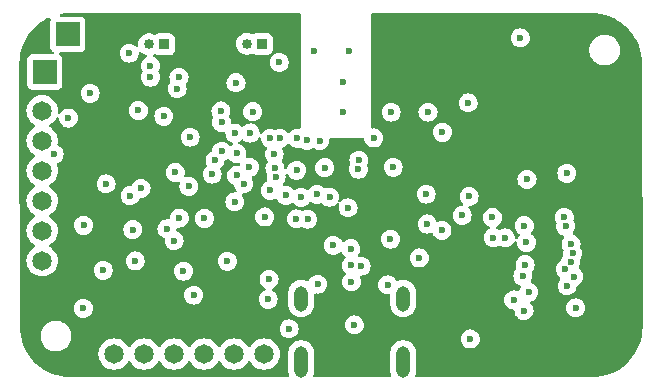
<source format=gbr>
%TF.GenerationSoftware,KiCad,Pcbnew,8.0.8*%
%TF.CreationDate,2025-02-24T15:49:23-08:00*%
%TF.ProjectId,OuterBoard_rev3.1,4f757465-7242-46f6-9172-645f72657633,rev?*%
%TF.SameCoordinates,Original*%
%TF.FileFunction,Copper,L3,Inr*%
%TF.FilePolarity,Positive*%
%FSLAX46Y46*%
G04 Gerber Fmt 4.6, Leading zero omitted, Abs format (unit mm)*
G04 Created by KiCad (PCBNEW 8.0.8) date 2025-02-24 15:49:23*
%MOMM*%
%LPD*%
G01*
G04 APERTURE LIST*
%TA.AperFunction,ComponentPad*%
%ADD10C,1.650000*%
%TD*%
%TA.AperFunction,ComponentPad*%
%ADD11R,2.000000X2.000000*%
%TD*%
%TA.AperFunction,ComponentPad*%
%ADD12R,0.850000X0.850000*%
%TD*%
%TA.AperFunction,ComponentPad*%
%ADD13C,0.850000*%
%TD*%
%TA.AperFunction,ComponentPad*%
%ADD14O,1.168400X2.667000*%
%TD*%
%TA.AperFunction,ComponentPad*%
%ADD15O,1.168400X2.159000*%
%TD*%
%TA.AperFunction,ViaPad*%
%ADD16C,0.600000*%
%TD*%
G04 APERTURE END LIST*
D10*
%TO.N,GPIO45*%
%TO.C,J2*%
X115620800Y-104013000D03*
%TO.N,GPIO46*%
X118160800Y-104013000D03*
%TO.N,IO21{slash}USER_LED*%
X120700800Y-104013000D03*
%TO.N,D10{slash}A10{slash}MOSI*%
X123240800Y-104013000D03*
%TO.N,D9{slash}A9{slash}MISO*%
X125780800Y-104013000D03*
%TO.N,D8{slash}A8{slash}SCK*%
X128320800Y-104013000D03*
%TD*%
D11*
%TO.N,Net-(D1-K)*%
%TO.C,TP1*%
X109728000Y-80137000D03*
%TD*%
D12*
%TO.N,+BATT1*%
%TO.C,J3*%
X119837200Y-77800200D03*
D13*
%TO.N,GNDPWR*%
X118587200Y-77800200D03*
%TD*%
D14*
%TO.N,N/C*%
%TO.C,J5*%
X131449998Y-104679300D03*
X140090002Y-104679300D03*
D15*
X131449998Y-99319300D03*
X140090002Y-99319300D03*
%TD*%
D12*
%TO.N,+BATT2*%
%TO.C,J4*%
X128117600Y-77749400D03*
D13*
%TO.N,GNDPWR*%
X126867600Y-77749400D03*
%TD*%
D11*
%TO.N,Net-(D2-K)*%
%TO.C,TP2*%
X111683800Y-76962000D03*
%TD*%
D10*
%TO.N,GNDPWR*%
%TO.C,J1*%
X109524800Y-96113600D03*
%TO.N,VDC*%
X109524800Y-93573600D03*
%TO.N,D1{slash}A1*%
X109524800Y-91033600D03*
%TO.N,GNDPWR*%
X109524800Y-88493600D03*
%TO.N,VDC*%
X109524800Y-85953600D03*
%TO.N,D0{slash}A0*%
X109524800Y-83413600D03*
%TD*%
D16*
%TO.N,GND*%
X147726400Y-94157800D03*
X114935000Y-89611200D03*
X121132600Y-92504600D03*
X142111489Y-93007223D03*
X121488200Y-97002600D03*
X145669000Y-90678000D03*
X154263252Y-96239441D03*
X132860000Y-98100000D03*
X123910000Y-88790000D03*
X120802400Y-88646600D03*
X110540800Y-87096600D03*
X150320000Y-100336400D03*
X138780000Y-98160000D03*
X145084800Y-92284600D03*
X150571200Y-89230200D03*
X113030000Y-93116400D03*
X128730000Y-97690000D03*
X142028800Y-90476900D03*
X147650200Y-92456000D03*
X117889684Y-89981291D03*
X123266200Y-92532200D03*
X131069477Y-88457575D03*
X111749000Y-84037600D03*
X139238800Y-88206400D03*
X122047000Y-85648800D03*
X128652394Y-99384806D03*
X135485000Y-78335000D03*
X132535000Y-78335000D03*
X134970000Y-80990000D03*
X134970000Y-83510000D03*
X114681000Y-96926400D03*
X125196600Y-96164400D03*
X122351800Y-99034600D03*
X135661400Y-95097600D03*
X139065000Y-83540600D03*
X117201071Y-93477539D03*
X145770600Y-102743000D03*
X121943122Y-89829707D03*
X142189200Y-83540600D03*
X150012400Y-77241400D03*
%TO.N,VCC*%
X120954800Y-81538800D03*
%TO.N,+2V8*%
X143408400Y-85242400D03*
X141452600Y-95885000D03*
%TO.N,VDC*%
X117396700Y-96139000D03*
X113004600Y-100152200D03*
X121107200Y-80568800D03*
X118688700Y-79618800D03*
%TO.N,Net-(D7-K)*%
X154686000Y-100101400D03*
%TO.N,+3.3V*%
X140944600Y-81584800D03*
X123266200Y-90954600D03*
X126100000Y-96920000D03*
X120802400Y-87096600D03*
X146098900Y-95123000D03*
X111988600Y-98348800D03*
X144909600Y-81965800D03*
X142087600Y-94589600D03*
X119483800Y-88793400D03*
X123153000Y-87031400D03*
X133527800Y-89662000D03*
X110515400Y-89814400D03*
X143078200Y-97866200D03*
%TO.N,+1V8*%
X153847800Y-93192600D03*
X120700800Y-94411800D03*
%TO.N,Net-(C38-Pad1)*%
X133444702Y-88239600D03*
%TO.N,+5V*%
X130429000Y-101879400D03*
%TO.N,IO21{slash}USER_LED*%
X125830000Y-85308799D03*
%TO.N,Net-(FB1-Pad2)*%
X153949400Y-88722200D03*
%TO.N,USB_DP*%
X135962801Y-101549200D03*
X135712200Y-96520000D03*
X135712200Y-97890000D03*
X126586400Y-89603665D03*
%TO.N,USB_DN*%
X136525000Y-96570800D03*
X125984000Y-88900000D03*
%TO.N,MTCK{slash}IO39{slash}CAM_SCL*%
X139013899Y-94285101D03*
X143370000Y-93550000D03*
%TO.N,IO38{slash}DVP_VSYNC*%
X133858000Y-90728800D03*
X153725086Y-92450272D03*
%TO.N,Net-(J10-Pad8)*%
X148742400Y-94183200D03*
%TO.N,IO47{slash}DVP_HREF*%
X131987500Y-92597090D03*
X150342600Y-93141800D03*
%TO.N,IO48{slash}DVP_Y9*%
X131054076Y-92574211D03*
X150520400Y-94564200D03*
%TO.N,IO10{slash}XMCLK*%
X127127615Y-85308799D03*
X154300000Y-94700000D03*
%TO.N,IO11{slash}DVP_Y8*%
X124715600Y-86848296D03*
X154440000Y-95490000D03*
%TO.N,IO12{slash}DVP_Y7*%
X153810000Y-96840000D03*
X125984000Y-87020400D03*
%TO.N,IO13{slash}DVP_PCLK*%
X129164567Y-87102167D03*
X150418800Y-96443800D03*
%TO.N,IO14{slash}DVP_Y6*%
X154514600Y-97455000D03*
X124160450Y-87606201D03*
%TO.N,IO15{slash}DVP_Y2*%
X127076200Y-88206000D03*
X150215600Y-97434400D03*
%TO.N,IO16{slash}DVP_Y5*%
X153970000Y-98240000D03*
X129235200Y-88288500D03*
%TO.N,IO17{slash}DVP_Y3*%
X129330301Y-89044545D03*
X150710000Y-98792400D03*
%TO.N,IO18{slash}DVP_Y4*%
X149450000Y-99441000D03*
X128839742Y-90170878D03*
%TO.N,CHIP_EN*%
X133030300Y-85939200D03*
X137591800Y-85725000D03*
%TO.N,BNO_INT*%
X120091200Y-93421200D03*
X125933200Y-81049800D03*
%TO.N,D1{slash}A1*%
X131108400Y-85750400D03*
%TO.N,D0{slash}A0*%
X129592400Y-79324200D03*
%TO.N,GPIO0*%
X131953000Y-85928200D03*
X145592800Y-82753200D03*
%TO.N,BNO_RST*%
X116967000Y-90601800D03*
X124661600Y-83439000D03*
%TO.N,D8{slash}A8{slash}SCK*%
X129641600Y-85750400D03*
%TO.N,D9{slash}A9{slash}MISO*%
X128843704Y-85733896D03*
%TO.N,D10{slash}A10{slash}MOSI*%
X124714000Y-84404200D03*
%TO.N,VDD_SPI*%
X125830000Y-91135200D03*
%TO.N,SPIHD*%
X128357314Y-92410849D03*
%TO.N,SPIWP*%
X134162800Y-94818200D03*
%TO.N,SPICS0*%
X135432900Y-91643200D03*
%TO.N,SPICLK*%
X130149600Y-90576400D03*
%TO.N,SPIQ*%
X132791200Y-90500200D03*
%TO.N,SPID*%
X131445000Y-90754200D03*
%TO.N,GNDPWR*%
X118688700Y-80568800D03*
X117668297Y-83398103D03*
X127345704Y-83494601D03*
X113583130Y-81940400D03*
X119820552Y-83885375D03*
X116890800Y-78536800D03*
%TO.N,GPIO45*%
X136304681Y-88357976D03*
%TO.N,GPIO46*%
X136330000Y-87606000D03*
%TD*%
%TA.AperFunction,Conductor*%
%TO.N,+3.3V*%
G36*
X131382870Y-75170785D02*
G01*
X131428625Y-75223589D01*
X131439830Y-75275641D01*
X131398067Y-84839257D01*
X131378090Y-84906210D01*
X131325086Y-84951734D01*
X131260185Y-84961936D01*
X131108404Y-84944835D01*
X131108396Y-84944835D01*
X130929150Y-84965030D01*
X130929145Y-84965031D01*
X130758876Y-85024611D01*
X130606137Y-85120584D01*
X130478584Y-85248137D01*
X130474241Y-85253584D01*
X130472695Y-85252351D01*
X130427653Y-85292188D01*
X130358599Y-85302833D01*
X130294752Y-85274454D01*
X130276296Y-85253155D01*
X130275759Y-85253584D01*
X130271415Y-85248137D01*
X130143862Y-85120584D01*
X129991123Y-85024611D01*
X129820854Y-84965031D01*
X129820849Y-84965030D01*
X129641604Y-84944835D01*
X129641596Y-84944835D01*
X129462350Y-84965030D01*
X129462345Y-84965031D01*
X129301820Y-85021202D01*
X129232041Y-85024763D01*
X129199513Y-85011096D01*
X129199499Y-85011127D01*
X129198894Y-85010835D01*
X129194894Y-85009155D01*
X129193226Y-85008107D01*
X129022958Y-84948527D01*
X129022953Y-84948526D01*
X128843708Y-84928331D01*
X128843700Y-84928331D01*
X128664454Y-84948526D01*
X128664449Y-84948527D01*
X128494180Y-85008107D01*
X128341441Y-85104080D01*
X128213886Y-85231635D01*
X128157026Y-85322128D01*
X128104692Y-85368418D01*
X128035638Y-85379066D01*
X127971790Y-85350691D01*
X127933418Y-85292301D01*
X127928813Y-85270038D01*
X127912984Y-85129549D01*
X127912983Y-85129544D01*
X127879556Y-85034015D01*
X127853404Y-84959277D01*
X127848664Y-84951734D01*
X127799124Y-84872891D01*
X127757431Y-84806537D01*
X127629877Y-84678983D01*
X127605904Y-84663920D01*
X127477134Y-84583008D01*
X127346479Y-84537289D01*
X127289703Y-84496567D01*
X127263956Y-84431615D01*
X127277413Y-84363053D01*
X127325800Y-84312650D01*
X127373549Y-84297028D01*
X127448303Y-84288605D01*
X127524954Y-84279970D01*
X127524957Y-84279969D01*
X127524959Y-84279969D01*
X127695226Y-84220390D01*
X127847966Y-84124417D01*
X127975520Y-83996863D01*
X128071493Y-83844123D01*
X128131072Y-83673856D01*
X128132091Y-83664814D01*
X128151269Y-83494604D01*
X128151269Y-83494597D01*
X128131073Y-83315351D01*
X128131072Y-83315346D01*
X128101920Y-83232035D01*
X128071493Y-83145079D01*
X127975520Y-82992339D01*
X127847966Y-82864785D01*
X127759478Y-82809184D01*
X127695227Y-82768812D01*
X127524958Y-82709232D01*
X127524953Y-82709231D01*
X127345708Y-82689036D01*
X127345700Y-82689036D01*
X127166454Y-82709231D01*
X127166449Y-82709232D01*
X126996180Y-82768812D01*
X126843441Y-82864785D01*
X126715888Y-82992338D01*
X126619915Y-83145077D01*
X126560335Y-83315346D01*
X126560334Y-83315351D01*
X126540139Y-83494597D01*
X126540139Y-83494604D01*
X126560334Y-83673850D01*
X126560335Y-83673855D01*
X126619915Y-83844124D01*
X126692032Y-83958896D01*
X126715888Y-83996863D01*
X126843442Y-84124417D01*
X126996182Y-84220390D01*
X126996184Y-84220391D01*
X127126839Y-84266110D01*
X127183615Y-84306831D01*
X127209362Y-84371784D01*
X127195906Y-84440346D01*
X127147518Y-84490748D01*
X127099767Y-84506371D01*
X126948365Y-84523429D01*
X126948360Y-84523430D01*
X126778091Y-84583010D01*
X126625354Y-84678982D01*
X126566488Y-84737848D01*
X126505164Y-84771332D01*
X126435473Y-84766347D01*
X126391126Y-84737847D01*
X126332262Y-84678983D01*
X126179523Y-84583010D01*
X126009254Y-84523430D01*
X126009249Y-84523429D01*
X125830004Y-84503234D01*
X125829996Y-84503234D01*
X125657448Y-84522675D01*
X125588626Y-84510620D01*
X125537247Y-84463271D01*
X125522722Y-84410851D01*
X125520345Y-84411119D01*
X125499369Y-84224950D01*
X125499368Y-84224945D01*
X125439788Y-84054675D01*
X125371424Y-83945876D01*
X125352423Y-83878639D01*
X125371423Y-83813930D01*
X125387389Y-83788522D01*
X125446968Y-83618255D01*
X125446969Y-83618249D01*
X125467165Y-83439003D01*
X125467165Y-83438996D01*
X125446969Y-83259750D01*
X125446968Y-83259745D01*
X125432659Y-83218853D01*
X125387389Y-83089478D01*
X125361690Y-83048579D01*
X125305103Y-82958521D01*
X125291416Y-82936738D01*
X125163862Y-82809184D01*
X125124118Y-82784211D01*
X125011123Y-82713211D01*
X124840854Y-82653631D01*
X124840849Y-82653630D01*
X124661604Y-82633435D01*
X124661596Y-82633435D01*
X124482350Y-82653630D01*
X124482345Y-82653631D01*
X124312076Y-82713211D01*
X124159337Y-82809184D01*
X124031784Y-82936737D01*
X123935811Y-83089476D01*
X123876231Y-83259745D01*
X123876230Y-83259750D01*
X123856035Y-83438996D01*
X123856035Y-83439003D01*
X123876230Y-83618249D01*
X123876231Y-83618254D01*
X123935811Y-83788523D01*
X124004176Y-83897324D01*
X124023176Y-83964560D01*
X124004178Y-84029264D01*
X123988210Y-84054678D01*
X123928633Y-84224937D01*
X123928630Y-84224950D01*
X123908435Y-84404196D01*
X123908435Y-84404203D01*
X123928630Y-84583449D01*
X123928631Y-84583454D01*
X123988211Y-84753723D01*
X124040388Y-84836761D01*
X124084184Y-84906462D01*
X124211738Y-85034016D01*
X124302080Y-85090782D01*
X124363777Y-85129549D01*
X124364478Y-85129989D01*
X124505509Y-85179338D01*
X124534745Y-85189568D01*
X124534750Y-85189569D01*
X124713996Y-85209765D01*
X124714000Y-85209765D01*
X124714004Y-85209765D01*
X124886552Y-85190324D01*
X124955374Y-85202379D01*
X125006753Y-85249728D01*
X125021277Y-85302147D01*
X125023655Y-85301880D01*
X125044630Y-85488048D01*
X125044631Y-85488053D01*
X125104211Y-85658322D01*
X125176052Y-85772655D01*
X125200184Y-85811061D01*
X125327738Y-85938615D01*
X125480478Y-86034588D01*
X125602154Y-86077164D01*
X125658930Y-86117886D01*
X125684678Y-86182838D01*
X125671222Y-86251400D01*
X125627173Y-86299199D01*
X125508419Y-86373818D01*
X125441182Y-86392819D01*
X125374347Y-86372452D01*
X125350550Y-86350747D01*
X125350340Y-86350958D01*
X125345754Y-86346372D01*
X125345504Y-86346144D01*
X125345417Y-86346035D01*
X125217862Y-86218480D01*
X125065123Y-86122507D01*
X124894854Y-86062927D01*
X124894849Y-86062926D01*
X124715604Y-86042731D01*
X124715596Y-86042731D01*
X124536350Y-86062926D01*
X124536345Y-86062927D01*
X124366076Y-86122507D01*
X124213337Y-86218480D01*
X124085784Y-86346033D01*
X123989810Y-86498774D01*
X123930230Y-86669046D01*
X123919058Y-86768203D01*
X123891991Y-86832617D01*
X123836797Y-86871359D01*
X123810927Y-86880412D01*
X123810925Y-86880413D01*
X123658187Y-86976385D01*
X123530634Y-87103938D01*
X123434661Y-87256677D01*
X123375081Y-87426946D01*
X123375080Y-87426951D01*
X123354885Y-87606197D01*
X123354885Y-87606204D01*
X123375080Y-87785450D01*
X123375083Y-87785463D01*
X123434659Y-87955720D01*
X123453175Y-87985189D01*
X123472174Y-88052426D01*
X123451805Y-88119261D01*
X123414155Y-88156151D01*
X123407740Y-88160181D01*
X123280184Y-88287737D01*
X123184211Y-88440476D01*
X123124631Y-88610745D01*
X123124630Y-88610750D01*
X123104435Y-88789996D01*
X123104435Y-88790003D01*
X123124630Y-88969249D01*
X123124631Y-88969254D01*
X123184211Y-89139523D01*
X123260967Y-89261678D01*
X123280184Y-89292262D01*
X123407738Y-89419816D01*
X123452575Y-89447989D01*
X123555830Y-89512869D01*
X123560478Y-89515789D01*
X123727710Y-89574306D01*
X123730745Y-89575368D01*
X123730750Y-89575369D01*
X123909996Y-89595565D01*
X123910000Y-89595565D01*
X123910004Y-89595565D01*
X124089249Y-89575369D01*
X124089252Y-89575368D01*
X124089255Y-89575368D01*
X124259522Y-89515789D01*
X124412262Y-89419816D01*
X124539816Y-89292262D01*
X124635789Y-89139522D01*
X124695368Y-88969255D01*
X124696429Y-88959837D01*
X124715565Y-88790003D01*
X124715565Y-88789996D01*
X124695369Y-88610750D01*
X124695366Y-88610737D01*
X124635790Y-88440481D01*
X124635789Y-88440477D01*
X124617275Y-88411013D01*
X124598275Y-88343777D01*
X124618642Y-88276941D01*
X124656297Y-88240047D01*
X124662712Y-88236017D01*
X124790266Y-88108463D01*
X124886239Y-87955723D01*
X124945818Y-87785456D01*
X124956990Y-87686290D01*
X124984055Y-87621881D01*
X125039254Y-87583136D01*
X125065122Y-87574085D01*
X125191182Y-87494875D01*
X125258418Y-87475876D01*
X125325254Y-87496244D01*
X125349049Y-87517948D01*
X125349260Y-87517738D01*
X125353852Y-87522330D01*
X125354103Y-87522559D01*
X125354180Y-87522655D01*
X125354184Y-87522662D01*
X125481738Y-87650216D01*
X125566916Y-87703737D01*
X125628810Y-87742628D01*
X125634478Y-87746189D01*
X125793094Y-87801691D01*
X125804745Y-87805768D01*
X125804750Y-87805769D01*
X125983996Y-87825965D01*
X125984000Y-87825965D01*
X125984004Y-87825965D01*
X126163248Y-87805769D01*
X126163249Y-87805768D01*
X126163255Y-87805768D01*
X126163259Y-87805766D01*
X126167202Y-87804867D01*
X126169829Y-87805027D01*
X126170175Y-87804989D01*
X126170181Y-87805049D01*
X126236941Y-87809140D01*
X126293299Y-87850438D01*
X126318383Y-87915650D01*
X126311838Y-87966712D01*
X126289067Y-88031789D01*
X126248345Y-88088565D01*
X126183393Y-88114313D01*
X126158142Y-88114055D01*
X125984004Y-88094435D01*
X125983996Y-88094435D01*
X125804750Y-88114630D01*
X125804745Y-88114631D01*
X125634476Y-88174211D01*
X125481737Y-88270184D01*
X125354184Y-88397737D01*
X125258211Y-88550476D01*
X125198631Y-88720745D01*
X125198630Y-88720750D01*
X125178435Y-88899996D01*
X125178435Y-88900003D01*
X125198630Y-89079249D01*
X125198631Y-89079254D01*
X125258211Y-89249523D01*
X125349035Y-89394067D01*
X125354184Y-89402262D01*
X125481738Y-89529816D01*
X125572080Y-89586582D01*
X125611264Y-89611203D01*
X125634478Y-89625789D01*
X125715895Y-89654277D01*
X125772670Y-89694998D01*
X125798160Y-89757436D01*
X125801030Y-89782914D01*
X125801031Y-89782919D01*
X125860611Y-89953188D01*
X125956584Y-90105927D01*
X125974193Y-90123536D01*
X126007678Y-90184859D01*
X126002694Y-90254551D01*
X125960822Y-90310484D01*
X125895358Y-90334901D01*
X125872630Y-90334438D01*
X125856645Y-90332637D01*
X125830000Y-90329635D01*
X125829998Y-90329635D01*
X125829997Y-90329635D01*
X125829996Y-90329635D01*
X125650750Y-90349830D01*
X125650745Y-90349831D01*
X125480476Y-90409411D01*
X125327737Y-90505384D01*
X125200184Y-90632937D01*
X125104211Y-90785676D01*
X125044631Y-90955945D01*
X125044630Y-90955950D01*
X125024435Y-91135196D01*
X125024435Y-91135203D01*
X125044630Y-91314449D01*
X125044631Y-91314454D01*
X125104211Y-91484723D01*
X125151673Y-91560257D01*
X125200184Y-91637462D01*
X125327738Y-91765016D01*
X125365660Y-91788844D01*
X125460477Y-91848422D01*
X125480478Y-91860989D01*
X125616505Y-91908587D01*
X125650745Y-91920568D01*
X125650750Y-91920569D01*
X125829996Y-91940765D01*
X125830000Y-91940765D01*
X125830004Y-91940765D01*
X126009249Y-91920569D01*
X126009252Y-91920568D01*
X126009255Y-91920568D01*
X126179522Y-91860989D01*
X126332262Y-91765016D01*
X126459816Y-91637462D01*
X126555789Y-91484722D01*
X126615368Y-91314455D01*
X126617709Y-91293678D01*
X126635565Y-91135203D01*
X126635565Y-91135196D01*
X126615369Y-90955950D01*
X126615368Y-90955945D01*
X126598613Y-90908062D01*
X126555789Y-90785678D01*
X126552880Y-90781049D01*
X126516582Y-90723280D01*
X126459816Y-90632938D01*
X126442206Y-90615328D01*
X126408721Y-90554005D01*
X126413705Y-90484313D01*
X126455577Y-90428380D01*
X126521041Y-90403963D01*
X126543771Y-90404427D01*
X126586398Y-90409230D01*
X126586400Y-90409230D01*
X126586404Y-90409230D01*
X126765649Y-90389034D01*
X126765652Y-90389033D01*
X126765655Y-90389033D01*
X126935922Y-90329454D01*
X127088662Y-90233481D01*
X127216216Y-90105927D01*
X127312189Y-89953187D01*
X127371768Y-89782920D01*
X127371769Y-89782914D01*
X127391965Y-89603668D01*
X127391965Y-89603661D01*
X127371769Y-89424415D01*
X127371768Y-89424410D01*
X127312188Y-89254140D01*
X127249337Y-89154115D01*
X127230336Y-89086878D01*
X127250703Y-89020043D01*
X127303971Y-88974828D01*
X127313363Y-88971104D01*
X127425722Y-88931789D01*
X127578462Y-88835816D01*
X127706016Y-88708262D01*
X127801989Y-88555522D01*
X127861568Y-88385255D01*
X127862985Y-88372678D01*
X127881765Y-88206003D01*
X127881765Y-88205996D01*
X127861569Y-88026750D01*
X127861568Y-88026745D01*
X127844180Y-87977053D01*
X127801989Y-87856478D01*
X127792958Y-87842106D01*
X127757367Y-87785463D01*
X127706016Y-87703738D01*
X127578462Y-87576184D01*
X127575118Y-87574083D01*
X127425723Y-87480211D01*
X127255454Y-87420631D01*
X127255449Y-87420630D01*
X127076204Y-87400435D01*
X127076196Y-87400435D01*
X126896941Y-87420631D01*
X126892987Y-87421534D01*
X126890362Y-87421372D01*
X126890025Y-87421411D01*
X126890018Y-87421351D01*
X126823249Y-87417255D01*
X126766894Y-87375952D01*
X126741816Y-87310739D01*
X126748363Y-87259686D01*
X126769366Y-87199662D01*
X126769369Y-87199649D01*
X126789565Y-87020403D01*
X126789565Y-87020396D01*
X126769369Y-86841150D01*
X126769368Y-86841145D01*
X126743844Y-86768203D01*
X126709789Y-86670878D01*
X126613816Y-86518138D01*
X126486262Y-86390584D01*
X126333523Y-86294611D01*
X126211844Y-86252034D01*
X126155068Y-86211312D01*
X126129321Y-86146359D01*
X126142777Y-86077797D01*
X126186827Y-86029998D01*
X126237239Y-85998322D01*
X126332262Y-85938615D01*
X126391129Y-85879747D01*
X126452448Y-85846265D01*
X126522140Y-85851249D01*
X126566488Y-85879750D01*
X126625353Y-85938615D01*
X126649203Y-85953601D01*
X126767240Y-86027769D01*
X126778093Y-86034588D01*
X126892218Y-86074522D01*
X126948360Y-86094167D01*
X126948365Y-86094168D01*
X127127611Y-86114364D01*
X127127615Y-86114364D01*
X127127619Y-86114364D01*
X127306864Y-86094168D01*
X127306867Y-86094167D01*
X127306870Y-86094167D01*
X127477137Y-86034588D01*
X127629877Y-85938615D01*
X127757431Y-85811061D01*
X127814292Y-85720566D01*
X127866625Y-85674276D01*
X127935678Y-85663627D01*
X127999527Y-85692002D01*
X128037899Y-85750392D01*
X128042505Y-85772655D01*
X128058334Y-85913146D01*
X128058335Y-85913150D01*
X128117915Y-86083419D01*
X128181523Y-86184649D01*
X128213888Y-86236158D01*
X128341442Y-86363712D01*
X128413008Y-86408680D01*
X128481440Y-86451679D01*
X128527731Y-86504014D01*
X128538379Y-86573068D01*
X128520462Y-86622645D01*
X128438778Y-86752643D01*
X128379198Y-86922912D01*
X128379197Y-86922917D01*
X128359002Y-87102163D01*
X128359002Y-87102170D01*
X128379197Y-87281416D01*
X128379198Y-87281421D01*
X128438778Y-87451690D01*
X128534751Y-87604429D01*
X128578360Y-87648038D01*
X128611845Y-87709361D01*
X128606861Y-87779053D01*
X128595673Y-87801691D01*
X128509411Y-87938976D01*
X128449831Y-88109245D01*
X128449830Y-88109250D01*
X128429635Y-88288496D01*
X128429635Y-88288503D01*
X128449830Y-88467749D01*
X128449831Y-88467754D01*
X128509411Y-88638023D01*
X128551535Y-88705062D01*
X128570535Y-88772298D01*
X128563583Y-88811987D01*
X128544932Y-88865290D01*
X128544932Y-88865291D01*
X128524736Y-89044541D01*
X128524736Y-89044548D01*
X128544931Y-89223794D01*
X128544934Y-89223807D01*
X128566995Y-89286851D01*
X128570558Y-89356629D01*
X128535829Y-89417257D01*
X128496247Y-89441571D01*
X128496488Y-89442071D01*
X128491614Y-89444417D01*
X128490922Y-89444843D01*
X128490222Y-89445087D01*
X128490217Y-89445090D01*
X128337479Y-89541062D01*
X128209926Y-89668615D01*
X128113953Y-89821354D01*
X128054373Y-89991623D01*
X128054372Y-89991628D01*
X128034177Y-90170874D01*
X128034177Y-90170881D01*
X128054372Y-90350127D01*
X128054373Y-90350132D01*
X128113953Y-90520401D01*
X128165100Y-90601800D01*
X128209926Y-90673140D01*
X128337480Y-90800694D01*
X128490220Y-90896667D01*
X128552581Y-90918488D01*
X128660487Y-90956246D01*
X128660492Y-90956247D01*
X128839738Y-90976443D01*
X128839742Y-90976443D01*
X128839746Y-90976443D01*
X129018991Y-90956247D01*
X129018994Y-90956246D01*
X129018997Y-90956246D01*
X129189264Y-90896667D01*
X129239312Y-90865220D01*
X129241486Y-90863854D01*
X129308723Y-90844853D01*
X129375558Y-90865220D01*
X129420773Y-90918488D01*
X129423294Y-90924849D01*
X129423812Y-90925924D01*
X129487651Y-91027523D01*
X129519784Y-91078662D01*
X129647338Y-91206216D01*
X129719980Y-91251860D01*
X129786529Y-91293676D01*
X129800078Y-91302189D01*
X129887131Y-91332650D01*
X129970345Y-91361768D01*
X129970350Y-91361769D01*
X130149596Y-91381965D01*
X130149600Y-91381965D01*
X130149604Y-91381965D01*
X130328849Y-91361769D01*
X130328852Y-91361768D01*
X130328855Y-91361768D01*
X130499122Y-91302189D01*
X130512671Y-91293676D01*
X130579220Y-91251860D01*
X130641325Y-91212836D01*
X130708561Y-91193836D01*
X130775396Y-91214203D01*
X130812292Y-91251860D01*
X130815182Y-91256460D01*
X130815184Y-91256462D01*
X130942738Y-91384016D01*
X130971904Y-91402342D01*
X131093959Y-91479035D01*
X131095478Y-91479989D01*
X131193156Y-91514168D01*
X131265745Y-91539568D01*
X131265750Y-91539569D01*
X131444996Y-91559765D01*
X131445000Y-91559765D01*
X131445004Y-91559765D01*
X131624249Y-91539569D01*
X131624252Y-91539568D01*
X131624255Y-91539568D01*
X131794522Y-91479989D01*
X131947262Y-91384016D01*
X132074816Y-91256462D01*
X132126415Y-91174341D01*
X132178748Y-91128051D01*
X132247801Y-91117402D01*
X132297378Y-91135319D01*
X132441678Y-91225989D01*
X132552148Y-91264644D01*
X132611945Y-91285568D01*
X132611950Y-91285569D01*
X132791196Y-91305765D01*
X132791200Y-91305765D01*
X132791204Y-91305765D01*
X132970449Y-91285569D01*
X132970452Y-91285568D01*
X132970455Y-91285568D01*
X132970456Y-91285567D01*
X132970459Y-91285567D01*
X133030252Y-91264644D01*
X133128213Y-91230365D01*
X133197990Y-91226803D01*
X133256848Y-91259726D01*
X133355738Y-91358616D01*
X133508478Y-91454589D01*
X133678745Y-91514168D01*
X133678750Y-91514169D01*
X133857996Y-91534365D01*
X133858000Y-91534365D01*
X133858004Y-91534365D01*
X134037249Y-91514169D01*
X134037252Y-91514168D01*
X134037255Y-91514168D01*
X134207522Y-91454589D01*
X134360262Y-91358616D01*
X134474698Y-91244179D01*
X134536017Y-91210697D01*
X134605709Y-91215681D01*
X134661643Y-91257552D01*
X134686060Y-91323016D01*
X134679418Y-91372817D01*
X134647532Y-91463942D01*
X134647530Y-91463950D01*
X134627335Y-91643196D01*
X134627335Y-91643203D01*
X134647530Y-91822449D01*
X134647531Y-91822454D01*
X134707111Y-91992723D01*
X134777877Y-92105345D01*
X134803084Y-92145462D01*
X134930638Y-92273016D01*
X134949074Y-92284600D01*
X135063393Y-92356432D01*
X135083378Y-92368989D01*
X135217676Y-92415982D01*
X135253645Y-92428568D01*
X135253650Y-92428569D01*
X135432896Y-92448765D01*
X135432900Y-92448765D01*
X135432904Y-92448765D01*
X135612149Y-92428569D01*
X135612152Y-92428568D01*
X135612155Y-92428568D01*
X135782422Y-92368989D01*
X135935162Y-92273016D01*
X136062716Y-92145462D01*
X136158689Y-91992722D01*
X136218268Y-91822455D01*
X136218269Y-91822449D01*
X136238465Y-91643203D01*
X136238465Y-91643196D01*
X136218269Y-91463950D01*
X136218268Y-91463945D01*
X136198470Y-91407365D01*
X136158689Y-91293678D01*
X136151643Y-91282465D01*
X136116157Y-91225989D01*
X136062716Y-91140938D01*
X135935162Y-91013384D01*
X135876371Y-90976443D01*
X135782423Y-90917411D01*
X135612154Y-90857831D01*
X135612149Y-90857830D01*
X135432904Y-90837635D01*
X135432896Y-90837635D01*
X135253650Y-90857830D01*
X135253645Y-90857831D01*
X135083376Y-90917411D01*
X134930639Y-91013383D01*
X134816204Y-91127818D01*
X134754881Y-91161302D01*
X134685189Y-91156318D01*
X134629256Y-91114446D01*
X134604839Y-91048982D01*
X134611482Y-90999181D01*
X134643366Y-90908062D01*
X134643369Y-90908049D01*
X134663565Y-90728803D01*
X134663565Y-90728796D01*
X134643369Y-90549550D01*
X134643368Y-90549545D01*
X134617947Y-90476896D01*
X141223235Y-90476896D01*
X141223235Y-90476903D01*
X141243430Y-90656149D01*
X141243431Y-90656154D01*
X141303011Y-90826423D01*
X141397276Y-90976443D01*
X141398984Y-90979162D01*
X141526538Y-91106716D01*
X141581002Y-91140938D01*
X141665188Y-91193836D01*
X141679278Y-91202689D01*
X141842280Y-91259726D01*
X141849545Y-91262268D01*
X141849550Y-91262269D01*
X142028796Y-91282465D01*
X142028800Y-91282465D01*
X142028804Y-91282465D01*
X142208049Y-91262269D01*
X142208052Y-91262268D01*
X142208055Y-91262268D01*
X142378322Y-91202689D01*
X142531062Y-91106716D01*
X142658616Y-90979162D01*
X142754589Y-90826422D01*
X142814168Y-90656155D01*
X142818768Y-90615328D01*
X142834365Y-90476903D01*
X142834365Y-90476896D01*
X142814169Y-90297650D01*
X142814168Y-90297645D01*
X142791716Y-90233480D01*
X142754589Y-90127378D01*
X142749374Y-90119079D01*
X142692404Y-90028411D01*
X142658616Y-89974638D01*
X142531062Y-89847084D01*
X142503571Y-89829810D01*
X142378323Y-89751111D01*
X142208054Y-89691531D01*
X142208049Y-89691530D01*
X142028804Y-89671335D01*
X142028796Y-89671335D01*
X141849550Y-89691530D01*
X141849545Y-89691531D01*
X141679276Y-89751111D01*
X141526537Y-89847084D01*
X141398984Y-89974637D01*
X141303011Y-90127376D01*
X141243431Y-90297645D01*
X141243430Y-90297650D01*
X141223235Y-90476896D01*
X134617947Y-90476896D01*
X134611868Y-90459523D01*
X134583789Y-90379278D01*
X134576902Y-90368318D01*
X134532499Y-90297650D01*
X134487816Y-90226538D01*
X134360262Y-90098984D01*
X134330140Y-90080057D01*
X134207523Y-90003011D01*
X134037254Y-89943431D01*
X134037249Y-89943430D01*
X133858004Y-89923235D01*
X133857996Y-89923235D01*
X133678750Y-89943430D01*
X133678745Y-89943431D01*
X133520987Y-89998634D01*
X133451208Y-90002195D01*
X133392351Y-89969273D01*
X133293462Y-89870384D01*
X133140723Y-89774411D01*
X132970454Y-89714831D01*
X132970449Y-89714830D01*
X132791204Y-89694635D01*
X132791196Y-89694635D01*
X132611950Y-89714830D01*
X132611945Y-89714831D01*
X132441676Y-89774411D01*
X132288937Y-89870384D01*
X132161384Y-89997937D01*
X132109785Y-90080057D01*
X132057450Y-90126348D01*
X131988396Y-90136996D01*
X131938819Y-90119079D01*
X131934547Y-90116395D01*
X131867296Y-90074138D01*
X131794523Y-90028411D01*
X131624254Y-89968831D01*
X131624249Y-89968830D01*
X131445004Y-89948635D01*
X131444996Y-89948635D01*
X131265750Y-89968830D01*
X131265745Y-89968831D01*
X131095476Y-90028411D01*
X130953274Y-90117763D01*
X130886037Y-90136763D01*
X130819202Y-90116395D01*
X130782308Y-90078741D01*
X130779415Y-90074137D01*
X130651862Y-89946584D01*
X130499123Y-89850611D01*
X130328854Y-89791031D01*
X130328849Y-89791030D01*
X130149604Y-89770835D01*
X130149596Y-89770835D01*
X130035723Y-89783665D01*
X129966901Y-89771610D01*
X129915522Y-89724261D01*
X129897898Y-89656651D01*
X129919625Y-89590245D01*
X129934150Y-89572773D01*
X129960117Y-89546807D01*
X130056090Y-89394067D01*
X130115669Y-89223800D01*
X130118810Y-89195922D01*
X130135866Y-89044548D01*
X130135866Y-89044542D01*
X130118686Y-88892065D01*
X130130740Y-88823243D01*
X130178090Y-88771863D01*
X130245700Y-88754239D01*
X130312106Y-88775966D01*
X130346900Y-88812209D01*
X130439661Y-88959837D01*
X130567215Y-89087391D01*
X130601507Y-89108938D01*
X130680990Y-89158881D01*
X130719955Y-89183364D01*
X130853793Y-89230196D01*
X130890222Y-89242943D01*
X130890227Y-89242944D01*
X131069473Y-89263140D01*
X131069477Y-89263140D01*
X131069481Y-89263140D01*
X131248726Y-89242944D01*
X131248729Y-89242943D01*
X131248732Y-89242943D01*
X131285161Y-89230196D01*
X149765635Y-89230196D01*
X149765635Y-89230203D01*
X149785830Y-89409449D01*
X149785831Y-89409454D01*
X149845411Y-89579723D01*
X149908427Y-89680011D01*
X149941384Y-89732462D01*
X150068938Y-89860016D01*
X150120846Y-89892632D01*
X150217218Y-89953187D01*
X150221678Y-89955989D01*
X150353727Y-90002195D01*
X150391945Y-90015568D01*
X150391950Y-90015569D01*
X150571196Y-90035765D01*
X150571200Y-90035765D01*
X150571204Y-90035765D01*
X150750449Y-90015569D01*
X150750452Y-90015568D01*
X150750455Y-90015568D01*
X150920722Y-89955989D01*
X151073462Y-89860016D01*
X151201016Y-89732462D01*
X151296989Y-89579722D01*
X151356568Y-89409455D01*
X151357283Y-89403108D01*
X151376765Y-89230203D01*
X151376765Y-89230196D01*
X151356569Y-89050950D01*
X151356568Y-89050945D01*
X151334469Y-88987791D01*
X151296989Y-88880678D01*
X151201016Y-88727938D01*
X151195274Y-88722196D01*
X153143835Y-88722196D01*
X153143835Y-88722203D01*
X153164030Y-88901449D01*
X153164031Y-88901454D01*
X153223611Y-89071723D01*
X153278377Y-89158882D01*
X153319584Y-89224462D01*
X153447138Y-89352016D01*
X153514062Y-89394067D01*
X153599061Y-89447476D01*
X153599878Y-89447989D01*
X153691889Y-89480185D01*
X153770145Y-89507568D01*
X153770150Y-89507569D01*
X153949396Y-89527765D01*
X153949400Y-89527765D01*
X153949404Y-89527765D01*
X154128649Y-89507569D01*
X154128652Y-89507568D01*
X154128655Y-89507568D01*
X154298922Y-89447989D01*
X154451662Y-89352016D01*
X154579216Y-89224462D01*
X154675189Y-89071722D01*
X154734768Y-88901455D01*
X154734932Y-88900000D01*
X154754965Y-88722203D01*
X154754965Y-88722196D01*
X154734769Y-88542950D01*
X154734768Y-88542945D01*
X154708458Y-88467755D01*
X154675189Y-88372678D01*
X154579216Y-88219938D01*
X154451662Y-88092384D01*
X154445584Y-88088565D01*
X154298923Y-87996411D01*
X154128654Y-87936831D01*
X154128649Y-87936830D01*
X153949404Y-87916635D01*
X153949396Y-87916635D01*
X153770150Y-87936830D01*
X153770145Y-87936831D01*
X153599876Y-87996411D01*
X153447137Y-88092384D01*
X153319584Y-88219937D01*
X153223611Y-88372676D01*
X153164031Y-88542945D01*
X153164030Y-88542950D01*
X153143835Y-88722196D01*
X151195274Y-88722196D01*
X151073462Y-88600384D01*
X151055539Y-88589122D01*
X150920723Y-88504411D01*
X150750454Y-88444831D01*
X150750449Y-88444830D01*
X150571204Y-88424635D01*
X150571196Y-88424635D01*
X150391950Y-88444830D01*
X150391945Y-88444831D01*
X150221676Y-88504411D01*
X150068937Y-88600384D01*
X149941384Y-88727937D01*
X149845411Y-88880676D01*
X149785831Y-89050945D01*
X149785830Y-89050950D01*
X149765635Y-89230196D01*
X131285161Y-89230196D01*
X131418999Y-89183364D01*
X131571739Y-89087391D01*
X131699293Y-88959837D01*
X131795266Y-88807097D01*
X131854845Y-88636830D01*
X131854846Y-88636824D01*
X131875042Y-88457578D01*
X131875042Y-88457571D01*
X131854846Y-88278325D01*
X131854845Y-88278320D01*
X131841295Y-88239596D01*
X132639137Y-88239596D01*
X132639137Y-88239603D01*
X132659332Y-88418849D01*
X132659333Y-88418854D01*
X132718913Y-88589123D01*
X132802533Y-88722203D01*
X132814886Y-88741862D01*
X132942440Y-88869416D01*
X132967896Y-88885411D01*
X133042342Y-88932189D01*
X133095180Y-88965389D01*
X133169424Y-88991368D01*
X133265447Y-89024968D01*
X133265452Y-89024969D01*
X133444698Y-89045165D01*
X133444702Y-89045165D01*
X133444706Y-89045165D01*
X133623951Y-89024969D01*
X133623954Y-89024968D01*
X133623957Y-89024968D01*
X133794224Y-88965389D01*
X133946964Y-88869416D01*
X134074518Y-88741862D01*
X134170491Y-88589122D01*
X134230070Y-88418855D01*
X134230954Y-88411013D01*
X134236930Y-88357972D01*
X135499116Y-88357972D01*
X135499116Y-88357979D01*
X135519311Y-88537225D01*
X135519312Y-88537230D01*
X135578892Y-88707499D01*
X135653246Y-88825832D01*
X135674865Y-88860238D01*
X135802419Y-88987792D01*
X135815678Y-88996123D01*
X135947979Y-89079254D01*
X135955159Y-89083765D01*
X136114503Y-89139522D01*
X136125426Y-89143344D01*
X136125431Y-89143345D01*
X136304677Y-89163541D01*
X136304681Y-89163541D01*
X136304685Y-89163541D01*
X136483930Y-89143345D01*
X136483933Y-89143344D01*
X136483936Y-89143344D01*
X136654203Y-89083765D01*
X136806943Y-88987792D01*
X136934497Y-88860238D01*
X137030470Y-88707498D01*
X137090049Y-88537231D01*
X137094965Y-88493600D01*
X137110246Y-88357979D01*
X137110246Y-88357972D01*
X137093168Y-88206396D01*
X138433235Y-88206396D01*
X138433235Y-88206403D01*
X138453430Y-88385649D01*
X138453431Y-88385654D01*
X138513011Y-88555923D01*
X138600414Y-88695023D01*
X138608984Y-88708662D01*
X138736538Y-88836216D01*
X138807296Y-88880676D01*
X138840363Y-88901454D01*
X138889278Y-88932189D01*
X139029869Y-88981384D01*
X139059545Y-88991768D01*
X139059550Y-88991769D01*
X139238796Y-89011965D01*
X139238800Y-89011965D01*
X139238804Y-89011965D01*
X139418049Y-88991769D01*
X139418052Y-88991768D01*
X139418055Y-88991768D01*
X139588322Y-88932189D01*
X139741062Y-88836216D01*
X139868616Y-88708662D01*
X139964589Y-88555922D01*
X140024168Y-88385655D01*
X140024213Y-88385255D01*
X140044365Y-88206403D01*
X140044365Y-88206396D01*
X140024169Y-88027150D01*
X140024168Y-88027145D01*
X140006640Y-87977053D01*
X139964589Y-87856878D01*
X139964336Y-87856476D01*
X139885988Y-87731786D01*
X139868616Y-87704138D01*
X139741062Y-87576584D01*
X139655082Y-87522559D01*
X139588323Y-87480611D01*
X139418054Y-87421031D01*
X139418049Y-87421030D01*
X139238804Y-87400835D01*
X139238796Y-87400835D01*
X139059550Y-87421030D01*
X139059545Y-87421031D01*
X138889276Y-87480611D01*
X138736537Y-87576584D01*
X138608984Y-87704137D01*
X138513011Y-87856876D01*
X138453431Y-88027145D01*
X138453430Y-88027150D01*
X138433235Y-88206396D01*
X137093168Y-88206396D01*
X137090050Y-88178726D01*
X137090047Y-88178713D01*
X137047353Y-88056701D01*
X137043791Y-87986922D01*
X137054118Y-87962450D01*
X137052766Y-87961799D01*
X137055782Y-87955531D01*
X137055789Y-87955522D01*
X137102374Y-87822389D01*
X137115366Y-87785262D01*
X137115369Y-87785249D01*
X137135565Y-87606003D01*
X137135565Y-87605996D01*
X137115369Y-87426750D01*
X137115368Y-87426745D01*
X137062567Y-87275849D01*
X137055789Y-87256478D01*
X136959816Y-87103738D01*
X136832262Y-86976184D01*
X136826986Y-86972869D01*
X136679523Y-86880211D01*
X136509254Y-86820631D01*
X136509249Y-86820630D01*
X136330004Y-86800435D01*
X136329996Y-86800435D01*
X136150750Y-86820630D01*
X136150745Y-86820631D01*
X135980476Y-86880211D01*
X135827737Y-86976184D01*
X135700184Y-87103737D01*
X135604211Y-87256476D01*
X135544631Y-87426745D01*
X135544630Y-87426750D01*
X135524435Y-87605996D01*
X135524435Y-87606003D01*
X135544630Y-87785249D01*
X135544633Y-87785262D01*
X135587328Y-87907274D01*
X135590890Y-87977053D01*
X135580611Y-88001555D01*
X135581912Y-88002182D01*
X135578891Y-88008454D01*
X135519314Y-88178713D01*
X135519311Y-88178726D01*
X135499116Y-88357972D01*
X134236930Y-88357972D01*
X134250267Y-88239603D01*
X134250267Y-88239596D01*
X134230071Y-88060350D01*
X134230070Y-88060345D01*
X134212997Y-88011554D01*
X134170491Y-87890078D01*
X134149377Y-87856476D01*
X134104753Y-87785457D01*
X134074518Y-87737338D01*
X133946964Y-87609784D01*
X133945508Y-87608869D01*
X133794225Y-87513811D01*
X133623956Y-87454231D01*
X133623951Y-87454230D01*
X133444706Y-87434035D01*
X133444698Y-87434035D01*
X133265452Y-87454230D01*
X133265447Y-87454231D01*
X133095178Y-87513811D01*
X132942439Y-87609784D01*
X132814886Y-87737337D01*
X132718913Y-87890076D01*
X132659333Y-88060345D01*
X132659332Y-88060350D01*
X132639137Y-88239596D01*
X131841295Y-88239596D01*
X131795266Y-88108053D01*
X131699293Y-87955313D01*
X131571739Y-87827759D01*
X131536741Y-87805768D01*
X131419000Y-87731786D01*
X131248731Y-87672206D01*
X131248726Y-87672205D01*
X131069481Y-87652010D01*
X131069473Y-87652010D01*
X130890227Y-87672205D01*
X130890222Y-87672206D01*
X130719953Y-87731786D01*
X130567214Y-87827759D01*
X130439661Y-87955312D01*
X130343688Y-88108051D01*
X130284106Y-88278327D01*
X130282819Y-88283967D01*
X130248708Y-88344944D01*
X130187045Y-88377800D01*
X130117408Y-88372102D01*
X130061906Y-88329660D01*
X130038709Y-88270253D01*
X130020569Y-88109250D01*
X130020568Y-88109245D01*
X130000686Y-88052426D01*
X129960989Y-87938978D01*
X129959639Y-87936830D01*
X129909151Y-87856478D01*
X129865016Y-87786238D01*
X129821406Y-87742628D01*
X129787921Y-87681305D01*
X129792905Y-87611613D01*
X129804093Y-87588975D01*
X129890356Y-87451689D01*
X129949935Y-87281422D01*
X129949936Y-87281416D01*
X129970132Y-87102170D01*
X129970132Y-87102163D01*
X129949936Y-86922917D01*
X129949935Y-86922912D01*
X129918339Y-86832617D01*
X129890356Y-86752645D01*
X129848844Y-86686579D01*
X129829844Y-86619343D01*
X129850212Y-86552507D01*
X129903479Y-86507293D01*
X129912878Y-86503567D01*
X129952650Y-86489650D01*
X129991120Y-86476190D01*
X129991122Y-86476189D01*
X130143862Y-86380216D01*
X130271416Y-86252662D01*
X130271419Y-86252656D01*
X130275759Y-86247216D01*
X130277306Y-86248450D01*
X130322333Y-86208617D01*
X130391386Y-86197964D01*
X130455236Y-86226335D01*
X130473701Y-86247645D01*
X130474241Y-86247216D01*
X130478584Y-86252662D01*
X130606138Y-86380216D01*
X130622639Y-86390584D01*
X130728515Y-86457111D01*
X130758878Y-86476189D01*
X130888175Y-86521432D01*
X130929145Y-86535768D01*
X130929150Y-86535769D01*
X131108396Y-86555965D01*
X131108400Y-86555965D01*
X131108404Y-86555965D01*
X131287649Y-86535769D01*
X131287650Y-86535768D01*
X131287655Y-86535768D01*
X131318441Y-86524994D01*
X131388219Y-86521432D01*
X131447077Y-86554355D01*
X131450738Y-86558016D01*
X131603478Y-86653989D01*
X131696615Y-86686579D01*
X131773745Y-86713568D01*
X131773750Y-86713569D01*
X131952996Y-86733765D01*
X131953000Y-86733765D01*
X131953004Y-86733765D01*
X132132249Y-86713569D01*
X132132252Y-86713568D01*
X132132255Y-86713568D01*
X132302522Y-86653989D01*
X132416925Y-86582104D01*
X132484159Y-86563104D01*
X132548866Y-86582103D01*
X132680778Y-86664989D01*
X132819609Y-86713568D01*
X132851045Y-86724568D01*
X132851050Y-86724569D01*
X133030296Y-86744765D01*
X133030300Y-86744765D01*
X133030304Y-86744765D01*
X133209549Y-86724569D01*
X133209552Y-86724568D01*
X133209555Y-86724568D01*
X133379822Y-86664989D01*
X133532562Y-86569016D01*
X133660116Y-86441462D01*
X133756089Y-86288722D01*
X133815668Y-86118455D01*
X133817756Y-86099922D01*
X133835865Y-85939203D01*
X133835865Y-85939197D01*
X133826036Y-85851965D01*
X133838090Y-85783143D01*
X133885439Y-85731764D01*
X133948721Y-85714083D01*
X136672351Y-85702443D01*
X136739472Y-85721841D01*
X136785452Y-85774449D01*
X136796099Y-85812558D01*
X136806430Y-85904250D01*
X136806431Y-85904254D01*
X136866011Y-86074523D01*
X136951962Y-86211312D01*
X136961984Y-86227262D01*
X137089538Y-86354816D01*
X137242278Y-86450789D01*
X137314870Y-86476190D01*
X137412545Y-86510368D01*
X137412550Y-86510369D01*
X137591796Y-86530565D01*
X137591800Y-86530565D01*
X137591804Y-86530565D01*
X137771049Y-86510369D01*
X137771052Y-86510368D01*
X137771055Y-86510368D01*
X137941322Y-86450789D01*
X138094062Y-86354816D01*
X138221616Y-86227262D01*
X138317589Y-86074522D01*
X138377168Y-85904255D01*
X138383060Y-85851965D01*
X138397365Y-85725003D01*
X138397365Y-85724996D01*
X138377169Y-85545750D01*
X138377168Y-85545745D01*
X138333747Y-85421655D01*
X138317589Y-85375478D01*
X138233968Y-85242396D01*
X142602835Y-85242396D01*
X142602835Y-85242403D01*
X142623030Y-85421649D01*
X142623031Y-85421654D01*
X142682611Y-85591923D01*
X142766231Y-85725003D01*
X142778584Y-85744662D01*
X142906138Y-85872216D01*
X142957118Y-85904249D01*
X143035656Y-85953598D01*
X143058878Y-85968189D01*
X143144996Y-85998323D01*
X143229145Y-86027768D01*
X143229150Y-86027769D01*
X143408396Y-86047965D01*
X143408400Y-86047965D01*
X143408404Y-86047965D01*
X143587649Y-86027769D01*
X143587652Y-86027768D01*
X143587655Y-86027768D01*
X143757922Y-85968189D01*
X143910662Y-85872216D01*
X144038216Y-85744662D01*
X144134189Y-85591922D01*
X144193768Y-85421655D01*
X144198971Y-85375476D01*
X144213965Y-85242403D01*
X144213965Y-85242396D01*
X144193769Y-85063150D01*
X144193768Y-85063145D01*
X144183575Y-85034015D01*
X144134189Y-84892878D01*
X144038216Y-84740138D01*
X143910662Y-84612584D01*
X143908402Y-84611164D01*
X143757923Y-84516611D01*
X143587654Y-84457031D01*
X143587649Y-84457030D01*
X143408404Y-84436835D01*
X143408396Y-84436835D01*
X143229150Y-84457030D01*
X143229145Y-84457031D01*
X143058876Y-84516611D01*
X142906137Y-84612584D01*
X142778584Y-84740137D01*
X142682611Y-84892876D01*
X142623031Y-85063145D01*
X142623030Y-85063150D01*
X142602835Y-85242396D01*
X138233968Y-85242396D01*
X138221616Y-85222738D01*
X138094062Y-85095184D01*
X137941323Y-84999211D01*
X137771054Y-84939631D01*
X137771049Y-84939630D01*
X137591804Y-84919435D01*
X137591795Y-84919435D01*
X137477639Y-84932296D01*
X137408817Y-84920241D01*
X137357439Y-84872891D01*
X137339757Y-84808805D01*
X137342544Y-83540596D01*
X138259435Y-83540596D01*
X138259435Y-83540603D01*
X138279630Y-83719849D01*
X138279631Y-83719854D01*
X138339211Y-83890123D01*
X138415830Y-84012061D01*
X138435184Y-84042862D01*
X138562738Y-84170416D01*
X138715478Y-84266389D01*
X138856015Y-84315565D01*
X138885745Y-84325968D01*
X138885750Y-84325969D01*
X139064996Y-84346165D01*
X139065000Y-84346165D01*
X139065004Y-84346165D01*
X139244249Y-84325969D01*
X139244252Y-84325968D01*
X139244255Y-84325968D01*
X139414522Y-84266389D01*
X139567262Y-84170416D01*
X139694816Y-84042862D01*
X139790789Y-83890122D01*
X139850368Y-83719855D01*
X139853816Y-83689255D01*
X139870565Y-83540603D01*
X139870565Y-83540596D01*
X141383635Y-83540596D01*
X141383635Y-83540603D01*
X141403830Y-83719849D01*
X141403831Y-83719854D01*
X141463411Y-83890123D01*
X141540030Y-84012061D01*
X141559384Y-84042862D01*
X141686938Y-84170416D01*
X141839678Y-84266389D01*
X141980215Y-84315565D01*
X142009945Y-84325968D01*
X142009950Y-84325969D01*
X142189196Y-84346165D01*
X142189200Y-84346165D01*
X142189204Y-84346165D01*
X142368449Y-84325969D01*
X142368452Y-84325968D01*
X142368455Y-84325968D01*
X142538722Y-84266389D01*
X142691462Y-84170416D01*
X142819016Y-84042862D01*
X142914989Y-83890122D01*
X142974568Y-83719855D01*
X142978016Y-83689255D01*
X142994765Y-83540603D01*
X142994765Y-83540596D01*
X142974569Y-83361350D01*
X142974568Y-83361345D01*
X142939018Y-83259750D01*
X142914989Y-83191078D01*
X142909630Y-83182550D01*
X142857765Y-83100007D01*
X142819016Y-83038338D01*
X142691462Y-82910784D01*
X142538723Y-82814811D01*
X142368454Y-82755231D01*
X142368449Y-82755230D01*
X142350396Y-82753196D01*
X144787235Y-82753196D01*
X144787235Y-82753203D01*
X144807430Y-82932449D01*
X144807431Y-82932454D01*
X144867011Y-83102723D01*
X144922529Y-83191078D01*
X144962984Y-83255462D01*
X145090538Y-83383016D01*
X145243278Y-83478989D01*
X145404311Y-83535337D01*
X145413545Y-83538568D01*
X145413550Y-83538569D01*
X145592796Y-83558765D01*
X145592800Y-83558765D01*
X145592804Y-83558765D01*
X145772049Y-83538569D01*
X145772052Y-83538568D01*
X145772055Y-83538568D01*
X145942322Y-83478989D01*
X146095062Y-83383016D01*
X146222616Y-83255462D01*
X146318589Y-83102722D01*
X146378168Y-82932455D01*
X146380610Y-82910784D01*
X146398365Y-82753203D01*
X146398365Y-82753196D01*
X146378169Y-82573950D01*
X146378168Y-82573945D01*
X146318588Y-82403676D01*
X146268630Y-82324169D01*
X146222616Y-82250938D01*
X146095062Y-82123384D01*
X146063019Y-82103250D01*
X145942323Y-82027411D01*
X145772054Y-81967831D01*
X145772049Y-81967830D01*
X145592804Y-81947635D01*
X145592796Y-81947635D01*
X145413550Y-81967830D01*
X145413545Y-81967831D01*
X145243276Y-82027411D01*
X145090537Y-82123384D01*
X144962984Y-82250937D01*
X144867011Y-82403676D01*
X144807431Y-82573945D01*
X144807430Y-82573950D01*
X144787235Y-82753196D01*
X142350396Y-82753196D01*
X142189204Y-82735035D01*
X142189196Y-82735035D01*
X142009950Y-82755230D01*
X142009945Y-82755231D01*
X141839676Y-82814811D01*
X141686937Y-82910784D01*
X141559384Y-83038337D01*
X141463411Y-83191076D01*
X141403831Y-83361345D01*
X141403830Y-83361350D01*
X141383635Y-83540596D01*
X139870565Y-83540596D01*
X139850369Y-83361350D01*
X139850368Y-83361345D01*
X139814818Y-83259750D01*
X139790789Y-83191078D01*
X139785430Y-83182550D01*
X139733565Y-83100007D01*
X139694816Y-83038338D01*
X139567262Y-82910784D01*
X139414523Y-82814811D01*
X139244254Y-82755231D01*
X139244249Y-82755230D01*
X139065004Y-82735035D01*
X139064996Y-82735035D01*
X138885750Y-82755230D01*
X138885745Y-82755231D01*
X138715476Y-82814811D01*
X138562737Y-82910784D01*
X138435184Y-83038337D01*
X138339211Y-83191076D01*
X138279631Y-83361345D01*
X138279630Y-83361350D01*
X138259435Y-83540596D01*
X137342544Y-83540596D01*
X137354326Y-78180448D01*
X155849300Y-78180448D01*
X155849300Y-78385151D01*
X155881322Y-78587334D01*
X155944581Y-78782023D01*
X156037515Y-78964413D01*
X156157828Y-79130013D01*
X156302586Y-79274771D01*
X156457549Y-79387356D01*
X156468190Y-79395087D01*
X156584407Y-79454303D01*
X156650576Y-79488018D01*
X156650578Y-79488018D01*
X156650581Y-79488020D01*
X156754937Y-79521927D01*
X156845265Y-79551277D01*
X156946357Y-79567288D01*
X157047448Y-79583300D01*
X157047449Y-79583300D01*
X157252151Y-79583300D01*
X157252152Y-79583300D01*
X157454334Y-79551277D01*
X157649019Y-79488020D01*
X157831410Y-79395087D01*
X157931775Y-79322168D01*
X157997013Y-79274771D01*
X157997015Y-79274768D01*
X157997019Y-79274766D01*
X158141766Y-79130019D01*
X158141768Y-79130015D01*
X158141771Y-79130013D01*
X158194532Y-79057390D01*
X158262087Y-78964410D01*
X158355020Y-78782019D01*
X158418277Y-78587334D01*
X158450300Y-78385152D01*
X158450300Y-78180448D01*
X158432725Y-78069483D01*
X158418277Y-77978265D01*
X158370992Y-77832738D01*
X158355020Y-77783581D01*
X158355018Y-77783578D01*
X158355018Y-77783576D01*
X158315075Y-77705184D01*
X158262087Y-77601190D01*
X158250785Y-77585634D01*
X158141771Y-77435586D01*
X157997013Y-77290828D01*
X157831413Y-77170515D01*
X157831412Y-77170514D01*
X157831410Y-77170513D01*
X157757520Y-77132864D01*
X157649023Y-77077581D01*
X157454334Y-77014322D01*
X157279795Y-76986678D01*
X157252152Y-76982300D01*
X157047448Y-76982300D01*
X157023129Y-76986151D01*
X156845265Y-77014322D01*
X156650576Y-77077581D01*
X156468186Y-77170515D01*
X156302586Y-77290828D01*
X156157828Y-77435586D01*
X156037515Y-77601186D01*
X155944581Y-77783576D01*
X155881322Y-77978265D01*
X155849300Y-78180448D01*
X137354326Y-78180448D01*
X137354441Y-78127910D01*
X137356390Y-77241396D01*
X149206835Y-77241396D01*
X149206835Y-77241403D01*
X149227030Y-77420649D01*
X149227031Y-77420654D01*
X149286611Y-77590923D01*
X149374776Y-77731235D01*
X149382584Y-77743662D01*
X149510138Y-77871216D01*
X149586426Y-77919151D01*
X149661644Y-77966414D01*
X149662878Y-77967189D01*
X149833145Y-78026768D01*
X149833150Y-78026769D01*
X150012396Y-78046965D01*
X150012400Y-78046965D01*
X150012404Y-78046965D01*
X150191649Y-78026769D01*
X150191652Y-78026768D01*
X150191655Y-78026768D01*
X150361922Y-77967189D01*
X150514662Y-77871216D01*
X150642216Y-77743662D01*
X150738189Y-77590922D01*
X150797768Y-77420655D01*
X150803375Y-77370892D01*
X150817965Y-77241403D01*
X150817965Y-77241396D01*
X150797769Y-77062150D01*
X150797768Y-77062145D01*
X150774020Y-76994278D01*
X150738189Y-76891878D01*
X150731422Y-76881109D01*
X150642215Y-76739137D01*
X150514662Y-76611584D01*
X150361923Y-76515611D01*
X150191654Y-76456031D01*
X150191649Y-76456030D01*
X150012404Y-76435835D01*
X150012396Y-76435835D01*
X149833150Y-76456030D01*
X149833145Y-76456031D01*
X149662876Y-76515611D01*
X149510137Y-76611584D01*
X149382584Y-76739137D01*
X149286611Y-76891876D01*
X149227031Y-77062145D01*
X149227030Y-77062150D01*
X149206835Y-77241396D01*
X137356390Y-77241396D01*
X137360712Y-75274827D01*
X137380544Y-75207831D01*
X137433449Y-75162193D01*
X137484712Y-75151100D01*
X155966308Y-75151100D01*
X156029328Y-75151100D01*
X156035055Y-75151232D01*
X156420903Y-75169070D01*
X156432292Y-75170126D01*
X156812006Y-75223094D01*
X156823250Y-75225196D01*
X157196456Y-75312973D01*
X157207446Y-75316100D01*
X157570982Y-75437945D01*
X157581618Y-75442065D01*
X157932381Y-75596941D01*
X157942589Y-75602025D01*
X158200637Y-75745757D01*
X158277527Y-75788585D01*
X158287265Y-75794614D01*
X158461732Y-75914127D01*
X158603557Y-76011279D01*
X158612697Y-76018182D01*
X158907636Y-76263096D01*
X158916100Y-76270812D01*
X159187187Y-76541899D01*
X159194903Y-76550363D01*
X159439817Y-76845302D01*
X159446720Y-76854442D01*
X159663385Y-77170734D01*
X159669414Y-77180472D01*
X159775478Y-77370892D01*
X159852156Y-77508555D01*
X159855967Y-77515396D01*
X159861062Y-77525627D01*
X160015929Y-77876370D01*
X160020058Y-77887029D01*
X160050638Y-77978265D01*
X160141895Y-78250540D01*
X160145029Y-78261556D01*
X160232801Y-78634741D01*
X160234906Y-78646000D01*
X160287872Y-79025699D01*
X160288929Y-79037103D01*
X160306768Y-79422957D01*
X160306900Y-79428684D01*
X160306900Y-79498280D01*
X160307069Y-79500822D01*
X160357692Y-101698610D01*
X160357560Y-101704620D01*
X160339729Y-102090296D01*
X160338672Y-102101700D01*
X160285706Y-102481399D01*
X160283601Y-102492658D01*
X160195829Y-102865843D01*
X160192695Y-102876859D01*
X160070859Y-103240369D01*
X160066726Y-103251036D01*
X159911866Y-103601763D01*
X159906767Y-103612003D01*
X159720214Y-103946927D01*
X159714185Y-103956665D01*
X159497520Y-104272957D01*
X159490617Y-104282097D01*
X159245703Y-104577036D01*
X159237987Y-104585500D01*
X158966900Y-104856587D01*
X158958436Y-104864303D01*
X158663497Y-105109217D01*
X158654357Y-105116120D01*
X158338065Y-105332785D01*
X158328327Y-105338814D01*
X157993403Y-105525367D01*
X157983163Y-105530466D01*
X157632436Y-105685326D01*
X157621769Y-105689459D01*
X157258259Y-105811295D01*
X157247243Y-105814429D01*
X156874058Y-105902201D01*
X156862799Y-105904306D01*
X156483100Y-105957272D01*
X156471696Y-105958329D01*
X156085855Y-105976168D01*
X156080128Y-105976300D01*
X141223236Y-105976300D01*
X141156197Y-105956615D01*
X141110442Y-105903811D01*
X141100498Y-105834653D01*
X141105305Y-105813982D01*
X141147992Y-105682605D01*
X141147992Y-105682604D01*
X141147993Y-105682601D01*
X141174702Y-105513968D01*
X141174702Y-103844632D01*
X141147993Y-103675999D01*
X141147992Y-103675995D01*
X141147992Y-103675994D01*
X141095234Y-103513622D01*
X141095232Y-103513619D01*
X141078598Y-103480971D01*
X141017721Y-103361493D01*
X140917365Y-103223365D01*
X140796637Y-103102637D01*
X140658509Y-103002281D01*
X140506382Y-102924769D01*
X140506379Y-102924767D01*
X140344006Y-102872009D01*
X140217528Y-102851977D01*
X140175370Y-102845300D01*
X140004634Y-102845300D01*
X139948423Y-102854203D01*
X139835999Y-102872009D01*
X139835996Y-102872009D01*
X139673624Y-102924767D01*
X139673621Y-102924769D01*
X139521494Y-103002281D01*
X139442687Y-103059538D01*
X139383367Y-103102637D01*
X139383365Y-103102639D01*
X139383364Y-103102639D01*
X139262641Y-103223362D01*
X139262641Y-103223363D01*
X139262639Y-103223365D01*
X139219540Y-103282685D01*
X139162283Y-103361492D01*
X139084771Y-103513619D01*
X139084769Y-103513622D01*
X139032011Y-103675994D01*
X139032011Y-103675997D01*
X139032011Y-103675999D01*
X139005302Y-103844632D01*
X139005302Y-105513968D01*
X139007549Y-105528155D01*
X139032011Y-105682602D01*
X139032011Y-105682605D01*
X139074699Y-105813982D01*
X139076694Y-105883823D01*
X139040614Y-105943656D01*
X138977913Y-105974484D01*
X138956768Y-105976300D01*
X132583232Y-105976300D01*
X132516193Y-105956615D01*
X132470438Y-105903811D01*
X132460494Y-105834653D01*
X132465301Y-105813982D01*
X132507988Y-105682605D01*
X132507988Y-105682604D01*
X132507989Y-105682601D01*
X132534698Y-105513968D01*
X132534698Y-103844632D01*
X132507989Y-103675999D01*
X132507988Y-103675995D01*
X132507988Y-103675994D01*
X132455230Y-103513622D01*
X132455228Y-103513619D01*
X132438594Y-103480971D01*
X132377717Y-103361493D01*
X132277361Y-103223365D01*
X132156633Y-103102637D01*
X132018505Y-103002281D01*
X131866378Y-102924769D01*
X131866375Y-102924767D01*
X131704002Y-102872009D01*
X131577524Y-102851977D01*
X131535366Y-102845300D01*
X131364630Y-102845300D01*
X131308419Y-102854203D01*
X131195995Y-102872009D01*
X131195992Y-102872009D01*
X131033620Y-102924767D01*
X131033617Y-102924769D01*
X130881490Y-103002281D01*
X130802683Y-103059538D01*
X130743363Y-103102637D01*
X130743361Y-103102639D01*
X130743360Y-103102639D01*
X130622637Y-103223362D01*
X130622637Y-103223363D01*
X130622635Y-103223365D01*
X130579536Y-103282685D01*
X130522279Y-103361492D01*
X130444767Y-103513619D01*
X130444765Y-103513622D01*
X130392007Y-103675994D01*
X130392007Y-103675997D01*
X130392007Y-103675999D01*
X130365298Y-103844632D01*
X130365298Y-105513968D01*
X130367545Y-105528155D01*
X130392007Y-105682602D01*
X130392007Y-105682605D01*
X130434695Y-105813982D01*
X130436690Y-105883823D01*
X130400610Y-105943656D01*
X130337909Y-105974484D01*
X130316764Y-105976300D01*
X111915272Y-105976300D01*
X111909545Y-105976168D01*
X111523703Y-105958329D01*
X111512299Y-105957272D01*
X111132600Y-105904306D01*
X111121341Y-105902201D01*
X110748156Y-105814429D01*
X110737140Y-105811295D01*
X110373630Y-105689459D01*
X110362970Y-105685329D01*
X110012227Y-105530462D01*
X110002001Y-105525369D01*
X109891471Y-105463804D01*
X109667072Y-105338814D01*
X109657334Y-105332785D01*
X109341042Y-105116120D01*
X109331902Y-105109217D01*
X109036963Y-104864303D01*
X109028499Y-104856587D01*
X108757412Y-104585500D01*
X108749696Y-104577036D01*
X108659220Y-104468080D01*
X108504780Y-104282094D01*
X108497879Y-104272957D01*
X108319803Y-104012998D01*
X114290237Y-104012998D01*
X114290237Y-104013001D01*
X114310450Y-104244044D01*
X114310451Y-104244051D01*
X114370478Y-104468074D01*
X114370479Y-104468076D01*
X114370480Y-104468079D01*
X114468499Y-104678282D01*
X114601530Y-104868269D01*
X114765531Y-105032270D01*
X114955518Y-105165301D01*
X115165721Y-105263320D01*
X115389750Y-105323349D01*
X115554785Y-105337787D01*
X115620798Y-105343563D01*
X115620800Y-105343563D01*
X115620802Y-105343563D01*
X115678562Y-105338509D01*
X115851850Y-105323349D01*
X116075879Y-105263320D01*
X116286082Y-105165301D01*
X116476069Y-105032270D01*
X116640070Y-104868269D01*
X116773101Y-104678282D01*
X116778418Y-104666878D01*
X116824590Y-104614440D01*
X116891784Y-104595288D01*
X116958665Y-104615504D01*
X117003181Y-104666878D01*
X117008499Y-104678282D01*
X117141530Y-104868269D01*
X117305531Y-105032270D01*
X117495518Y-105165301D01*
X117705721Y-105263320D01*
X117929750Y-105323349D01*
X118094785Y-105337787D01*
X118160798Y-105343563D01*
X118160800Y-105343563D01*
X118160802Y-105343563D01*
X118218562Y-105338509D01*
X118391850Y-105323349D01*
X118615879Y-105263320D01*
X118826082Y-105165301D01*
X119016069Y-105032270D01*
X119180070Y-104868269D01*
X119313101Y-104678282D01*
X119318418Y-104666878D01*
X119364590Y-104614440D01*
X119431784Y-104595288D01*
X119498665Y-104615504D01*
X119543181Y-104666878D01*
X119548499Y-104678282D01*
X119681530Y-104868269D01*
X119845531Y-105032270D01*
X120035518Y-105165301D01*
X120245721Y-105263320D01*
X120469750Y-105323349D01*
X120634785Y-105337787D01*
X120700798Y-105343563D01*
X120700800Y-105343563D01*
X120700802Y-105343563D01*
X120758562Y-105338509D01*
X120931850Y-105323349D01*
X121155879Y-105263320D01*
X121366082Y-105165301D01*
X121556069Y-105032270D01*
X121720070Y-104868269D01*
X121853101Y-104678282D01*
X121858418Y-104666878D01*
X121904590Y-104614440D01*
X121971784Y-104595288D01*
X122038665Y-104615504D01*
X122083181Y-104666878D01*
X122088499Y-104678282D01*
X122221530Y-104868269D01*
X122385531Y-105032270D01*
X122575518Y-105165301D01*
X122785721Y-105263320D01*
X123009750Y-105323349D01*
X123174785Y-105337787D01*
X123240798Y-105343563D01*
X123240800Y-105343563D01*
X123240802Y-105343563D01*
X123298562Y-105338509D01*
X123471850Y-105323349D01*
X123695879Y-105263320D01*
X123906082Y-105165301D01*
X124096069Y-105032270D01*
X124260070Y-104868269D01*
X124393101Y-104678282D01*
X124398418Y-104666878D01*
X124444590Y-104614440D01*
X124511784Y-104595288D01*
X124578665Y-104615504D01*
X124623181Y-104666878D01*
X124628499Y-104678282D01*
X124761530Y-104868269D01*
X124925531Y-105032270D01*
X125115518Y-105165301D01*
X125325721Y-105263320D01*
X125549750Y-105323349D01*
X125714785Y-105337787D01*
X125780798Y-105343563D01*
X125780800Y-105343563D01*
X125780802Y-105343563D01*
X125838562Y-105338509D01*
X126011850Y-105323349D01*
X126235879Y-105263320D01*
X126446082Y-105165301D01*
X126636069Y-105032270D01*
X126800070Y-104868269D01*
X126933101Y-104678282D01*
X126938418Y-104666878D01*
X126984590Y-104614440D01*
X127051784Y-104595288D01*
X127118665Y-104615504D01*
X127163181Y-104666878D01*
X127168499Y-104678282D01*
X127301530Y-104868269D01*
X127465531Y-105032270D01*
X127655518Y-105165301D01*
X127865721Y-105263320D01*
X128089750Y-105323349D01*
X128254785Y-105337787D01*
X128320798Y-105343563D01*
X128320800Y-105343563D01*
X128320802Y-105343563D01*
X128378562Y-105338509D01*
X128551850Y-105323349D01*
X128775879Y-105263320D01*
X128986082Y-105165301D01*
X129176069Y-105032270D01*
X129340070Y-104868269D01*
X129473101Y-104678282D01*
X129571120Y-104468079D01*
X129631149Y-104244050D01*
X129651363Y-104013000D01*
X129631149Y-103781950D01*
X129571120Y-103557921D01*
X129473101Y-103347719D01*
X129473099Y-103347716D01*
X129473098Y-103347714D01*
X129340073Y-103157735D01*
X129340068Y-103157729D01*
X129176069Y-102993730D01*
X129168204Y-102988223D01*
X128986082Y-102860699D01*
X128775879Y-102762680D01*
X128775876Y-102762679D01*
X128775874Y-102762678D01*
X128702420Y-102742996D01*
X144965035Y-102742996D01*
X144965035Y-102743003D01*
X144985230Y-102922249D01*
X144985231Y-102922254D01*
X145044811Y-103092523D01*
X145127023Y-103223362D01*
X145140784Y-103245262D01*
X145268338Y-103372816D01*
X145421078Y-103468789D01*
X145591345Y-103528368D01*
X145591350Y-103528369D01*
X145770596Y-103548565D01*
X145770600Y-103548565D01*
X145770604Y-103548565D01*
X145949849Y-103528369D01*
X145949852Y-103528368D01*
X145949855Y-103528368D01*
X146120122Y-103468789D01*
X146272862Y-103372816D01*
X146400416Y-103245262D01*
X146496389Y-103092522D01*
X146555968Y-102922255D01*
X146561083Y-102876859D01*
X146576165Y-102743003D01*
X146576165Y-102742996D01*
X146555969Y-102563750D01*
X146555968Y-102563745D01*
X146536887Y-102509215D01*
X146496389Y-102393478D01*
X146492097Y-102386648D01*
X146421937Y-102274989D01*
X146400416Y-102240738D01*
X146272862Y-102113184D01*
X146186080Y-102058655D01*
X146120123Y-102017211D01*
X145949854Y-101957631D01*
X145949849Y-101957630D01*
X145770604Y-101937435D01*
X145770596Y-101937435D01*
X145591350Y-101957630D01*
X145591345Y-101957631D01*
X145421076Y-102017211D01*
X145268337Y-102113184D01*
X145140784Y-102240737D01*
X145044811Y-102393476D01*
X144985231Y-102563745D01*
X144985230Y-102563750D01*
X144965035Y-102742996D01*
X128702420Y-102742996D01*
X128551851Y-102702651D01*
X128551844Y-102702650D01*
X128320802Y-102682437D01*
X128320798Y-102682437D01*
X128089755Y-102702650D01*
X128089748Y-102702651D01*
X127865717Y-102762681D01*
X127655518Y-102860699D01*
X127655514Y-102860701D01*
X127465535Y-102993726D01*
X127465529Y-102993731D01*
X127301531Y-103157729D01*
X127301526Y-103157735D01*
X127168501Y-103347714D01*
X127168498Y-103347720D01*
X127163181Y-103359123D01*
X127117007Y-103411562D01*
X127049813Y-103430712D01*
X126982933Y-103410495D01*
X126938419Y-103359123D01*
X126933101Y-103347720D01*
X126933098Y-103347714D01*
X126800073Y-103157735D01*
X126800068Y-103157729D01*
X126636069Y-102993730D01*
X126628204Y-102988223D01*
X126446082Y-102860699D01*
X126235879Y-102762680D01*
X126235876Y-102762679D01*
X126235874Y-102762678D01*
X126011851Y-102702651D01*
X126011844Y-102702650D01*
X125780802Y-102682437D01*
X125780798Y-102682437D01*
X125549755Y-102702650D01*
X125549748Y-102702651D01*
X125325717Y-102762681D01*
X125115518Y-102860699D01*
X125115514Y-102860701D01*
X124925535Y-102993726D01*
X124925529Y-102993731D01*
X124761531Y-103157729D01*
X124761526Y-103157735D01*
X124628501Y-103347714D01*
X124628498Y-103347720D01*
X124623181Y-103359123D01*
X124577007Y-103411562D01*
X124509813Y-103430712D01*
X124442933Y-103410495D01*
X124398419Y-103359123D01*
X124393101Y-103347720D01*
X124393098Y-103347714D01*
X124260073Y-103157735D01*
X124260068Y-103157729D01*
X124096069Y-102993730D01*
X124088204Y-102988223D01*
X123906082Y-102860699D01*
X123695879Y-102762680D01*
X123695876Y-102762679D01*
X123695874Y-102762678D01*
X123471851Y-102702651D01*
X123471844Y-102702650D01*
X123240802Y-102682437D01*
X123240798Y-102682437D01*
X123009755Y-102702650D01*
X123009748Y-102702651D01*
X122785717Y-102762681D01*
X122575518Y-102860699D01*
X122575514Y-102860701D01*
X122385535Y-102993726D01*
X122385529Y-102993731D01*
X122221531Y-103157729D01*
X122221526Y-103157735D01*
X122088501Y-103347714D01*
X122088498Y-103347720D01*
X122083181Y-103359123D01*
X122037007Y-103411562D01*
X121969813Y-103430712D01*
X121902933Y-103410495D01*
X121858419Y-103359123D01*
X121853101Y-103347720D01*
X121853098Y-103347714D01*
X121720073Y-103157735D01*
X121720068Y-103157729D01*
X121556069Y-102993730D01*
X121548204Y-102988223D01*
X121366082Y-102860699D01*
X121155879Y-102762680D01*
X121155876Y-102762679D01*
X121155874Y-102762678D01*
X120931851Y-102702651D01*
X120931844Y-102702650D01*
X120700802Y-102682437D01*
X120700798Y-102682437D01*
X120469755Y-102702650D01*
X120469748Y-102702651D01*
X120245717Y-102762681D01*
X120035518Y-102860699D01*
X120035514Y-102860701D01*
X119845535Y-102993726D01*
X119845529Y-102993731D01*
X119681531Y-103157729D01*
X119681526Y-103157735D01*
X119548501Y-103347714D01*
X119548498Y-103347720D01*
X119543181Y-103359123D01*
X119497007Y-103411562D01*
X119429813Y-103430712D01*
X119362933Y-103410495D01*
X119318419Y-103359123D01*
X119313101Y-103347720D01*
X119313098Y-103347714D01*
X119180073Y-103157735D01*
X119180068Y-103157729D01*
X119016069Y-102993730D01*
X119008204Y-102988223D01*
X118826082Y-102860699D01*
X118615879Y-102762680D01*
X118615876Y-102762679D01*
X118615874Y-102762678D01*
X118391851Y-102702651D01*
X118391844Y-102702650D01*
X118160802Y-102682437D01*
X118160798Y-102682437D01*
X117929755Y-102702650D01*
X117929748Y-102702651D01*
X117705717Y-102762681D01*
X117495518Y-102860699D01*
X117495514Y-102860701D01*
X117305535Y-102993726D01*
X117305529Y-102993731D01*
X117141531Y-103157729D01*
X117141526Y-103157735D01*
X117008501Y-103347714D01*
X117008498Y-103347720D01*
X117003181Y-103359123D01*
X116957007Y-103411562D01*
X116889813Y-103430712D01*
X116822933Y-103410495D01*
X116778419Y-103359123D01*
X116773101Y-103347720D01*
X116773098Y-103347714D01*
X116640073Y-103157735D01*
X116640068Y-103157729D01*
X116476069Y-102993730D01*
X116468204Y-102988223D01*
X116286082Y-102860699D01*
X116075879Y-102762680D01*
X116075876Y-102762679D01*
X116075874Y-102762678D01*
X115851851Y-102702651D01*
X115851844Y-102702650D01*
X115620802Y-102682437D01*
X115620798Y-102682437D01*
X115389755Y-102702650D01*
X115389748Y-102702651D01*
X115165717Y-102762681D01*
X114955518Y-102860699D01*
X114955514Y-102860701D01*
X114765535Y-102993726D01*
X114765529Y-102993731D01*
X114601531Y-103157729D01*
X114601526Y-103157735D01*
X114468501Y-103347714D01*
X114468499Y-103347718D01*
X114370481Y-103557917D01*
X114310451Y-103781948D01*
X114310450Y-103781955D01*
X114290237Y-104012998D01*
X108319803Y-104012998D01*
X108281214Y-103956665D01*
X108275185Y-103946927D01*
X108187498Y-103789500D01*
X108088625Y-103611989D01*
X108083541Y-103601781D01*
X107928665Y-103251018D01*
X107924545Y-103240382D01*
X107802700Y-102876846D01*
X107799573Y-102865856D01*
X107711796Y-102492650D01*
X107709693Y-102481399D01*
X107697428Y-102393478D01*
X107696475Y-102386648D01*
X109392700Y-102386648D01*
X109392700Y-102591352D01*
X109394892Y-102605189D01*
X109424722Y-102793534D01*
X109487981Y-102988223D01*
X109580915Y-103170613D01*
X109701228Y-103336213D01*
X109845986Y-103480971D01*
X109951901Y-103557921D01*
X110011590Y-103601287D01*
X110127807Y-103660503D01*
X110193976Y-103694218D01*
X110193978Y-103694218D01*
X110193981Y-103694220D01*
X110298337Y-103728127D01*
X110388665Y-103757477D01*
X110489757Y-103773488D01*
X110590848Y-103789500D01*
X110590849Y-103789500D01*
X110795551Y-103789500D01*
X110795552Y-103789500D01*
X110997734Y-103757477D01*
X111192419Y-103694220D01*
X111374810Y-103601287D01*
X111495472Y-103513622D01*
X111540413Y-103480971D01*
X111540415Y-103480968D01*
X111540419Y-103480966D01*
X111685166Y-103336219D01*
X111685168Y-103336215D01*
X111685171Y-103336213D01*
X111750859Y-103245800D01*
X111805487Y-103170610D01*
X111898420Y-102988219D01*
X111961677Y-102793534D01*
X111993700Y-102591352D01*
X111993700Y-102386648D01*
X111988650Y-102354765D01*
X111961677Y-102184465D01*
X111931079Y-102090296D01*
X111898420Y-101989781D01*
X111898418Y-101989778D01*
X111898418Y-101989776D01*
X111862763Y-101919801D01*
X111842176Y-101879396D01*
X129623435Y-101879396D01*
X129623435Y-101879403D01*
X129643630Y-102058649D01*
X129643631Y-102058654D01*
X129703211Y-102228923D01*
X129769593Y-102334568D01*
X129799184Y-102381662D01*
X129926738Y-102509216D01*
X130013520Y-102563745D01*
X130057456Y-102591352D01*
X130079478Y-102605189D01*
X130249745Y-102664768D01*
X130249750Y-102664769D01*
X130428996Y-102684965D01*
X130429000Y-102684965D01*
X130429004Y-102684965D01*
X130608249Y-102664769D01*
X130608252Y-102664768D01*
X130608255Y-102664768D01*
X130778522Y-102605189D01*
X130931262Y-102509216D01*
X131058816Y-102381662D01*
X131154789Y-102228922D01*
X131214368Y-102058655D01*
X131214369Y-102058649D01*
X131234565Y-101879403D01*
X131234565Y-101879396D01*
X131214369Y-101700150D01*
X131214368Y-101700145D01*
X131193947Y-101641786D01*
X131161549Y-101549196D01*
X135157236Y-101549196D01*
X135157236Y-101549203D01*
X135177431Y-101728449D01*
X135177432Y-101728454D01*
X135237012Y-101898723D01*
X135294225Y-101989776D01*
X135332985Y-102051462D01*
X135460539Y-102179016D01*
X135613279Y-102274989D01*
X135783546Y-102334568D01*
X135783551Y-102334569D01*
X135962797Y-102354765D01*
X135962801Y-102354765D01*
X135962805Y-102354765D01*
X136142050Y-102334569D01*
X136142053Y-102334568D01*
X136142056Y-102334568D01*
X136312323Y-102274989D01*
X136465063Y-102179016D01*
X136592617Y-102051462D01*
X136688590Y-101898722D01*
X136748169Y-101728455D01*
X136750855Y-101704620D01*
X136768366Y-101549203D01*
X136768366Y-101549196D01*
X136748170Y-101369950D01*
X136748169Y-101369945D01*
X136718019Y-101283781D01*
X136688590Y-101199678D01*
X136681566Y-101188500D01*
X136622208Y-101094032D01*
X136592617Y-101046938D01*
X136465063Y-100919384D01*
X136413155Y-100886768D01*
X136312324Y-100823411D01*
X136142055Y-100763831D01*
X136142050Y-100763830D01*
X135962805Y-100743635D01*
X135962797Y-100743635D01*
X135783551Y-100763830D01*
X135783546Y-100763831D01*
X135613277Y-100823411D01*
X135460538Y-100919384D01*
X135332985Y-101046937D01*
X135237012Y-101199676D01*
X135177432Y-101369945D01*
X135177431Y-101369950D01*
X135157236Y-101549196D01*
X131161549Y-101549196D01*
X131154789Y-101529878D01*
X131058816Y-101377138D01*
X130931262Y-101249584D01*
X130885010Y-101220522D01*
X130778523Y-101153611D01*
X130608254Y-101094031D01*
X130608249Y-101094030D01*
X130429004Y-101073835D01*
X130428996Y-101073835D01*
X130249750Y-101094030D01*
X130249745Y-101094031D01*
X130079476Y-101153611D01*
X129926737Y-101249584D01*
X129799184Y-101377137D01*
X129703211Y-101529876D01*
X129643631Y-101700145D01*
X129643630Y-101700150D01*
X129623435Y-101879396D01*
X111842176Y-101879396D01*
X111805487Y-101807390D01*
X111780466Y-101772951D01*
X111685171Y-101641786D01*
X111540413Y-101497028D01*
X111374813Y-101376715D01*
X111374812Y-101376714D01*
X111374810Y-101376713D01*
X111317853Y-101347691D01*
X111192423Y-101283781D01*
X110997734Y-101220522D01*
X110823195Y-101192878D01*
X110795552Y-101188500D01*
X110590848Y-101188500D01*
X110566529Y-101192351D01*
X110388665Y-101220522D01*
X110193976Y-101283781D01*
X110011586Y-101376715D01*
X109845986Y-101497028D01*
X109701228Y-101641786D01*
X109580915Y-101807386D01*
X109487981Y-101989776D01*
X109424722Y-102184465D01*
X109397750Y-102354765D01*
X109392700Y-102386648D01*
X107696475Y-102386648D01*
X107656726Y-102101692D01*
X107655670Y-102090296D01*
X107637832Y-101704463D01*
X107637700Y-101698736D01*
X107637700Y-101629084D01*
X107637529Y-101626537D01*
X107637234Y-101497028D01*
X107634167Y-100152196D01*
X112199035Y-100152196D01*
X112199035Y-100152203D01*
X112219230Y-100331449D01*
X112219231Y-100331454D01*
X112278811Y-100501723D01*
X112291072Y-100521236D01*
X112374784Y-100654462D01*
X112502338Y-100782016D01*
X112562519Y-100819830D01*
X112646485Y-100872590D01*
X112655078Y-100877989D01*
X112737887Y-100906965D01*
X112825345Y-100937568D01*
X112825350Y-100937569D01*
X113004596Y-100957765D01*
X113004600Y-100957765D01*
X113004604Y-100957765D01*
X113183849Y-100937569D01*
X113183852Y-100937568D01*
X113183855Y-100937568D01*
X113354122Y-100877989D01*
X113506862Y-100782016D01*
X113634416Y-100654462D01*
X113730389Y-100501722D01*
X113789968Y-100331455D01*
X113795692Y-100280654D01*
X113810165Y-100152203D01*
X113810165Y-100152196D01*
X113789969Y-99972950D01*
X113789968Y-99972945D01*
X113730388Y-99802676D01*
X113643513Y-99664416D01*
X113634416Y-99649938D01*
X113506862Y-99522384D01*
X113500186Y-99518189D01*
X113354123Y-99426411D01*
X113183854Y-99366831D01*
X113183849Y-99366830D01*
X113004604Y-99346635D01*
X113004596Y-99346635D01*
X112825350Y-99366830D01*
X112825345Y-99366831D01*
X112655076Y-99426411D01*
X112502337Y-99522384D01*
X112374784Y-99649937D01*
X112278811Y-99802676D01*
X112219231Y-99972945D01*
X112219230Y-99972950D01*
X112199035Y-100152196D01*
X107634167Y-100152196D01*
X107631618Y-99034596D01*
X121546235Y-99034596D01*
X121546235Y-99034603D01*
X121566430Y-99213849D01*
X121566431Y-99213854D01*
X121626011Y-99384123D01*
X121668361Y-99451522D01*
X121721984Y-99536862D01*
X121849538Y-99664416D01*
X121916648Y-99706584D01*
X121988729Y-99751876D01*
X122002278Y-99760389D01*
X122123133Y-99802678D01*
X122172545Y-99819968D01*
X122172550Y-99819969D01*
X122351796Y-99840165D01*
X122351800Y-99840165D01*
X122351804Y-99840165D01*
X122531049Y-99819969D01*
X122531052Y-99819968D01*
X122531055Y-99819968D01*
X122701322Y-99760389D01*
X122854062Y-99664416D01*
X122981616Y-99536862D01*
X123077162Y-99384802D01*
X127846829Y-99384802D01*
X127846829Y-99384809D01*
X127867024Y-99564055D01*
X127867025Y-99564060D01*
X127926605Y-99734329D01*
X127969551Y-99802676D01*
X128022578Y-99887068D01*
X128150132Y-100014622D01*
X128302872Y-100110595D01*
X128421781Y-100152203D01*
X128473139Y-100170174D01*
X128473144Y-100170175D01*
X128652390Y-100190371D01*
X128652394Y-100190371D01*
X128652398Y-100190371D01*
X128831643Y-100170175D01*
X128831646Y-100170174D01*
X128831649Y-100170174D01*
X129001916Y-100110595D01*
X129154656Y-100014622D01*
X129282210Y-99887068D01*
X129378183Y-99734328D01*
X129437762Y-99564061D01*
X129442458Y-99522384D01*
X129457959Y-99384809D01*
X129457959Y-99384802D01*
X129437763Y-99205556D01*
X129437762Y-99205551D01*
X129378183Y-99035284D01*
X129371952Y-99025368D01*
X129328186Y-98955715D01*
X129282210Y-98882544D01*
X129154656Y-98754990D01*
X129134400Y-98742262D01*
X129128623Y-98738632D01*
X130365298Y-98738632D01*
X130365298Y-99899968D01*
X130376857Y-99972950D01*
X130392007Y-100068602D01*
X130392007Y-100068605D01*
X130444765Y-100230977D01*
X130444767Y-100230980D01*
X130522279Y-100383107D01*
X130622635Y-100521235D01*
X130743363Y-100641963D01*
X130881491Y-100742319D01*
X131033618Y-100819831D01*
X131033620Y-100819832D01*
X131195993Y-100872590D01*
X131195994Y-100872590D01*
X131195997Y-100872591D01*
X131364630Y-100899300D01*
X131364631Y-100899300D01*
X131535365Y-100899300D01*
X131535366Y-100899300D01*
X131703999Y-100872591D01*
X131704002Y-100872590D01*
X131704003Y-100872590D01*
X131866375Y-100819832D01*
X131866375Y-100819831D01*
X131866378Y-100819831D01*
X132018505Y-100742319D01*
X132156633Y-100641963D01*
X132277361Y-100521235D01*
X132377717Y-100383107D01*
X132455229Y-100230980D01*
X132479218Y-100157150D01*
X132507988Y-100068605D01*
X132507988Y-100068604D01*
X132507989Y-100068601D01*
X132534698Y-99899968D01*
X132534698Y-99007525D01*
X132554383Y-98940486D01*
X132607187Y-98894731D01*
X132673759Y-98885158D01*
X132673824Y-98884589D01*
X132676009Y-98884835D01*
X132676345Y-98884787D01*
X132677521Y-98885005D01*
X132859996Y-98905565D01*
X132860000Y-98905565D01*
X132860004Y-98905565D01*
X133039249Y-98885369D01*
X133039252Y-98885368D01*
X133039255Y-98885368D01*
X133209522Y-98825789D01*
X133362262Y-98729816D01*
X133489816Y-98602262D01*
X133585789Y-98449522D01*
X133645368Y-98279255D01*
X133645369Y-98279249D01*
X133665565Y-98100003D01*
X133665565Y-98099996D01*
X133645369Y-97920750D01*
X133645368Y-97920745D01*
X133627351Y-97869255D01*
X133585789Y-97750478D01*
X133578765Y-97739300D01*
X133546582Y-97688080D01*
X133489816Y-97597738D01*
X133362262Y-97470184D01*
X133338097Y-97455000D01*
X133209523Y-97374211D01*
X133039254Y-97314631D01*
X133039249Y-97314630D01*
X132860004Y-97294435D01*
X132859996Y-97294435D01*
X132680750Y-97314630D01*
X132680745Y-97314631D01*
X132510476Y-97374211D01*
X132357737Y-97470184D01*
X132230184Y-97597737D01*
X132134210Y-97750478D01*
X132120279Y-97790290D01*
X132079556Y-97847065D01*
X132014603Y-97872811D01*
X131946944Y-97859818D01*
X131866384Y-97818771D01*
X131866375Y-97818767D01*
X131704002Y-97766009D01*
X131577524Y-97745977D01*
X131535366Y-97739300D01*
X131364630Y-97739300D01*
X131308419Y-97748203D01*
X131195995Y-97766009D01*
X131195992Y-97766009D01*
X131033620Y-97818767D01*
X131033617Y-97818769D01*
X130881490Y-97896281D01*
X130847819Y-97920745D01*
X130743363Y-97996637D01*
X130743361Y-97996639D01*
X130743360Y-97996639D01*
X130622637Y-98117362D01*
X130622637Y-98117363D01*
X130622635Y-98117365D01*
X130579536Y-98176685D01*
X130522279Y-98255492D01*
X130444767Y-98407619D01*
X130444765Y-98407622D01*
X130392007Y-98569994D01*
X130392007Y-98569997D01*
X130366694Y-98729815D01*
X130365298Y-98738632D01*
X129128623Y-98738632D01*
X128999063Y-98657224D01*
X128952772Y-98604889D01*
X128942124Y-98535835D01*
X128970499Y-98471987D01*
X129024081Y-98435188D01*
X129079522Y-98415789D01*
X129232262Y-98319816D01*
X129359816Y-98192262D01*
X129455789Y-98039522D01*
X129515368Y-97869255D01*
X129515369Y-97869249D01*
X129535565Y-97690003D01*
X129535565Y-97689996D01*
X129515369Y-97510750D01*
X129515368Y-97510745D01*
X129495862Y-97455000D01*
X129455789Y-97340478D01*
X129359816Y-97187738D01*
X129232262Y-97060184D01*
X129167124Y-97019255D01*
X129079523Y-96964211D01*
X128909254Y-96904631D01*
X128909249Y-96904630D01*
X128730004Y-96884435D01*
X128729996Y-96884435D01*
X128550750Y-96904630D01*
X128550745Y-96904631D01*
X128380476Y-96964211D01*
X128227737Y-97060184D01*
X128100184Y-97187737D01*
X128004211Y-97340476D01*
X127944631Y-97510745D01*
X127944630Y-97510750D01*
X127924435Y-97689996D01*
X127924435Y-97690003D01*
X127944630Y-97869249D01*
X127944631Y-97869254D01*
X128004211Y-98039523D01*
X128053123Y-98117365D01*
X128100184Y-98192262D01*
X128227738Y-98319816D01*
X128258675Y-98339255D01*
X128383330Y-98417581D01*
X128429621Y-98469916D01*
X128440269Y-98538969D01*
X128411894Y-98602818D01*
X128358313Y-98639616D01*
X128302874Y-98659015D01*
X128150131Y-98754990D01*
X128022578Y-98882543D01*
X127926605Y-99035282D01*
X127867025Y-99205551D01*
X127867024Y-99205556D01*
X127846829Y-99384802D01*
X123077162Y-99384802D01*
X123077589Y-99384122D01*
X123137168Y-99213855D01*
X123145273Y-99141922D01*
X123157365Y-99034603D01*
X123157365Y-99034596D01*
X123137169Y-98855350D01*
X123137168Y-98855345D01*
X123115144Y-98792403D01*
X123077589Y-98685078D01*
X123071488Y-98675369D01*
X123036520Y-98619717D01*
X122981616Y-98532338D01*
X122854062Y-98404784D01*
X122701323Y-98308811D01*
X122531054Y-98249231D01*
X122531049Y-98249230D01*
X122351804Y-98229035D01*
X122351796Y-98229035D01*
X122172550Y-98249230D01*
X122172545Y-98249231D01*
X122002276Y-98308811D01*
X121849537Y-98404784D01*
X121721984Y-98532337D01*
X121626011Y-98685076D01*
X121566431Y-98855345D01*
X121566430Y-98855350D01*
X121546235Y-99034596D01*
X107631618Y-99034596D01*
X107595994Y-83413598D01*
X108194237Y-83413598D01*
X108194237Y-83413601D01*
X108214450Y-83644644D01*
X108214451Y-83644651D01*
X108274478Y-83868674D01*
X108274479Y-83868676D01*
X108274480Y-83868679D01*
X108372499Y-84078882D01*
X108505530Y-84268869D01*
X108669531Y-84432870D01*
X108859518Y-84565901D01*
X108870921Y-84571218D01*
X108923360Y-84617390D01*
X108942512Y-84684584D01*
X108922296Y-84751465D01*
X108870923Y-84795981D01*
X108859520Y-84801298D01*
X108859514Y-84801301D01*
X108669535Y-84934326D01*
X108669529Y-84934331D01*
X108505531Y-85098329D01*
X108505526Y-85098335D01*
X108372501Y-85288314D01*
X108372499Y-85288318D01*
X108274481Y-85498517D01*
X108214451Y-85722548D01*
X108214450Y-85722555D01*
X108194237Y-85953598D01*
X108194237Y-85953601D01*
X108214450Y-86184644D01*
X108214451Y-86184651D01*
X108274478Y-86408674D01*
X108274479Y-86408676D01*
X108274480Y-86408679D01*
X108372499Y-86618882D01*
X108505530Y-86808869D01*
X108669531Y-86972870D01*
X108859518Y-87105901D01*
X108870921Y-87111218D01*
X108923360Y-87157390D01*
X108942512Y-87224584D01*
X108922296Y-87291465D01*
X108870923Y-87335981D01*
X108859520Y-87341298D01*
X108859514Y-87341301D01*
X108669535Y-87474326D01*
X108669529Y-87474331D01*
X108505531Y-87638329D01*
X108505526Y-87638335D01*
X108372501Y-87828314D01*
X108372499Y-87828318D01*
X108274481Y-88038517D01*
X108214451Y-88262548D01*
X108214450Y-88262555D01*
X108194237Y-88493598D01*
X108194237Y-88493601D01*
X108214450Y-88724644D01*
X108214451Y-88724651D01*
X108274478Y-88948674D01*
X108274479Y-88948676D01*
X108274480Y-88948679D01*
X108372499Y-89158882D01*
X108505530Y-89348869D01*
X108669531Y-89512870D01*
X108859518Y-89645901D01*
X108870921Y-89651218D01*
X108923360Y-89697390D01*
X108942512Y-89764584D01*
X108922296Y-89831465D01*
X108870923Y-89875981D01*
X108859520Y-89881298D01*
X108859514Y-89881301D01*
X108669535Y-90014326D01*
X108669529Y-90014331D01*
X108505531Y-90178329D01*
X108505526Y-90178335D01*
X108372501Y-90368314D01*
X108372499Y-90368318D01*
X108274481Y-90578517D01*
X108214451Y-90802548D01*
X108214450Y-90802555D01*
X108194237Y-91033598D01*
X108194237Y-91033601D01*
X108214450Y-91264644D01*
X108214451Y-91264651D01*
X108274478Y-91488674D01*
X108274479Y-91488676D01*
X108274480Y-91488679D01*
X108372499Y-91698882D01*
X108505530Y-91888869D01*
X108669531Y-92052870D01*
X108859518Y-92185901D01*
X108870921Y-92191218D01*
X108923360Y-92237390D01*
X108942512Y-92304584D01*
X108922296Y-92371465D01*
X108870923Y-92415981D01*
X108859520Y-92421298D01*
X108859514Y-92421301D01*
X108669535Y-92554326D01*
X108669529Y-92554331D01*
X108505531Y-92718329D01*
X108505526Y-92718335D01*
X108372501Y-92908314D01*
X108372499Y-92908318D01*
X108274481Y-93118517D01*
X108214451Y-93342548D01*
X108214450Y-93342555D01*
X108194237Y-93573598D01*
X108194237Y-93573601D01*
X108214450Y-93804644D01*
X108214451Y-93804651D01*
X108274478Y-94028674D01*
X108274479Y-94028676D01*
X108274480Y-94028679D01*
X108372499Y-94238882D01*
X108505530Y-94428869D01*
X108669531Y-94592870D01*
X108859518Y-94725901D01*
X108870921Y-94731218D01*
X108923360Y-94777390D01*
X108942512Y-94844584D01*
X108922296Y-94911465D01*
X108870923Y-94955981D01*
X108859520Y-94961298D01*
X108859514Y-94961301D01*
X108669535Y-95094326D01*
X108669529Y-95094331D01*
X108505531Y-95258329D01*
X108505526Y-95258335D01*
X108372501Y-95448314D01*
X108372499Y-95448318D01*
X108274481Y-95658517D01*
X108214451Y-95882548D01*
X108214450Y-95882555D01*
X108194237Y-96113598D01*
X108194237Y-96113601D01*
X108214450Y-96344644D01*
X108214451Y-96344651D01*
X108274478Y-96568674D01*
X108274479Y-96568676D01*
X108274480Y-96568679D01*
X108372499Y-96778882D01*
X108505530Y-96968869D01*
X108669531Y-97132870D01*
X108859518Y-97265901D01*
X109069721Y-97363920D01*
X109293750Y-97423949D01*
X109458785Y-97438387D01*
X109524798Y-97444163D01*
X109524800Y-97444163D01*
X109524802Y-97444163D01*
X109582562Y-97439109D01*
X109755850Y-97423949D01*
X109979879Y-97363920D01*
X110190082Y-97265901D01*
X110380069Y-97132870D01*
X110544070Y-96968869D01*
X110573810Y-96926396D01*
X113875435Y-96926396D01*
X113875435Y-96926403D01*
X113895630Y-97105649D01*
X113895631Y-97105654D01*
X113955211Y-97275923D01*
X114025469Y-97387737D01*
X114051184Y-97428662D01*
X114178738Y-97556216D01*
X114269080Y-97612982D01*
X114302934Y-97634254D01*
X114331478Y-97652189D01*
X114455737Y-97695669D01*
X114501745Y-97711768D01*
X114501750Y-97711769D01*
X114680996Y-97731965D01*
X114681000Y-97731965D01*
X114681004Y-97731965D01*
X114860249Y-97711769D01*
X114860252Y-97711768D01*
X114860255Y-97711768D01*
X115030522Y-97652189D01*
X115183262Y-97556216D01*
X115310816Y-97428662D01*
X115406789Y-97275922D01*
X115466368Y-97105655D01*
X115468709Y-97084878D01*
X115477980Y-97002596D01*
X120682635Y-97002596D01*
X120682635Y-97002603D01*
X120702830Y-97181849D01*
X120702831Y-97181854D01*
X120762411Y-97352123D01*
X120827055Y-97455003D01*
X120858384Y-97504862D01*
X120985938Y-97632416D01*
X120988865Y-97634255D01*
X121110605Y-97710750D01*
X121138678Y-97728389D01*
X121308945Y-97787968D01*
X121308950Y-97787969D01*
X121488196Y-97808165D01*
X121488200Y-97808165D01*
X121488204Y-97808165D01*
X121667449Y-97787969D01*
X121667452Y-97787968D01*
X121667455Y-97787968D01*
X121837722Y-97728389D01*
X121990462Y-97632416D01*
X122118016Y-97504862D01*
X122213989Y-97352122D01*
X122273568Y-97181855D01*
X122277178Y-97149816D01*
X122293765Y-97002603D01*
X122293765Y-97002596D01*
X122273569Y-96823350D01*
X122273568Y-96823345D01*
X122269933Y-96812958D01*
X122213989Y-96653078D01*
X122118016Y-96500338D01*
X121990462Y-96372784D01*
X121945687Y-96344650D01*
X121837723Y-96276811D01*
X121667454Y-96217231D01*
X121667449Y-96217230D01*
X121488204Y-96197035D01*
X121488196Y-96197035D01*
X121308950Y-96217230D01*
X121308945Y-96217231D01*
X121138676Y-96276811D01*
X120985937Y-96372784D01*
X120858384Y-96500337D01*
X120762411Y-96653076D01*
X120702831Y-96823345D01*
X120702830Y-96823350D01*
X120682635Y-97002596D01*
X115477980Y-97002596D01*
X115486565Y-96926403D01*
X115486565Y-96926396D01*
X115466369Y-96747150D01*
X115466368Y-96747145D01*
X115464464Y-96741703D01*
X115406789Y-96576878D01*
X115402967Y-96570796D01*
X115310815Y-96424137D01*
X115183262Y-96296584D01*
X115030523Y-96200611D01*
X114860254Y-96141031D01*
X114860249Y-96141030D01*
X114842196Y-96138996D01*
X116591135Y-96138996D01*
X116591135Y-96139003D01*
X116611330Y-96318249D01*
X116611331Y-96318254D01*
X116670911Y-96488523D01*
X116755440Y-96623049D01*
X116766884Y-96641262D01*
X116894438Y-96768816D01*
X116934862Y-96794216D01*
X117007726Y-96840000D01*
X117047178Y-96864789D01*
X117161037Y-96904630D01*
X117217445Y-96924368D01*
X117217450Y-96924369D01*
X117396696Y-96944565D01*
X117396700Y-96944565D01*
X117396704Y-96944565D01*
X117575949Y-96924369D01*
X117575952Y-96924368D01*
X117575955Y-96924368D01*
X117746222Y-96864789D01*
X117898962Y-96768816D01*
X118026516Y-96641262D01*
X118122489Y-96488522D01*
X118182068Y-96318255D01*
X118190949Y-96239437D01*
X118199404Y-96164396D01*
X124391035Y-96164396D01*
X124391035Y-96164403D01*
X124411230Y-96343649D01*
X124411231Y-96343654D01*
X124470811Y-96513923D01*
X124539380Y-96623049D01*
X124566784Y-96666662D01*
X124694338Y-96794216D01*
X124767196Y-96839996D01*
X124837920Y-96884435D01*
X124847078Y-96890189D01*
X125002476Y-96944565D01*
X125017345Y-96949768D01*
X125017350Y-96949769D01*
X125196596Y-96969965D01*
X125196600Y-96969965D01*
X125196604Y-96969965D01*
X125375849Y-96949769D01*
X125375852Y-96949768D01*
X125375855Y-96949768D01*
X125546122Y-96890189D01*
X125698862Y-96794216D01*
X125826416Y-96666662D01*
X125922389Y-96513922D01*
X125981968Y-96343655D01*
X125981969Y-96343649D01*
X126002165Y-96164403D01*
X126002165Y-96164396D01*
X125981969Y-95985150D01*
X125981968Y-95985145D01*
X125932933Y-95845011D01*
X125922389Y-95814878D01*
X125921827Y-95813984D01*
X125826415Y-95662137D01*
X125698862Y-95534584D01*
X125546123Y-95438611D01*
X125375854Y-95379031D01*
X125375849Y-95379030D01*
X125196604Y-95358835D01*
X125196596Y-95358835D01*
X125017350Y-95379030D01*
X125017345Y-95379031D01*
X124847076Y-95438611D01*
X124694337Y-95534584D01*
X124566784Y-95662137D01*
X124470811Y-95814876D01*
X124411231Y-95985145D01*
X124411230Y-95985150D01*
X124391035Y-96164396D01*
X118199404Y-96164396D01*
X118202265Y-96139003D01*
X118202265Y-96138996D01*
X118182069Y-95959750D01*
X118182068Y-95959745D01*
X118165475Y-95912325D01*
X118122489Y-95789478D01*
X118119945Y-95785430D01*
X118040203Y-95658521D01*
X118026516Y-95636738D01*
X117898962Y-95509184D01*
X117868425Y-95489996D01*
X117746223Y-95413211D01*
X117575954Y-95353631D01*
X117575949Y-95353630D01*
X117396704Y-95333435D01*
X117396696Y-95333435D01*
X117217450Y-95353630D01*
X117217445Y-95353631D01*
X117047176Y-95413211D01*
X116894437Y-95509184D01*
X116766884Y-95636737D01*
X116670911Y-95789476D01*
X116611331Y-95959745D01*
X116611330Y-95959750D01*
X116591135Y-96138996D01*
X114842196Y-96138996D01*
X114681004Y-96120835D01*
X114680996Y-96120835D01*
X114501750Y-96141030D01*
X114501745Y-96141031D01*
X114331476Y-96200611D01*
X114178737Y-96296584D01*
X114051184Y-96424137D01*
X113955211Y-96576876D01*
X113895631Y-96747145D01*
X113895630Y-96747150D01*
X113875435Y-96926396D01*
X110573810Y-96926396D01*
X110677101Y-96778882D01*
X110775120Y-96568679D01*
X110835149Y-96344650D01*
X110855363Y-96113600D01*
X110853672Y-96094276D01*
X110846976Y-96017738D01*
X110835149Y-95882550D01*
X110775120Y-95658521D01*
X110677101Y-95448319D01*
X110677099Y-95448316D01*
X110677098Y-95448314D01*
X110544073Y-95258335D01*
X110544068Y-95258329D01*
X110380069Y-95094330D01*
X110358797Y-95079435D01*
X110190082Y-94961299D01*
X110178678Y-94955981D01*
X110126240Y-94909810D01*
X110107088Y-94842616D01*
X110127304Y-94775735D01*
X110178678Y-94731218D01*
X110190082Y-94725901D01*
X110380069Y-94592870D01*
X110544070Y-94428869D01*
X110677101Y-94238882D01*
X110775120Y-94028679D01*
X110835149Y-93804650D01*
X110855363Y-93573600D01*
X110853408Y-93551259D01*
X110848165Y-93491322D01*
X110835149Y-93342550D01*
X110775120Y-93118521D01*
X110774129Y-93116396D01*
X112224435Y-93116396D01*
X112224435Y-93116403D01*
X112244630Y-93295649D01*
X112244631Y-93295654D01*
X112304211Y-93465923D01*
X112371870Y-93573601D01*
X112400184Y-93618662D01*
X112527738Y-93746216D01*
X112586022Y-93782838D01*
X112666929Y-93833676D01*
X112680478Y-93842189D01*
X112837442Y-93897113D01*
X112850745Y-93901768D01*
X112850750Y-93901769D01*
X113029996Y-93921965D01*
X113030000Y-93921965D01*
X113030004Y-93921965D01*
X113209249Y-93901769D01*
X113209252Y-93901768D01*
X113209255Y-93901768D01*
X113379522Y-93842189D01*
X113532262Y-93746216D01*
X113659816Y-93618662D01*
X113748492Y-93477535D01*
X116395506Y-93477535D01*
X116395506Y-93477542D01*
X116415701Y-93656788D01*
X116415702Y-93656793D01*
X116475282Y-93827062D01*
X116543467Y-93935577D01*
X116571255Y-93979801D01*
X116698809Y-94107355D01*
X116789151Y-94164121D01*
X116842652Y-94197738D01*
X116851549Y-94203328D01*
X116988851Y-94251372D01*
X117021816Y-94262907D01*
X117021821Y-94262908D01*
X117201067Y-94283104D01*
X117201071Y-94283104D01*
X117201075Y-94283104D01*
X117380320Y-94262908D01*
X117380323Y-94262907D01*
X117380326Y-94262907D01*
X117550593Y-94203328D01*
X117703333Y-94107355D01*
X117830887Y-93979801D01*
X117926860Y-93827061D01*
X117986439Y-93656794D01*
X117990014Y-93625068D01*
X118006636Y-93477542D01*
X118006636Y-93477535D01*
X118000288Y-93421196D01*
X119285635Y-93421196D01*
X119285635Y-93421203D01*
X119305830Y-93600449D01*
X119305831Y-93600454D01*
X119365411Y-93770723D01*
X119443145Y-93894435D01*
X119461384Y-93923462D01*
X119588938Y-94051016D01*
X119741678Y-94146989D01*
X119824778Y-94176067D01*
X119881553Y-94216787D01*
X119907301Y-94281740D01*
X119907043Y-94306991D01*
X119895235Y-94411795D01*
X119895235Y-94411803D01*
X119915430Y-94591049D01*
X119915431Y-94591054D01*
X119975011Y-94761323D01*
X120051837Y-94883590D01*
X120070984Y-94914062D01*
X120198538Y-95041616D01*
X120351278Y-95137589D01*
X120437396Y-95167723D01*
X120521545Y-95197168D01*
X120521550Y-95197169D01*
X120700796Y-95217365D01*
X120700800Y-95217365D01*
X120700804Y-95217365D01*
X120880049Y-95197169D01*
X120880052Y-95197168D01*
X120880055Y-95197168D01*
X121050322Y-95137589D01*
X121203062Y-95041616D01*
X121330616Y-94914062D01*
X121390853Y-94818196D01*
X133357235Y-94818196D01*
X133357235Y-94818203D01*
X133377430Y-94997449D01*
X133377431Y-94997454D01*
X133437011Y-95167723D01*
X133532984Y-95320462D01*
X133660538Y-95448016D01*
X133727349Y-95489996D01*
X133799729Y-95535476D01*
X133813278Y-95543989D01*
X133939509Y-95588159D01*
X133983545Y-95603568D01*
X133983550Y-95603569D01*
X134162796Y-95623765D01*
X134162800Y-95623765D01*
X134162804Y-95623765D01*
X134342049Y-95603569D01*
X134342052Y-95603568D01*
X134342055Y-95603568D01*
X134512322Y-95543989D01*
X134665062Y-95448016D01*
X134726171Y-95386906D01*
X134787490Y-95353424D01*
X134857182Y-95358408D01*
X134913116Y-95400279D01*
X134930889Y-95433632D01*
X134935608Y-95447118D01*
X135031584Y-95599862D01*
X135159137Y-95727415D01*
X135164584Y-95731759D01*
X135163716Y-95732847D01*
X135204922Y-95779421D01*
X135215578Y-95848473D01*
X135187211Y-95912325D01*
X135180347Y-95919775D01*
X135082383Y-96017739D01*
X134986411Y-96170476D01*
X134926831Y-96340745D01*
X134926830Y-96340750D01*
X134906635Y-96519996D01*
X134906635Y-96520003D01*
X134926830Y-96699249D01*
X134926831Y-96699254D01*
X134986411Y-96869523D01*
X135082384Y-97022262D01*
X135177441Y-97117319D01*
X135210926Y-97178642D01*
X135205942Y-97248334D01*
X135177441Y-97292681D01*
X135082384Y-97387737D01*
X134986411Y-97540476D01*
X134926831Y-97710745D01*
X134926830Y-97710750D01*
X134906635Y-97889996D01*
X134906635Y-97890003D01*
X134926830Y-98069249D01*
X134926831Y-98069254D01*
X134986411Y-98239523D01*
X135049077Y-98339254D01*
X135082384Y-98392262D01*
X135209938Y-98519816D01*
X135229865Y-98532337D01*
X135345330Y-98604889D01*
X135362678Y-98615789D01*
X135486211Y-98659015D01*
X135532945Y-98675368D01*
X135532950Y-98675369D01*
X135712196Y-98695565D01*
X135712200Y-98695565D01*
X135712204Y-98695565D01*
X135891449Y-98675369D01*
X135891452Y-98675368D01*
X135891455Y-98675368D01*
X136061722Y-98615789D01*
X136214462Y-98519816D01*
X136342016Y-98392262D01*
X136437989Y-98239522D01*
X136465816Y-98159996D01*
X137974435Y-98159996D01*
X137974435Y-98160003D01*
X137994630Y-98339249D01*
X137994631Y-98339254D01*
X138054211Y-98509523D01*
X138146017Y-98655630D01*
X138150184Y-98662262D01*
X138277738Y-98789816D01*
X138311745Y-98811184D01*
X138429809Y-98885369D01*
X138430478Y-98885789D01*
X138456033Y-98894731D01*
X138600745Y-98945368D01*
X138600750Y-98945369D01*
X138779996Y-98965565D01*
X138780000Y-98965565D01*
X138780002Y-98965565D01*
X138809233Y-98962271D01*
X138867419Y-98955715D01*
X138936240Y-98967769D01*
X138987619Y-99015118D01*
X139005302Y-99078935D01*
X139005302Y-99899968D01*
X139016861Y-99972950D01*
X139032011Y-100068602D01*
X139032011Y-100068605D01*
X139084769Y-100230977D01*
X139084771Y-100230980D01*
X139162283Y-100383107D01*
X139262639Y-100521235D01*
X139383367Y-100641963D01*
X139521495Y-100742319D01*
X139673622Y-100819831D01*
X139673624Y-100819832D01*
X139835997Y-100872590D01*
X139835998Y-100872590D01*
X139836001Y-100872591D01*
X140004634Y-100899300D01*
X140004635Y-100899300D01*
X140175369Y-100899300D01*
X140175370Y-100899300D01*
X140344003Y-100872591D01*
X140344006Y-100872590D01*
X140344007Y-100872590D01*
X140506379Y-100819832D01*
X140506379Y-100819831D01*
X140506382Y-100819831D01*
X140658509Y-100742319D01*
X140796637Y-100641963D01*
X140917365Y-100521235D01*
X141017721Y-100383107D01*
X141095233Y-100230980D01*
X141119222Y-100157150D01*
X141147992Y-100068605D01*
X141147992Y-100068604D01*
X141147993Y-100068601D01*
X141174702Y-99899968D01*
X141174702Y-99440996D01*
X148644435Y-99440996D01*
X148644435Y-99441003D01*
X148664630Y-99620249D01*
X148664631Y-99620254D01*
X148724211Y-99790523D01*
X148806915Y-99922145D01*
X148820184Y-99943262D01*
X148947738Y-100070816D01*
X148996406Y-100101396D01*
X149085137Y-100157150D01*
X149100478Y-100166789D01*
X149270745Y-100226368D01*
X149270749Y-100226369D01*
X149351368Y-100235452D01*
X149406746Y-100241691D01*
X149471159Y-100268757D01*
X149510714Y-100326351D01*
X149516082Y-100351027D01*
X149534630Y-100515650D01*
X149534631Y-100515654D01*
X149594211Y-100685923D01*
X149643165Y-100763832D01*
X149690184Y-100838662D01*
X149817738Y-100966216D01*
X149908080Y-101022982D01*
X149946204Y-101046937D01*
X149970478Y-101062189D01*
X150061480Y-101094032D01*
X150140745Y-101121768D01*
X150140750Y-101121769D01*
X150319996Y-101141965D01*
X150320000Y-101141965D01*
X150320004Y-101141965D01*
X150499249Y-101121769D01*
X150499252Y-101121768D01*
X150499255Y-101121768D01*
X150669522Y-101062189D01*
X150822262Y-100966216D01*
X150949816Y-100838662D01*
X151045789Y-100685922D01*
X151105368Y-100515655D01*
X151106938Y-100501722D01*
X151125565Y-100336403D01*
X151125565Y-100336396D01*
X151105369Y-100157150D01*
X151105368Y-100157145D01*
X151085862Y-100101400D01*
X151085861Y-100101396D01*
X153880435Y-100101396D01*
X153880435Y-100101403D01*
X153900630Y-100280649D01*
X153900631Y-100280654D01*
X153960211Y-100450923D01*
X154004392Y-100521236D01*
X154056184Y-100603662D01*
X154183738Y-100731216D01*
X154235646Y-100763832D01*
X154324767Y-100819831D01*
X154336478Y-100827189D01*
X154481653Y-100877988D01*
X154506745Y-100886768D01*
X154506750Y-100886769D01*
X154685996Y-100906965D01*
X154686000Y-100906965D01*
X154686004Y-100906965D01*
X154865249Y-100886769D01*
X154865252Y-100886768D01*
X154865255Y-100886768D01*
X155035522Y-100827189D01*
X155188262Y-100731216D01*
X155315816Y-100603662D01*
X155411789Y-100450922D01*
X155471368Y-100280655D01*
X155476965Y-100230980D01*
X155491565Y-100101403D01*
X155491565Y-100101396D01*
X155471369Y-99922150D01*
X155471368Y-99922145D01*
X155435615Y-99819968D01*
X155411789Y-99751878D01*
X155315816Y-99599138D01*
X155188262Y-99471584D01*
X155116370Y-99426411D01*
X155035523Y-99375611D01*
X154865254Y-99316031D01*
X154865249Y-99316030D01*
X154686004Y-99295835D01*
X154685996Y-99295835D01*
X154506750Y-99316030D01*
X154506745Y-99316031D01*
X154336476Y-99375611D01*
X154183737Y-99471584D01*
X154056184Y-99599137D01*
X153960211Y-99751876D01*
X153900631Y-99922145D01*
X153900630Y-99922150D01*
X153880435Y-100101396D01*
X151085861Y-100101396D01*
X151045789Y-99986878D01*
X151037037Y-99972950D01*
X150949815Y-99834137D01*
X150883746Y-99768068D01*
X150850261Y-99706745D01*
X150855245Y-99637053D01*
X150897117Y-99581120D01*
X150930471Y-99563345D01*
X151059522Y-99518189D01*
X151212262Y-99422216D01*
X151339816Y-99294662D01*
X151435789Y-99141922D01*
X151495368Y-98971655D01*
X151499077Y-98938737D01*
X151515565Y-98792403D01*
X151515565Y-98792396D01*
X151495369Y-98613150D01*
X151495368Y-98613145D01*
X151483504Y-98579241D01*
X151435789Y-98442878D01*
X151339816Y-98290138D01*
X151212262Y-98162584D01*
X151208143Y-98159996D01*
X151059523Y-98066611D01*
X150963836Y-98033129D01*
X150907060Y-97992407D01*
X150881313Y-97927454D01*
X150894769Y-97858892D01*
X150899798Y-97850115D01*
X150941387Y-97783926D01*
X150941388Y-97783923D01*
X150941389Y-97783922D01*
X151000968Y-97613655D01*
X151001359Y-97610184D01*
X151021165Y-97434403D01*
X151021165Y-97434396D01*
X151000969Y-97255150D01*
X151000967Y-97255142D01*
X150958934Y-97135017D01*
X150955373Y-97065239D01*
X150988293Y-97006384D01*
X151048616Y-96946062D01*
X151144589Y-96793322D01*
X151204168Y-96623055D01*
X151205550Y-96610788D01*
X151224365Y-96443803D01*
X151224365Y-96443796D01*
X151204169Y-96264550D01*
X151204168Y-96264545D01*
X151189028Y-96221278D01*
X151144589Y-96094278D01*
X151128415Y-96068538D01*
X151048615Y-95941537D01*
X150921062Y-95813984D01*
X150768323Y-95718011D01*
X150598054Y-95658431D01*
X150598049Y-95658430D01*
X150418804Y-95638235D01*
X150418796Y-95638235D01*
X150239550Y-95658430D01*
X150239545Y-95658431D01*
X150069276Y-95718011D01*
X149916537Y-95813984D01*
X149788984Y-95941537D01*
X149693011Y-96094276D01*
X149633431Y-96264545D01*
X149633430Y-96264550D01*
X149613235Y-96443796D01*
X149613235Y-96443803D01*
X149633430Y-96623049D01*
X149633432Y-96623057D01*
X149675465Y-96743180D01*
X149679026Y-96812958D01*
X149646106Y-96871814D01*
X149585784Y-96932136D01*
X149489811Y-97084876D01*
X149430231Y-97255145D01*
X149430230Y-97255150D01*
X149410035Y-97434396D01*
X149410035Y-97434403D01*
X149430230Y-97613649D01*
X149430231Y-97613654D01*
X149489811Y-97783923D01*
X149560411Y-97896281D01*
X149585784Y-97936662D01*
X149713338Y-98064216D01*
X149866078Y-98160189D01*
X149961762Y-98193670D01*
X150018538Y-98234392D01*
X150044286Y-98299344D01*
X150030830Y-98367906D01*
X150025803Y-98376683D01*
X149984210Y-98442879D01*
X149957289Y-98519816D01*
X149924632Y-98613145D01*
X149924631Y-98613147D01*
X149922333Y-98619717D01*
X149921122Y-98619293D01*
X149890565Y-98673911D01*
X149828900Y-98706763D01*
X149762836Y-98702374D01*
X149629254Y-98655631D01*
X149629249Y-98655630D01*
X149450004Y-98635435D01*
X149449996Y-98635435D01*
X149270750Y-98655630D01*
X149270745Y-98655631D01*
X149100476Y-98715211D01*
X148947737Y-98811184D01*
X148820184Y-98938737D01*
X148724211Y-99091476D01*
X148664631Y-99261745D01*
X148664630Y-99261750D01*
X148644435Y-99440996D01*
X141174702Y-99440996D01*
X141174702Y-98738632D01*
X141147993Y-98569999D01*
X141147992Y-98569995D01*
X141147992Y-98569994D01*
X141095234Y-98407622D01*
X141095232Y-98407619D01*
X141087408Y-98392262D01*
X141017721Y-98255493D01*
X140917365Y-98117365D01*
X140796637Y-97996637D01*
X140658509Y-97896281D01*
X140506382Y-97818769D01*
X140506379Y-97818767D01*
X140344006Y-97766009D01*
X140217528Y-97745977D01*
X140175370Y-97739300D01*
X140004634Y-97739300D01*
X139948423Y-97748203D01*
X139835999Y-97766009D01*
X139835996Y-97766009D01*
X139673623Y-97818768D01*
X139673621Y-97818768D01*
X139651421Y-97830080D01*
X139582752Y-97842975D01*
X139518012Y-97816697D01*
X139490137Y-97785568D01*
X139409816Y-97657738D01*
X139282262Y-97530184D01*
X139251325Y-97510745D01*
X139129523Y-97434211D01*
X138959254Y-97374631D01*
X138959249Y-97374630D01*
X138780004Y-97354435D01*
X138779996Y-97354435D01*
X138600750Y-97374630D01*
X138600745Y-97374631D01*
X138430476Y-97434211D01*
X138277737Y-97530184D01*
X138150184Y-97657737D01*
X138054211Y-97810476D01*
X137994631Y-97980745D01*
X137994630Y-97980750D01*
X137974435Y-98159996D01*
X136465816Y-98159996D01*
X136497568Y-98069255D01*
X136498136Y-98064215D01*
X136517765Y-97890003D01*
X136517765Y-97889996D01*
X136497569Y-97710750D01*
X136497566Y-97710737D01*
X136437398Y-97538787D01*
X136433836Y-97469008D01*
X136468564Y-97408381D01*
X136530558Y-97376153D01*
X136540549Y-97374613D01*
X136635445Y-97363921D01*
X136704249Y-97356169D01*
X136704252Y-97356168D01*
X136704255Y-97356168D01*
X136874522Y-97296589D01*
X137027262Y-97200616D01*
X137154816Y-97073062D01*
X137250789Y-96920322D01*
X137310368Y-96750055D01*
X137310369Y-96750049D01*
X137330565Y-96570803D01*
X137330565Y-96570796D01*
X137310369Y-96391550D01*
X137310368Y-96391545D01*
X137293957Y-96344644D01*
X137250789Y-96221278D01*
X137248245Y-96217230D01*
X137180923Y-96110087D01*
X137154816Y-96068538D01*
X137027262Y-95940984D01*
X136981652Y-95912325D01*
X136938158Y-95884996D01*
X140647035Y-95884996D01*
X140647035Y-95885003D01*
X140667230Y-96064249D01*
X140667231Y-96064254D01*
X140726811Y-96234523D01*
X140795380Y-96343649D01*
X140822784Y-96387262D01*
X140950338Y-96514816D01*
X141103078Y-96610789D01*
X141223933Y-96653078D01*
X141273345Y-96670368D01*
X141273350Y-96670369D01*
X141452596Y-96690565D01*
X141452600Y-96690565D01*
X141452604Y-96690565D01*
X141631849Y-96670369D01*
X141631852Y-96670368D01*
X141631855Y-96670368D01*
X141802122Y-96610789D01*
X141954862Y-96514816D01*
X142082416Y-96387262D01*
X142178389Y-96234522D01*
X142237968Y-96064255D01*
X142238426Y-96060190D01*
X142258165Y-95885003D01*
X142258165Y-95884996D01*
X142237969Y-95705750D01*
X142237968Y-95705745D01*
X142181367Y-95543989D01*
X142178389Y-95535478D01*
X142177827Y-95534584D01*
X142123620Y-95448314D01*
X142082416Y-95382738D01*
X141954862Y-95255184D01*
X141933627Y-95241841D01*
X141802123Y-95159211D01*
X141631854Y-95099631D01*
X141631849Y-95099630D01*
X141452604Y-95079435D01*
X141452596Y-95079435D01*
X141273350Y-95099630D01*
X141273345Y-95099631D01*
X141103076Y-95159211D01*
X140950337Y-95255184D01*
X140822784Y-95382737D01*
X140726811Y-95535476D01*
X140667231Y-95705745D01*
X140667230Y-95705750D01*
X140647035Y-95884996D01*
X136938158Y-95884996D01*
X136874523Y-95845011D01*
X136704254Y-95785431D01*
X136704249Y-95785430D01*
X136525004Y-95765235D01*
X136524995Y-95765235D01*
X136417444Y-95777352D01*
X136348623Y-95765297D01*
X136297244Y-95717948D01*
X136279620Y-95650337D01*
X136298569Y-95588159D01*
X136387188Y-95447124D01*
X136409718Y-95382737D01*
X136446768Y-95276855D01*
X136448855Y-95258331D01*
X136466965Y-95097603D01*
X136466965Y-95097596D01*
X136446769Y-94918350D01*
X136446768Y-94918345D01*
X136420958Y-94844584D01*
X136387189Y-94748078D01*
X136384280Y-94743449D01*
X136291215Y-94595337D01*
X136163662Y-94467784D01*
X136010923Y-94371811D01*
X135840654Y-94312231D01*
X135840649Y-94312230D01*
X135661404Y-94292035D01*
X135661396Y-94292035D01*
X135482150Y-94312230D01*
X135482145Y-94312231D01*
X135311876Y-94371811D01*
X135159139Y-94467783D01*
X135098031Y-94528891D01*
X135036707Y-94562375D01*
X134967016Y-94557390D01*
X134911082Y-94515519D01*
X134893309Y-94482164D01*
X134888590Y-94468680D01*
X134888589Y-94468678D01*
X134792616Y-94315938D01*
X134761775Y-94285097D01*
X138208334Y-94285097D01*
X138208334Y-94285104D01*
X138228529Y-94464350D01*
X138228530Y-94464355D01*
X138288110Y-94634624D01*
X138367720Y-94761322D01*
X138384083Y-94787363D01*
X138511637Y-94914917D01*
X138597022Y-94968568D01*
X138642993Y-94997454D01*
X138664377Y-95010890D01*
X138752184Y-95041615D01*
X138834644Y-95070469D01*
X138834649Y-95070470D01*
X139013895Y-95090666D01*
X139013899Y-95090666D01*
X139013903Y-95090666D01*
X139193148Y-95070470D01*
X139193151Y-95070469D01*
X139193154Y-95070469D01*
X139363421Y-95010890D01*
X139516161Y-94914917D01*
X139643715Y-94787363D01*
X139739688Y-94634623D01*
X139799267Y-94464356D01*
X139802667Y-94434183D01*
X139819464Y-94285104D01*
X139819464Y-94285097D01*
X139799268Y-94105851D01*
X139799267Y-94105846D01*
X139783903Y-94061938D01*
X139739688Y-93935579D01*
X139732074Y-93923462D01*
X139675658Y-93833676D01*
X139643715Y-93782839D01*
X139516161Y-93655285D01*
X139457876Y-93618662D01*
X139363422Y-93559312D01*
X139193153Y-93499732D01*
X139193148Y-93499731D01*
X139013903Y-93479536D01*
X139013895Y-93479536D01*
X138834649Y-93499731D01*
X138834644Y-93499732D01*
X138664375Y-93559312D01*
X138511636Y-93655285D01*
X138384083Y-93782838D01*
X138288110Y-93935577D01*
X138228530Y-94105846D01*
X138228529Y-94105851D01*
X138208334Y-94285097D01*
X134761775Y-94285097D01*
X134665062Y-94188384D01*
X134616382Y-94157796D01*
X134512323Y-94092411D01*
X134342054Y-94032831D01*
X134342049Y-94032830D01*
X134162804Y-94012635D01*
X134162796Y-94012635D01*
X133983550Y-94032830D01*
X133983545Y-94032831D01*
X133813276Y-94092411D01*
X133660537Y-94188384D01*
X133532984Y-94315937D01*
X133437011Y-94468676D01*
X133377431Y-94638945D01*
X133377430Y-94638950D01*
X133357235Y-94818196D01*
X121390853Y-94818196D01*
X121426589Y-94761322D01*
X121486168Y-94591055D01*
X121486169Y-94591049D01*
X121506365Y-94411803D01*
X121506365Y-94411796D01*
X121486169Y-94232550D01*
X121486168Y-94232545D01*
X121477078Y-94206568D01*
X121426589Y-94062278D01*
X121426375Y-94061938D01*
X121371253Y-93974211D01*
X121330616Y-93909538D01*
X121203062Y-93781984D01*
X121050321Y-93686010D01*
X120967222Y-93656933D01*
X120910446Y-93616211D01*
X120884698Y-93551259D01*
X120884956Y-93526007D01*
X120887917Y-93499733D01*
X120895574Y-93431771D01*
X120897545Y-93414280D01*
X120899083Y-93414453D01*
X120916450Y-93355310D01*
X120969254Y-93309555D01*
X121034648Y-93299129D01*
X121132596Y-93310165D01*
X121132600Y-93310165D01*
X121132604Y-93310165D01*
X121311849Y-93289969D01*
X121311852Y-93289968D01*
X121311855Y-93289968D01*
X121482122Y-93230389D01*
X121634862Y-93134416D01*
X121762416Y-93006862D01*
X121858389Y-92854122D01*
X121917968Y-92683855D01*
X121920915Y-92657699D01*
X121935056Y-92532196D01*
X122460635Y-92532196D01*
X122460635Y-92532203D01*
X122480830Y-92711449D01*
X122480831Y-92711454D01*
X122540411Y-92881723D01*
X122619270Y-93007226D01*
X122636384Y-93034462D01*
X122763938Y-93162016D01*
X122830798Y-93204027D01*
X122881531Y-93235905D01*
X122916678Y-93257989D01*
X123086945Y-93317568D01*
X123086950Y-93317569D01*
X123266196Y-93337765D01*
X123266200Y-93337765D01*
X123266204Y-93337765D01*
X123445449Y-93317569D01*
X123445452Y-93317568D01*
X123445455Y-93317568D01*
X123615722Y-93257989D01*
X123768462Y-93162016D01*
X123896016Y-93034462D01*
X123991989Y-92881722D01*
X124051568Y-92711455D01*
X124054678Y-92683854D01*
X124071765Y-92532203D01*
X124071765Y-92532196D01*
X124058092Y-92410845D01*
X127551749Y-92410845D01*
X127551749Y-92410852D01*
X127571944Y-92590098D01*
X127571945Y-92590103D01*
X127631525Y-92760372D01*
X127713074Y-92890155D01*
X127727498Y-92913111D01*
X127855052Y-93040665D01*
X127901689Y-93069969D01*
X128004255Y-93134416D01*
X128007792Y-93136638D01*
X128150224Y-93186477D01*
X128178059Y-93196217D01*
X128178064Y-93196218D01*
X128357310Y-93216414D01*
X128357314Y-93216414D01*
X128357318Y-93216414D01*
X128536563Y-93196218D01*
X128536566Y-93196217D01*
X128536569Y-93196217D01*
X128706836Y-93136638D01*
X128859576Y-93040665D01*
X128987130Y-92913111D01*
X129083103Y-92760371D01*
X129142682Y-92590104D01*
X129142683Y-92590098D01*
X129144473Y-92574207D01*
X130248511Y-92574207D01*
X130248511Y-92574214D01*
X130268706Y-92753460D01*
X130268707Y-92753465D01*
X130328287Y-92923734D01*
X130420173Y-93069968D01*
X130424260Y-93076473D01*
X130551814Y-93204027D01*
X130605570Y-93237804D01*
X130703167Y-93299129D01*
X130704554Y-93300000D01*
X130812480Y-93337765D01*
X130874821Y-93359579D01*
X130874826Y-93359580D01*
X131054072Y-93379776D01*
X131054076Y-93379776D01*
X131054080Y-93379776D01*
X131233325Y-93359580D01*
X131233328Y-93359579D01*
X131233331Y-93359579D01*
X131403598Y-93300000D01*
X131403600Y-93299999D01*
X131436609Y-93279258D01*
X131503846Y-93260257D01*
X131568554Y-93279257D01*
X131635073Y-93321054D01*
X131637978Y-93322879D01*
X131779592Y-93372432D01*
X131808245Y-93382458D01*
X131808250Y-93382459D01*
X131987496Y-93402655D01*
X131987500Y-93402655D01*
X131987504Y-93402655D01*
X132166749Y-93382459D01*
X132166752Y-93382458D01*
X132166755Y-93382458D01*
X132337022Y-93322879D01*
X132489762Y-93226906D01*
X132617316Y-93099352D01*
X132675207Y-93007219D01*
X141305924Y-93007219D01*
X141305924Y-93007226D01*
X141326119Y-93186472D01*
X141326120Y-93186477D01*
X141385700Y-93356746D01*
X141454301Y-93465923D01*
X141481673Y-93509485D01*
X141609227Y-93637039D01*
X141679090Y-93680937D01*
X141759490Y-93731456D01*
X141761967Y-93733012D01*
X141932228Y-93792589D01*
X141932234Y-93792591D01*
X141932239Y-93792592D01*
X142111485Y-93812788D01*
X142111489Y-93812788D01*
X142111493Y-93812788D01*
X142290738Y-93792592D01*
X142290740Y-93792591D01*
X142290744Y-93792591D01*
X142290747Y-93792589D01*
X142290751Y-93792589D01*
X142455275Y-93735019D01*
X142525054Y-93731456D01*
X142585681Y-93766185D01*
X142613271Y-93811105D01*
X142644209Y-93899519D01*
X142710829Y-94005544D01*
X142740184Y-94052262D01*
X142867738Y-94179816D01*
X142923224Y-94214680D01*
X142981618Y-94251372D01*
X143020478Y-94275789D01*
X143190745Y-94335368D01*
X143190750Y-94335369D01*
X143369996Y-94355565D01*
X143370000Y-94355565D01*
X143370004Y-94355565D01*
X143549249Y-94335369D01*
X143549252Y-94335368D01*
X143549255Y-94335368D01*
X143719522Y-94275789D01*
X143872262Y-94179816D01*
X143999816Y-94052262D01*
X144095789Y-93899522D01*
X144155368Y-93729255D01*
X144159243Y-93694862D01*
X144175565Y-93550003D01*
X144175565Y-93549996D01*
X144155369Y-93370750D01*
X144155368Y-93370745D01*
X144136761Y-93317569D01*
X144095789Y-93200478D01*
X144093112Y-93196218D01*
X144032247Y-93099352D01*
X143999816Y-93047738D01*
X143872262Y-92920184D01*
X143853379Y-92908319D01*
X143719523Y-92824211D01*
X143549254Y-92764631D01*
X143549249Y-92764630D01*
X143370004Y-92744435D01*
X143369996Y-92744435D01*
X143190750Y-92764630D01*
X143190742Y-92764632D01*
X143026212Y-92822204D01*
X142956434Y-92825765D01*
X142895806Y-92791036D01*
X142868216Y-92746117D01*
X142837278Y-92657701D01*
X142829791Y-92645786D01*
X142772326Y-92554331D01*
X142741305Y-92504961D01*
X142613751Y-92377407D01*
X142604294Y-92371465D01*
X142466044Y-92284596D01*
X144279235Y-92284596D01*
X144279235Y-92284603D01*
X144299430Y-92463849D01*
X144299431Y-92463854D01*
X144359011Y-92634123D01*
X144438339Y-92760372D01*
X144454984Y-92786862D01*
X144582538Y-92914416D01*
X144659135Y-92962545D01*
X144729664Y-93006862D01*
X144735278Y-93010389D01*
X144905545Y-93069968D01*
X144905550Y-93069969D01*
X145084796Y-93090165D01*
X145084800Y-93090165D01*
X145084804Y-93090165D01*
X145264049Y-93069969D01*
X145264052Y-93069968D01*
X145264055Y-93069968D01*
X145434322Y-93010389D01*
X145587062Y-92914416D01*
X145714616Y-92786862D01*
X145810589Y-92634122D01*
X145870168Y-92463855D01*
X145871053Y-92456000D01*
X145871053Y-92455996D01*
X146844635Y-92455996D01*
X146844635Y-92456003D01*
X146864830Y-92635249D01*
X146864831Y-92635254D01*
X146924411Y-92805523D01*
X147007115Y-92937145D01*
X147020384Y-92958262D01*
X147147938Y-93085816D01*
X147300678Y-93181789D01*
X147363177Y-93203658D01*
X147419953Y-93244379D01*
X147445701Y-93309332D01*
X147432245Y-93377894D01*
X147383858Y-93428297D01*
X147377258Y-93431771D01*
X147224137Y-93527984D01*
X147096584Y-93655537D01*
X147000611Y-93808276D01*
X146941031Y-93978545D01*
X146941030Y-93978550D01*
X146920835Y-94157796D01*
X146920835Y-94157803D01*
X146941030Y-94337049D01*
X146941031Y-94337054D01*
X147000611Y-94507323D01*
X147080600Y-94634624D01*
X147096584Y-94660062D01*
X147224138Y-94787616D01*
X147376878Y-94883589D01*
X147547139Y-94943166D01*
X147547145Y-94943168D01*
X147547150Y-94943169D01*
X147726396Y-94963365D01*
X147726400Y-94963365D01*
X147726404Y-94963365D01*
X147905649Y-94943169D01*
X147905651Y-94943168D01*
X147905655Y-94943168D01*
X147905658Y-94943166D01*
X147905662Y-94943166D01*
X148004830Y-94908465D01*
X148075922Y-94883589D01*
X148148217Y-94838161D01*
X148215450Y-94819162D01*
X148280158Y-94838162D01*
X148320133Y-94863280D01*
X148392875Y-94908988D01*
X148563145Y-94968568D01*
X148563150Y-94968569D01*
X148742396Y-94988765D01*
X148742400Y-94988765D01*
X148742404Y-94988765D01*
X148921649Y-94968569D01*
X148921652Y-94968568D01*
X148921655Y-94968568D01*
X149091922Y-94908989D01*
X149244662Y-94813016D01*
X149372216Y-94685462D01*
X149468189Y-94532722D01*
X149473793Y-94516707D01*
X149514514Y-94459931D01*
X149579467Y-94434183D01*
X149648028Y-94447639D01*
X149698432Y-94496025D01*
X149714835Y-94557661D01*
X149714835Y-94564203D01*
X149735030Y-94743449D01*
X149735031Y-94743454D01*
X149794611Y-94913723D01*
X149890584Y-95066462D01*
X150018138Y-95194016D01*
X150055298Y-95217365D01*
X150157415Y-95281530D01*
X150170878Y-95289989D01*
X150230210Y-95310750D01*
X150341145Y-95349568D01*
X150341150Y-95349569D01*
X150520396Y-95369765D01*
X150520400Y-95369765D01*
X150520404Y-95369765D01*
X150699649Y-95349569D01*
X150699652Y-95349568D01*
X150699655Y-95349568D01*
X150869922Y-95289989D01*
X151022662Y-95194016D01*
X151150216Y-95066462D01*
X151246189Y-94913722D01*
X151305768Y-94743455D01*
X151310665Y-94699996D01*
X151325965Y-94564203D01*
X151325965Y-94564196D01*
X151305769Y-94384950D01*
X151305768Y-94384945D01*
X151293707Y-94350476D01*
X151246189Y-94214678D01*
X151239057Y-94203328D01*
X151155397Y-94070184D01*
X151150216Y-94061938D01*
X151022662Y-93934384D01*
X150945168Y-93885691D01*
X150898878Y-93833357D01*
X150888230Y-93764304D01*
X150916605Y-93700455D01*
X150923449Y-93693028D01*
X150972416Y-93644062D01*
X151068389Y-93491322D01*
X151127968Y-93321055D01*
X151129837Y-93304466D01*
X151148165Y-93141803D01*
X151148165Y-93141796D01*
X151127969Y-92962550D01*
X151127968Y-92962545D01*
X151111127Y-92914416D01*
X151068389Y-92792278D01*
X151067827Y-92791384D01*
X151007523Y-92695411D01*
X150972416Y-92639538D01*
X150844862Y-92511984D01*
X150833115Y-92504603D01*
X150746642Y-92450268D01*
X152919521Y-92450268D01*
X152919521Y-92450275D01*
X152939716Y-92629521D01*
X152939717Y-92629526D01*
X152999297Y-92799795D01*
X153056074Y-92890155D01*
X153075074Y-92957392D01*
X153068123Y-92997077D01*
X153062431Y-93013343D01*
X153062431Y-93013346D01*
X153042235Y-93192596D01*
X153042235Y-93192603D01*
X153062430Y-93371849D01*
X153062431Y-93371854D01*
X153122011Y-93542123D01*
X153196218Y-93660222D01*
X153217984Y-93694862D01*
X153345538Y-93822416D01*
X153370994Y-93838411D01*
X153492298Y-93914632D01*
X153498278Y-93918389D01*
X153564883Y-93941695D01*
X153646291Y-93970181D01*
X153703067Y-94010903D01*
X153728814Y-94075856D01*
X153715358Y-94144418D01*
X153693019Y-94174903D01*
X153670183Y-94197739D01*
X153574211Y-94350476D01*
X153514631Y-94520745D01*
X153514630Y-94520750D01*
X153494435Y-94699996D01*
X153494435Y-94700003D01*
X153514630Y-94879249D01*
X153514631Y-94879254D01*
X153574211Y-95049523D01*
X153652806Y-95174605D01*
X153671806Y-95241841D01*
X153664854Y-95281530D01*
X153654631Y-95310745D01*
X153654631Y-95310746D01*
X153634435Y-95489996D01*
X153634435Y-95490003D01*
X153653040Y-95655131D01*
X153640985Y-95723953D01*
X153634814Y-95734986D01*
X153537462Y-95889919D01*
X153477883Y-96060190D01*
X153477830Y-96060423D01*
X153477754Y-96060558D01*
X153475585Y-96066758D01*
X153474498Y-96066377D01*
X153443716Y-96121399D01*
X153422914Y-96137813D01*
X153307739Y-96210182D01*
X153180184Y-96337737D01*
X153084211Y-96490476D01*
X153024631Y-96660745D01*
X153024630Y-96660750D01*
X153004435Y-96839996D01*
X153004435Y-96840003D01*
X153024630Y-97019249D01*
X153024631Y-97019254D01*
X153084211Y-97189523D01*
X153138500Y-97275922D01*
X153180184Y-97342262D01*
X153307738Y-97469816D01*
X153308324Y-97470184D01*
X153360542Y-97502995D01*
X153406833Y-97555330D01*
X153417481Y-97624384D01*
X153389106Y-97688232D01*
X153382252Y-97695669D01*
X153340184Y-97737737D01*
X153244211Y-97890476D01*
X153184631Y-98060745D01*
X153184630Y-98060750D01*
X153164435Y-98239996D01*
X153164435Y-98240003D01*
X153184630Y-98419249D01*
X153184631Y-98419254D01*
X153244211Y-98589523D01*
X153304253Y-98685078D01*
X153340184Y-98742262D01*
X153467738Y-98869816D01*
X153493159Y-98885789D01*
X153620121Y-98965565D01*
X153620478Y-98965789D01*
X153739753Y-99007525D01*
X153790745Y-99025368D01*
X153790750Y-99025369D01*
X153969996Y-99045565D01*
X153970000Y-99045565D01*
X153970004Y-99045565D01*
X154149249Y-99025369D01*
X154149252Y-99025368D01*
X154149255Y-99025368D01*
X154319522Y-98965789D01*
X154472262Y-98869816D01*
X154599816Y-98742262D01*
X154695789Y-98589522D01*
X154755368Y-98419255D01*
X154756999Y-98404784D01*
X154770152Y-98288043D01*
X154797218Y-98223629D01*
X154852420Y-98184884D01*
X154858571Y-98182731D01*
X154864122Y-98180789D01*
X155016862Y-98084816D01*
X155144416Y-97957262D01*
X155240389Y-97804522D01*
X155299968Y-97634255D01*
X155299969Y-97634249D01*
X155320165Y-97455003D01*
X155320165Y-97454996D01*
X155299969Y-97275750D01*
X155299968Y-97275745D01*
X155273679Y-97200615D01*
X155240389Y-97105478D01*
X155144416Y-96952738D01*
X155016862Y-96825184D01*
X154995495Y-96811758D01*
X154949205Y-96759424D01*
X154938557Y-96690370D01*
X154956474Y-96640793D01*
X154967618Y-96623057D01*
X154989041Y-96588963D01*
X155048620Y-96418696D01*
X155057076Y-96343649D01*
X155068817Y-96239444D01*
X155068817Y-96239437D01*
X155050212Y-96074310D01*
X155062267Y-96005488D01*
X155068438Y-95994455D01*
X155102036Y-95940984D01*
X155165789Y-95839522D01*
X155225368Y-95669255D01*
X155226170Y-95662137D01*
X155245565Y-95490003D01*
X155245565Y-95489996D01*
X155225369Y-95310750D01*
X155225368Y-95310745D01*
X155207029Y-95258335D01*
X155165789Y-95140478D01*
X155140122Y-95099630D01*
X155087193Y-95015393D01*
X155068193Y-94948156D01*
X155075145Y-94908469D01*
X155085368Y-94879255D01*
X155087168Y-94863280D01*
X155105565Y-94700003D01*
X155105565Y-94699996D01*
X155085369Y-94520750D01*
X155085368Y-94520745D01*
X155065636Y-94464355D01*
X155025789Y-94350478D01*
X155016295Y-94335369D01*
X154970764Y-94262907D01*
X154929816Y-94197738D01*
X154802262Y-94070184D01*
X154673539Y-93989302D01*
X154649519Y-93974209D01*
X154501508Y-93922417D01*
X154444732Y-93881695D01*
X154418985Y-93816743D01*
X154432441Y-93748181D01*
X154454777Y-93717700D01*
X154477616Y-93694862D01*
X154573589Y-93542122D01*
X154633168Y-93371855D01*
X154633293Y-93370745D01*
X154653365Y-93192603D01*
X154653365Y-93192596D01*
X154633169Y-93013350D01*
X154633168Y-93013345D01*
X154573588Y-92843075D01*
X154516811Y-92752717D01*
X154497810Y-92685480D01*
X154504763Y-92645789D01*
X154510454Y-92629527D01*
X154512020Y-92615635D01*
X154530651Y-92450275D01*
X154530651Y-92450268D01*
X154510455Y-92271022D01*
X154510454Y-92271017D01*
X154482531Y-92191218D01*
X154450875Y-92100750D01*
X154447153Y-92094827D01*
X154406380Y-92029937D01*
X154354902Y-91948010D01*
X154227348Y-91820456D01*
X154177038Y-91788844D01*
X154074609Y-91724483D01*
X153904340Y-91664903D01*
X153904335Y-91664902D01*
X153725090Y-91644707D01*
X153725082Y-91644707D01*
X153545836Y-91664902D01*
X153545831Y-91664903D01*
X153375562Y-91724483D01*
X153222823Y-91820456D01*
X153095270Y-91948009D01*
X152999297Y-92100748D01*
X152939717Y-92271017D01*
X152939716Y-92271022D01*
X152919521Y-92450268D01*
X150746642Y-92450268D01*
X150692123Y-92416011D01*
X150521854Y-92356431D01*
X150521849Y-92356430D01*
X150342604Y-92336235D01*
X150342596Y-92336235D01*
X150163350Y-92356430D01*
X150163345Y-92356431D01*
X149993076Y-92416011D01*
X149840337Y-92511984D01*
X149712784Y-92639537D01*
X149616811Y-92792276D01*
X149557231Y-92962545D01*
X149557230Y-92962550D01*
X149537035Y-93141796D01*
X149537035Y-93141803D01*
X149557230Y-93321049D01*
X149557231Y-93321054D01*
X149616811Y-93491323D01*
X149708371Y-93637039D01*
X149712784Y-93644062D01*
X149840338Y-93771616D01*
X149917830Y-93820308D01*
X149964121Y-93872642D01*
X149974769Y-93941695D01*
X149946394Y-94005544D01*
X149939540Y-94012981D01*
X149890584Y-94061937D01*
X149794609Y-94214680D01*
X149789006Y-94230693D01*
X149748284Y-94287469D01*
X149683332Y-94313216D01*
X149614770Y-94299760D01*
X149564367Y-94251372D01*
X149547965Y-94189738D01*
X149547965Y-94183196D01*
X149527769Y-94003950D01*
X149527768Y-94003945D01*
X149503845Y-93935577D01*
X149468189Y-93833678D01*
X149467987Y-93833357D01*
X149404936Y-93733011D01*
X149372216Y-93680938D01*
X149244662Y-93553384D01*
X149194454Y-93521836D01*
X149091923Y-93457411D01*
X148921654Y-93397831D01*
X148921649Y-93397830D01*
X148742404Y-93377635D01*
X148742396Y-93377635D01*
X148563150Y-93397830D01*
X148563145Y-93397831D01*
X148392874Y-93457412D01*
X148320582Y-93502836D01*
X148253345Y-93521836D01*
X148188639Y-93502836D01*
X148183697Y-93499731D01*
X148148384Y-93477542D01*
X148075923Y-93432011D01*
X148013421Y-93410141D01*
X147956645Y-93369419D01*
X147930898Y-93304466D01*
X147944354Y-93235905D01*
X147992741Y-93185502D01*
X147999347Y-93182024D01*
X147999719Y-93181789D01*
X147999722Y-93181789D01*
X148152462Y-93085816D01*
X148280016Y-92958262D01*
X148375989Y-92805522D01*
X148435568Y-92635255D01*
X148435696Y-92634122D01*
X148455765Y-92456003D01*
X148455765Y-92455996D01*
X148435569Y-92276750D01*
X148435568Y-92276745D01*
X148433564Y-92271017D01*
X148375989Y-92106478D01*
X148347617Y-92061325D01*
X148280015Y-91953737D01*
X148152462Y-91826184D01*
X147999723Y-91730211D01*
X147829454Y-91670631D01*
X147829449Y-91670630D01*
X147650204Y-91650435D01*
X147650196Y-91650435D01*
X147470950Y-91670630D01*
X147470945Y-91670631D01*
X147300676Y-91730211D01*
X147147937Y-91826184D01*
X147020384Y-91953737D01*
X146924411Y-92106476D01*
X146864831Y-92276745D01*
X146864830Y-92276750D01*
X146844635Y-92455996D01*
X145871053Y-92455996D01*
X145890365Y-92284603D01*
X145890365Y-92284596D01*
X145870169Y-92105350D01*
X145870168Y-92105345D01*
X145843782Y-92029938D01*
X145810589Y-91935078D01*
X145801472Y-91920569D01*
X145739823Y-91822455D01*
X145714616Y-91782338D01*
X145623550Y-91691272D01*
X145590065Y-91629949D01*
X145595049Y-91560257D01*
X145636921Y-91504324D01*
X145697348Y-91480371D01*
X145848249Y-91463369D01*
X145848252Y-91463368D01*
X145848255Y-91463368D01*
X146018522Y-91403789D01*
X146171262Y-91307816D01*
X146298816Y-91180262D01*
X146394789Y-91027522D01*
X146454368Y-90857255D01*
X146454369Y-90857249D01*
X146474565Y-90678003D01*
X146474565Y-90677996D01*
X146454369Y-90498750D01*
X146454368Y-90498745D01*
X146415978Y-90389033D01*
X146394789Y-90328478D01*
X146375418Y-90297650D01*
X146355582Y-90266080D01*
X146298816Y-90175738D01*
X146171262Y-90048184D01*
X146151497Y-90035765D01*
X146018523Y-89952211D01*
X145848254Y-89892631D01*
X145848249Y-89892630D01*
X145669004Y-89872435D01*
X145668996Y-89872435D01*
X145489750Y-89892630D01*
X145489745Y-89892631D01*
X145319476Y-89952211D01*
X145166737Y-90048184D01*
X145039184Y-90175737D01*
X144943211Y-90328476D01*
X144883631Y-90498745D01*
X144883630Y-90498750D01*
X144863435Y-90677996D01*
X144863435Y-90678003D01*
X144883630Y-90857249D01*
X144883631Y-90857254D01*
X144943211Y-91027523D01*
X145039184Y-91180262D01*
X145130249Y-91271327D01*
X145163734Y-91332650D01*
X145158750Y-91402342D01*
X145116878Y-91458275D01*
X145056452Y-91482228D01*
X144905549Y-91499230D01*
X144905545Y-91499231D01*
X144735276Y-91558811D01*
X144582537Y-91654784D01*
X144454984Y-91782337D01*
X144359011Y-91935076D01*
X144299431Y-92105345D01*
X144299430Y-92105350D01*
X144279235Y-92284596D01*
X142466044Y-92284596D01*
X142461012Y-92281434D01*
X142290743Y-92221854D01*
X142290738Y-92221853D01*
X142111493Y-92201658D01*
X142111485Y-92201658D01*
X141932239Y-92221853D01*
X141932234Y-92221854D01*
X141761965Y-92281434D01*
X141609226Y-92377407D01*
X141481673Y-92504960D01*
X141385700Y-92657699D01*
X141326120Y-92827968D01*
X141326119Y-92827973D01*
X141305924Y-93007219D01*
X132675207Y-93007219D01*
X132713289Y-92946612D01*
X132772868Y-92776345D01*
X132775446Y-92753465D01*
X132793065Y-92597093D01*
X132793065Y-92597086D01*
X132772869Y-92417840D01*
X132772868Y-92417835D01*
X132742494Y-92331031D01*
X132713289Y-92247568D01*
X132697132Y-92221855D01*
X132672515Y-92182676D01*
X132617316Y-92094828D01*
X132489762Y-91967274D01*
X132459102Y-91948009D01*
X132337023Y-91871301D01*
X132166754Y-91811721D01*
X132166749Y-91811720D01*
X131987504Y-91791525D01*
X131987496Y-91791525D01*
X131808250Y-91811720D01*
X131808237Y-91811723D01*
X131637979Y-91871299D01*
X131604964Y-91892044D01*
X131537727Y-91911043D01*
X131473023Y-91892043D01*
X131403603Y-91848424D01*
X131403594Y-91848420D01*
X131233338Y-91788844D01*
X131233325Y-91788841D01*
X131054080Y-91768646D01*
X131054072Y-91768646D01*
X130874826Y-91788841D01*
X130874821Y-91788842D01*
X130704552Y-91848422D01*
X130551813Y-91944395D01*
X130424260Y-92071948D01*
X130328287Y-92224687D01*
X130268707Y-92394956D01*
X130268706Y-92394961D01*
X130248511Y-92574207D01*
X129144473Y-92574207D01*
X129162879Y-92410852D01*
X129162879Y-92410845D01*
X129142683Y-92231599D01*
X129142682Y-92231594D01*
X129126693Y-92185900D01*
X129083103Y-92061327D01*
X129077788Y-92052869D01*
X129039996Y-91992722D01*
X128987130Y-91908587D01*
X128859576Y-91781033D01*
X128834084Y-91765015D01*
X128706837Y-91685060D01*
X128536568Y-91625480D01*
X128536563Y-91625479D01*
X128357318Y-91605284D01*
X128357310Y-91605284D01*
X128178064Y-91625479D01*
X128178059Y-91625480D01*
X128007790Y-91685060D01*
X127855051Y-91781033D01*
X127727498Y-91908586D01*
X127631525Y-92061325D01*
X127571945Y-92231594D01*
X127571944Y-92231599D01*
X127551749Y-92410845D01*
X124058092Y-92410845D01*
X124051569Y-92352950D01*
X124051568Y-92352945D01*
X124024904Y-92276745D01*
X123991989Y-92182678D01*
X123974645Y-92155076D01*
X123944108Y-92106476D01*
X123896016Y-92029938D01*
X123768462Y-91902384D01*
X123752006Y-91892044D01*
X123615723Y-91806411D01*
X123445454Y-91746831D01*
X123445449Y-91746830D01*
X123266204Y-91726635D01*
X123266196Y-91726635D01*
X123086950Y-91746830D01*
X123086945Y-91746831D01*
X122916676Y-91806411D01*
X122763937Y-91902384D01*
X122636384Y-92029937D01*
X122540411Y-92182676D01*
X122480831Y-92352945D01*
X122480830Y-92352950D01*
X122460635Y-92532196D01*
X121935056Y-92532196D01*
X121938165Y-92504603D01*
X121938165Y-92504596D01*
X121917969Y-92325350D01*
X121917968Y-92325345D01*
X121899657Y-92273015D01*
X121858389Y-92155078D01*
X121762416Y-92002338D01*
X121634862Y-91874784D01*
X121629316Y-91871299D01*
X121482123Y-91778811D01*
X121311854Y-91719231D01*
X121311849Y-91719230D01*
X121132604Y-91699035D01*
X121132596Y-91699035D01*
X120953350Y-91719230D01*
X120953345Y-91719231D01*
X120783076Y-91778811D01*
X120630337Y-91874784D01*
X120502784Y-92002337D01*
X120406811Y-92155076D01*
X120347231Y-92325345D01*
X120347230Y-92325350D01*
X120326255Y-92511519D01*
X120324716Y-92511345D01*
X120307350Y-92570489D01*
X120254546Y-92616244D01*
X120189153Y-92626670D01*
X120091205Y-92615635D01*
X120091196Y-92615635D01*
X119911950Y-92635830D01*
X119911945Y-92635831D01*
X119741676Y-92695411D01*
X119588937Y-92791384D01*
X119461384Y-92918937D01*
X119365411Y-93071676D01*
X119305831Y-93241945D01*
X119305830Y-93241950D01*
X119285635Y-93421196D01*
X118000288Y-93421196D01*
X117986440Y-93298289D01*
X117986439Y-93298284D01*
X117983529Y-93289968D01*
X117926860Y-93128017D01*
X117919562Y-93116403D01*
X117852949Y-93010389D01*
X117830887Y-92975277D01*
X117703333Y-92847723D01*
X117662720Y-92822204D01*
X117550594Y-92751750D01*
X117380325Y-92692170D01*
X117380320Y-92692169D01*
X117201075Y-92671974D01*
X117201067Y-92671974D01*
X117021821Y-92692169D01*
X117021816Y-92692170D01*
X116851547Y-92751750D01*
X116698808Y-92847723D01*
X116571255Y-92975276D01*
X116475282Y-93128015D01*
X116415702Y-93298284D01*
X116415701Y-93298289D01*
X116395506Y-93477535D01*
X113748492Y-93477535D01*
X113755789Y-93465922D01*
X113815368Y-93295655D01*
X113816009Y-93289968D01*
X113835565Y-93116403D01*
X113835565Y-93116396D01*
X113815369Y-92937150D01*
X113815368Y-92937145D01*
X113784078Y-92847723D01*
X113755789Y-92766878D01*
X113754376Y-92764630D01*
X113703622Y-92683855D01*
X113659816Y-92614138D01*
X113532262Y-92486584D01*
X113496089Y-92463855D01*
X113379523Y-92390611D01*
X113209254Y-92331031D01*
X113209249Y-92331030D01*
X113030004Y-92310835D01*
X113029996Y-92310835D01*
X112850750Y-92331030D01*
X112850745Y-92331031D01*
X112680476Y-92390611D01*
X112527737Y-92486584D01*
X112400184Y-92614137D01*
X112304211Y-92766876D01*
X112244631Y-92937145D01*
X112244630Y-92937150D01*
X112224435Y-93116396D01*
X110774129Y-93116396D01*
X110677101Y-92908319D01*
X110677099Y-92908316D01*
X110677098Y-92908314D01*
X110544073Y-92718335D01*
X110544068Y-92718329D01*
X110380069Y-92554330D01*
X110380063Y-92554326D01*
X110190082Y-92421299D01*
X110178678Y-92415981D01*
X110126240Y-92369810D01*
X110107088Y-92302616D01*
X110127304Y-92235735D01*
X110178678Y-92191218D01*
X110190082Y-92185901D01*
X110380069Y-92052870D01*
X110544070Y-91888869D01*
X110677101Y-91698882D01*
X110775120Y-91488679D01*
X110835149Y-91264650D01*
X110855363Y-91033600D01*
X110835149Y-90802550D01*
X110781357Y-90601796D01*
X116161435Y-90601796D01*
X116161435Y-90601803D01*
X116181630Y-90781049D01*
X116181631Y-90781054D01*
X116241211Y-90951323D01*
X116292910Y-91033601D01*
X116337184Y-91104062D01*
X116464738Y-91231616D01*
X116517313Y-91264651D01*
X116577052Y-91302188D01*
X116617478Y-91327589D01*
X116706148Y-91358616D01*
X116787745Y-91387168D01*
X116787750Y-91387169D01*
X116966996Y-91407365D01*
X116967000Y-91407365D01*
X116967004Y-91407365D01*
X117146249Y-91387169D01*
X117146252Y-91387168D01*
X117146255Y-91387168D01*
X117316522Y-91327589D01*
X117469262Y-91231616D01*
X117596816Y-91104062D01*
X117692789Y-90951322D01*
X117722963Y-90865088D01*
X117763685Y-90808313D01*
X117828637Y-90782565D01*
X117853889Y-90782823D01*
X117889682Y-90786856D01*
X117889684Y-90786856D01*
X117889688Y-90786856D01*
X118068933Y-90766660D01*
X118068936Y-90766659D01*
X118068939Y-90766659D01*
X118239206Y-90707080D01*
X118391946Y-90611107D01*
X118519500Y-90483553D01*
X118615473Y-90330813D01*
X118675052Y-90160546D01*
X118676164Y-90150678D01*
X118695249Y-89981294D01*
X118695249Y-89981287D01*
X118675053Y-89802041D01*
X118675052Y-89802036D01*
X118659446Y-89757436D01*
X118615473Y-89631769D01*
X118592724Y-89595565D01*
X118558478Y-89541062D01*
X118519500Y-89479029D01*
X118391946Y-89351475D01*
X118353701Y-89327444D01*
X118239207Y-89255502D01*
X118068938Y-89195922D01*
X118068933Y-89195921D01*
X117889688Y-89175726D01*
X117889680Y-89175726D01*
X117710434Y-89195921D01*
X117710429Y-89195922D01*
X117540160Y-89255502D01*
X117387421Y-89351475D01*
X117259868Y-89479028D01*
X117163892Y-89631771D01*
X117133719Y-89718002D01*
X117092997Y-89774778D01*
X117028044Y-89800525D01*
X117002797Y-89800268D01*
X116989251Y-89798742D01*
X116967000Y-89796235D01*
X116966998Y-89796235D01*
X116966997Y-89796235D01*
X116966996Y-89796235D01*
X116787750Y-89816430D01*
X116787745Y-89816431D01*
X116617476Y-89876011D01*
X116464737Y-89971984D01*
X116337184Y-90099537D01*
X116241211Y-90252276D01*
X116181631Y-90422545D01*
X116181630Y-90422550D01*
X116161435Y-90601796D01*
X110781357Y-90601796D01*
X110775120Y-90578521D01*
X110677101Y-90368319D01*
X110677099Y-90368316D01*
X110677098Y-90368314D01*
X110544073Y-90178335D01*
X110544068Y-90178329D01*
X110380069Y-90014330D01*
X110363904Y-90003011D01*
X110190082Y-89881299D01*
X110178678Y-89875981D01*
X110126240Y-89829810D01*
X110107088Y-89762616D01*
X110127304Y-89695735D01*
X110178678Y-89651218D01*
X110190082Y-89645901D01*
X110239646Y-89611196D01*
X114129435Y-89611196D01*
X114129435Y-89611203D01*
X114149630Y-89790449D01*
X114149631Y-89790454D01*
X114209211Y-89960723D01*
X114259637Y-90040975D01*
X114305184Y-90113462D01*
X114432738Y-90241016D01*
X114454279Y-90254551D01*
X114577488Y-90331969D01*
X114585478Y-90336989D01*
X114706333Y-90379278D01*
X114755745Y-90396568D01*
X114755750Y-90396569D01*
X114934996Y-90416765D01*
X114935000Y-90416765D01*
X114935004Y-90416765D01*
X115114249Y-90396569D01*
X115114252Y-90396568D01*
X115114255Y-90396568D01*
X115284522Y-90336989D01*
X115437262Y-90241016D01*
X115564816Y-90113462D01*
X115660789Y-89960722D01*
X115720368Y-89790455D01*
X115721133Y-89783665D01*
X115740565Y-89611203D01*
X115740565Y-89611196D01*
X115720369Y-89431950D01*
X115720368Y-89431945D01*
X115694014Y-89356629D01*
X115660789Y-89261678D01*
X115656908Y-89255502D01*
X115596197Y-89158881D01*
X115564816Y-89108938D01*
X115437262Y-88981384D01*
X115385214Y-88948680D01*
X115284523Y-88885411D01*
X115114254Y-88825831D01*
X115114249Y-88825830D01*
X114935004Y-88805635D01*
X114934996Y-88805635D01*
X114755750Y-88825830D01*
X114755745Y-88825831D01*
X114585476Y-88885411D01*
X114432737Y-88981384D01*
X114305184Y-89108937D01*
X114209211Y-89261676D01*
X114149631Y-89431945D01*
X114149630Y-89431950D01*
X114129435Y-89611196D01*
X110239646Y-89611196D01*
X110380069Y-89512870D01*
X110544070Y-89348869D01*
X110677101Y-89158882D01*
X110775120Y-88948679D01*
X110835149Y-88724650D01*
X110841978Y-88646596D01*
X119996835Y-88646596D01*
X119996835Y-88646603D01*
X120017030Y-88825849D01*
X120017031Y-88825854D01*
X120076611Y-88996123D01*
X120144344Y-89103918D01*
X120172584Y-89148862D01*
X120300138Y-89276416D01*
X120325357Y-89292262D01*
X120420454Y-89352016D01*
X120452878Y-89372389D01*
X120601560Y-89424415D01*
X120623145Y-89431968D01*
X120623150Y-89431969D01*
X120802396Y-89452165D01*
X120802400Y-89452165D01*
X120802404Y-89452165D01*
X120981649Y-89431969D01*
X120981652Y-89431968D01*
X120981655Y-89431968D01*
X120981656Y-89431967D01*
X120981659Y-89431967D01*
X121026400Y-89416311D01*
X121096179Y-89412748D01*
X121156807Y-89447476D01*
X121189034Y-89509470D01*
X121184398Y-89574306D01*
X121157754Y-89650449D01*
X121157752Y-89650457D01*
X121137557Y-89829703D01*
X121137557Y-89829710D01*
X121157752Y-90008956D01*
X121157753Y-90008961D01*
X121217333Y-90179230D01*
X121264661Y-90254551D01*
X121313306Y-90331969D01*
X121440860Y-90459523D01*
X121593600Y-90555496D01*
X121659402Y-90578521D01*
X121763867Y-90615075D01*
X121763872Y-90615076D01*
X121943118Y-90635272D01*
X121943122Y-90635272D01*
X121943126Y-90635272D01*
X122122371Y-90615076D01*
X122122374Y-90615075D01*
X122122377Y-90615075D01*
X122292644Y-90555496D01*
X122445384Y-90459523D01*
X122572938Y-90331969D01*
X122668911Y-90179229D01*
X122728490Y-90008962D01*
X122729161Y-90003011D01*
X122748687Y-89829710D01*
X122748687Y-89829703D01*
X122728491Y-89650457D01*
X122728490Y-89650452D01*
X122714754Y-89611196D01*
X122668911Y-89480185D01*
X122646857Y-89445087D01*
X122601178Y-89372389D01*
X122572938Y-89327445D01*
X122445384Y-89199891D01*
X122439066Y-89195921D01*
X122292645Y-89103918D01*
X122122376Y-89044338D01*
X122122371Y-89044337D01*
X121943126Y-89024142D01*
X121943118Y-89024142D01*
X121763872Y-89044337D01*
X121763861Y-89044340D01*
X121719118Y-89059996D01*
X121649339Y-89063557D01*
X121588712Y-89028827D01*
X121556486Y-88966834D01*
X121561124Y-88901998D01*
X121561315Y-88901454D01*
X121584143Y-88836215D01*
X121587767Y-88825859D01*
X121587769Y-88825849D01*
X121607965Y-88646603D01*
X121607965Y-88646596D01*
X121587769Y-88467350D01*
X121587768Y-88467345D01*
X121570800Y-88418854D01*
X121528189Y-88297078D01*
X121522320Y-88287738D01*
X121450986Y-88174211D01*
X121432216Y-88144338D01*
X121304662Y-88016784D01*
X121224973Y-87966712D01*
X121151923Y-87920811D01*
X120981654Y-87861231D01*
X120981649Y-87861230D01*
X120802404Y-87841035D01*
X120802396Y-87841035D01*
X120623150Y-87861230D01*
X120623145Y-87861231D01*
X120452876Y-87920811D01*
X120300137Y-88016784D01*
X120172584Y-88144337D01*
X120076611Y-88297076D01*
X120017031Y-88467345D01*
X120017030Y-88467350D01*
X119996835Y-88646596D01*
X110841978Y-88646596D01*
X110855363Y-88493600D01*
X110853066Y-88467350D01*
X110843498Y-88357979D01*
X110835149Y-88262550D01*
X110775120Y-88038521D01*
X110762543Y-88011550D01*
X110752052Y-87942477D01*
X110780571Y-87878692D01*
X110833971Y-87842106D01*
X110890322Y-87822389D01*
X111043062Y-87726416D01*
X111170616Y-87598862D01*
X111266589Y-87446122D01*
X111326168Y-87275855D01*
X111328329Y-87256677D01*
X111346365Y-87096603D01*
X111346365Y-87096596D01*
X111326169Y-86917350D01*
X111326168Y-86917345D01*
X111296520Y-86832617D01*
X111266589Y-86747078D01*
X111170616Y-86594338D01*
X111043062Y-86466784D01*
X110890322Y-86370811D01*
X110890321Y-86370810D01*
X110890320Y-86370810D01*
X110889837Y-86370577D01*
X110889578Y-86370343D01*
X110884426Y-86367106D01*
X110884993Y-86366203D01*
X110837977Y-86323754D01*
X110819665Y-86256327D01*
X110823865Y-86226762D01*
X110835147Y-86184657D01*
X110835146Y-86184657D01*
X110835149Y-86184650D01*
X110855363Y-85953600D01*
X110854103Y-85939203D01*
X110846471Y-85851965D01*
X110835149Y-85722550D01*
X110815386Y-85648796D01*
X121241435Y-85648796D01*
X121241435Y-85648803D01*
X121261630Y-85828049D01*
X121261631Y-85828054D01*
X121321211Y-85998323D01*
X121394125Y-86114364D01*
X121417184Y-86151062D01*
X121544738Y-86278616D01*
X121570194Y-86294611D01*
X121691463Y-86370810D01*
X121697478Y-86374589D01*
X121867745Y-86434168D01*
X121867750Y-86434169D01*
X122046996Y-86454365D01*
X122047000Y-86454365D01*
X122047004Y-86454365D01*
X122226249Y-86434169D01*
X122226252Y-86434168D01*
X122226255Y-86434168D01*
X122396522Y-86374589D01*
X122549262Y-86278616D01*
X122676816Y-86151062D01*
X122772789Y-85998322D01*
X122832368Y-85828055D01*
X122834283Y-85811058D01*
X122852565Y-85648803D01*
X122852565Y-85648796D01*
X122832369Y-85469550D01*
X122832368Y-85469545D01*
X122815951Y-85422628D01*
X122772789Y-85299278D01*
X122772227Y-85298384D01*
X122711903Y-85202379D01*
X122676816Y-85146538D01*
X122549262Y-85018984D01*
X122531951Y-85008107D01*
X122396523Y-84923011D01*
X122226254Y-84863431D01*
X122226249Y-84863430D01*
X122047004Y-84843235D01*
X122046996Y-84843235D01*
X121867750Y-84863430D01*
X121867745Y-84863431D01*
X121697476Y-84923011D01*
X121544737Y-85018984D01*
X121417184Y-85146537D01*
X121321211Y-85299276D01*
X121261631Y-85469545D01*
X121261630Y-85469550D01*
X121241435Y-85648796D01*
X110815386Y-85648796D01*
X110775120Y-85498521D01*
X110677101Y-85288319D01*
X110677099Y-85288316D01*
X110677098Y-85288314D01*
X110544073Y-85098335D01*
X110544068Y-85098329D01*
X110380069Y-84934330D01*
X110358797Y-84919435D01*
X110190082Y-84801299D01*
X110178678Y-84795981D01*
X110126240Y-84749810D01*
X110107088Y-84682616D01*
X110127304Y-84615735D01*
X110178678Y-84571218D01*
X110190082Y-84565901D01*
X110380069Y-84432870D01*
X110544070Y-84268869D01*
X110677101Y-84078882D01*
X110709094Y-84010270D01*
X110755264Y-83957834D01*
X110822457Y-83938681D01*
X110889339Y-83958896D01*
X110934674Y-84012061D01*
X110944695Y-84048793D01*
X110963630Y-84216850D01*
X110963631Y-84216854D01*
X111023211Y-84387123D01*
X111103682Y-84515191D01*
X111119184Y-84539862D01*
X111246738Y-84667416D01*
X111303815Y-84703280D01*
X111384094Y-84753723D01*
X111399478Y-84763389D01*
X111569745Y-84822968D01*
X111569750Y-84822969D01*
X111748996Y-84843165D01*
X111749000Y-84843165D01*
X111749004Y-84843165D01*
X111928249Y-84822969D01*
X111928252Y-84822968D01*
X111928255Y-84822968D01*
X112098522Y-84763389D01*
X112251262Y-84667416D01*
X112378816Y-84539862D01*
X112474789Y-84387122D01*
X112534368Y-84216855D01*
X112535854Y-84203668D01*
X112554565Y-84037603D01*
X112554565Y-84037596D01*
X112534369Y-83858350D01*
X112534368Y-83858345D01*
X112529392Y-83844124D01*
X112474789Y-83688078D01*
X112378816Y-83535338D01*
X112251262Y-83407784D01*
X112235855Y-83398103D01*
X112235849Y-83398099D01*
X116862732Y-83398099D01*
X116862732Y-83398106D01*
X116882927Y-83577352D01*
X116882928Y-83577357D01*
X116942508Y-83747626D01*
X117036570Y-83897324D01*
X117038481Y-83900365D01*
X117166035Y-84027919D01*
X117318775Y-84123892D01*
X117451730Y-84170415D01*
X117489042Y-84183471D01*
X117489047Y-84183472D01*
X117668293Y-84203668D01*
X117668297Y-84203668D01*
X117668301Y-84203668D01*
X117847546Y-84183472D01*
X117847549Y-84183471D01*
X117847552Y-84183471D01*
X118017819Y-84123892D01*
X118170559Y-84027919D01*
X118298113Y-83900365D01*
X118307534Y-83885371D01*
X119014987Y-83885371D01*
X119014987Y-83885378D01*
X119035182Y-84064624D01*
X119035183Y-84064629D01*
X119094763Y-84234898D01*
X119135774Y-84300166D01*
X119190736Y-84387637D01*
X119318290Y-84515191D01*
X119471030Y-84611164D01*
X119621798Y-84663920D01*
X119641297Y-84670743D01*
X119641302Y-84670744D01*
X119820548Y-84690940D01*
X119820552Y-84690940D01*
X119820556Y-84690940D01*
X119999801Y-84670744D01*
X119999804Y-84670743D01*
X119999807Y-84670743D01*
X120170074Y-84611164D01*
X120322814Y-84515191D01*
X120450368Y-84387637D01*
X120546341Y-84234897D01*
X120605920Y-84064630D01*
X120605921Y-84064624D01*
X120626117Y-83885378D01*
X120626117Y-83885371D01*
X120605921Y-83706125D01*
X120605920Y-83706120D01*
X120575174Y-83618254D01*
X120546341Y-83535853D01*
X120546017Y-83535338D01*
X120465870Y-83407784D01*
X120450368Y-83383113D01*
X120322814Y-83255559D01*
X120264389Y-83218848D01*
X120170075Y-83159586D01*
X119999806Y-83100006D01*
X119999801Y-83100005D01*
X119820556Y-83079810D01*
X119820548Y-83079810D01*
X119641302Y-83100005D01*
X119641297Y-83100006D01*
X119471028Y-83159586D01*
X119318289Y-83255559D01*
X119190736Y-83383112D01*
X119094763Y-83535851D01*
X119035183Y-83706120D01*
X119035182Y-83706125D01*
X119014987Y-83885371D01*
X118307534Y-83885371D01*
X118394086Y-83747625D01*
X118453665Y-83577358D01*
X118455760Y-83558765D01*
X118473862Y-83398106D01*
X118473862Y-83398099D01*
X118453666Y-83218853D01*
X118453665Y-83218848D01*
X118443947Y-83191076D01*
X118394086Y-83048581D01*
X118298113Y-82895841D01*
X118170559Y-82768287D01*
X118117639Y-82735035D01*
X118017820Y-82672314D01*
X117847551Y-82612734D01*
X117847546Y-82612733D01*
X117668301Y-82592538D01*
X117668293Y-82592538D01*
X117489047Y-82612733D01*
X117489042Y-82612734D01*
X117318773Y-82672314D01*
X117166034Y-82768287D01*
X117038481Y-82895840D01*
X116942508Y-83048579D01*
X116882928Y-83218848D01*
X116882927Y-83218853D01*
X116862732Y-83398099D01*
X112235849Y-83398099D01*
X112098523Y-83311811D01*
X111928254Y-83252231D01*
X111928249Y-83252230D01*
X111749004Y-83232035D01*
X111748996Y-83232035D01*
X111569750Y-83252230D01*
X111569745Y-83252231D01*
X111399476Y-83311811D01*
X111246737Y-83407784D01*
X111119184Y-83535337D01*
X111119182Y-83535340D01*
X111073604Y-83607876D01*
X111021269Y-83654167D01*
X110952215Y-83664814D01*
X110888367Y-83636438D01*
X110849996Y-83578048D01*
X110845083Y-83531098D01*
X110855363Y-83413600D01*
X110854007Y-83398106D01*
X110841903Y-83259750D01*
X110835149Y-83182550D01*
X110775120Y-82958521D01*
X110677101Y-82748319D01*
X110677099Y-82748316D01*
X110677098Y-82748314D01*
X110544073Y-82558335D01*
X110544068Y-82558329D01*
X110380069Y-82394330D01*
X110279869Y-82324169D01*
X110190082Y-82261299D01*
X109979879Y-82163280D01*
X109979876Y-82163279D01*
X109979874Y-82163278D01*
X109755851Y-82103251D01*
X109755844Y-82103250D01*
X109524802Y-82083037D01*
X109524798Y-82083037D01*
X109293755Y-82103250D01*
X109293748Y-82103251D01*
X109069717Y-82163281D01*
X108859518Y-82261299D01*
X108859514Y-82261301D01*
X108669535Y-82394326D01*
X108669529Y-82394331D01*
X108505531Y-82558329D01*
X108505526Y-82558335D01*
X108372501Y-82748314D01*
X108372499Y-82748318D01*
X108274481Y-82958517D01*
X108214451Y-83182548D01*
X108214450Y-83182555D01*
X108194237Y-83413598D01*
X107595994Y-83413598D01*
X107592634Y-81940396D01*
X112777565Y-81940396D01*
X112777565Y-81940403D01*
X112797760Y-82119649D01*
X112797761Y-82119654D01*
X112857341Y-82289923D01*
X112928817Y-82403676D01*
X112953314Y-82442662D01*
X113080868Y-82570216D01*
X113148533Y-82612733D01*
X113213623Y-82653632D01*
X113233608Y-82666189D01*
X113403875Y-82725768D01*
X113403880Y-82725769D01*
X113583126Y-82745965D01*
X113583130Y-82745965D01*
X113583134Y-82745965D01*
X113762379Y-82725769D01*
X113762382Y-82725768D01*
X113762385Y-82725768D01*
X113932652Y-82666189D01*
X114085392Y-82570216D01*
X114212946Y-82442662D01*
X114308919Y-82289922D01*
X114368498Y-82119655D01*
X114368499Y-82119649D01*
X114388695Y-81940403D01*
X114388695Y-81940396D01*
X114368499Y-81761150D01*
X114368498Y-81761144D01*
X114308918Y-81590876D01*
X114276194Y-81538796D01*
X120149235Y-81538796D01*
X120149235Y-81538803D01*
X120169430Y-81718049D01*
X120169431Y-81718054D01*
X120229011Y-81888323D01*
X120278969Y-81967830D01*
X120324984Y-82041062D01*
X120452538Y-82168616D01*
X120542880Y-82225382D01*
X120583552Y-82250938D01*
X120605278Y-82264589D01*
X120775545Y-82324168D01*
X120775550Y-82324169D01*
X120954796Y-82344365D01*
X120954800Y-82344365D01*
X120954804Y-82344365D01*
X121134049Y-82324169D01*
X121134052Y-82324168D01*
X121134055Y-82324168D01*
X121304322Y-82264589D01*
X121457062Y-82168616D01*
X121584616Y-82041062D01*
X121680589Y-81888322D01*
X121740168Y-81718055D01*
X121740169Y-81718049D01*
X121760365Y-81538803D01*
X121760365Y-81538796D01*
X121740169Y-81359550D01*
X121740166Y-81359537D01*
X121690306Y-81217048D01*
X121686743Y-81147270D01*
X121719668Y-81088410D01*
X121737015Y-81071063D01*
X121750376Y-81049800D01*
X121750379Y-81049796D01*
X125127635Y-81049796D01*
X125127635Y-81049803D01*
X125147830Y-81229049D01*
X125147831Y-81229054D01*
X125207411Y-81399323D01*
X125265809Y-81492262D01*
X125303384Y-81552062D01*
X125430938Y-81679616D01*
X125488507Y-81715789D01*
X125560690Y-81761145D01*
X125583678Y-81775589D01*
X125753945Y-81835168D01*
X125753950Y-81835169D01*
X125933196Y-81855365D01*
X125933200Y-81855365D01*
X125933204Y-81855365D01*
X126112449Y-81835169D01*
X126112452Y-81835168D01*
X126112455Y-81835168D01*
X126282722Y-81775589D01*
X126435462Y-81679616D01*
X126563016Y-81552062D01*
X126658989Y-81399322D01*
X126718568Y-81229055D01*
X126719921Y-81217048D01*
X126738765Y-81049803D01*
X126738765Y-81049796D01*
X126718569Y-80870550D01*
X126718568Y-80870545D01*
X126675707Y-80748055D01*
X126658989Y-80700278D01*
X126563016Y-80547538D01*
X126435462Y-80419984D01*
X126387019Y-80389545D01*
X126282723Y-80324011D01*
X126112454Y-80264431D01*
X126112449Y-80264430D01*
X125933204Y-80244235D01*
X125933196Y-80244235D01*
X125753950Y-80264430D01*
X125753945Y-80264431D01*
X125583676Y-80324011D01*
X125430937Y-80419984D01*
X125303384Y-80547537D01*
X125207411Y-80700276D01*
X125147831Y-80870545D01*
X125147830Y-80870550D01*
X125127635Y-81049796D01*
X121750379Y-81049796D01*
X121832989Y-80918322D01*
X121892568Y-80748055D01*
X121897951Y-80700278D01*
X121912765Y-80568803D01*
X121912765Y-80568796D01*
X121892569Y-80389550D01*
X121892568Y-80389545D01*
X121848789Y-80264432D01*
X121832989Y-80219278D01*
X121832986Y-80219274D01*
X121764054Y-80109569D01*
X121737016Y-80066538D01*
X121609462Y-79938984D01*
X121456723Y-79843011D01*
X121286454Y-79783431D01*
X121286449Y-79783430D01*
X121107204Y-79763235D01*
X121107196Y-79763235D01*
X120927950Y-79783430D01*
X120927945Y-79783431D01*
X120757676Y-79843011D01*
X120604937Y-79938984D01*
X120477384Y-80066537D01*
X120381411Y-80219276D01*
X120321831Y-80389545D01*
X120321830Y-80389550D01*
X120301635Y-80568796D01*
X120301635Y-80568803D01*
X120321830Y-80748049D01*
X120321833Y-80748062D01*
X120371693Y-80890551D01*
X120375255Y-80960330D01*
X120342335Y-81019185D01*
X120324986Y-81036534D01*
X120229011Y-81189276D01*
X120169431Y-81359545D01*
X120169430Y-81359550D01*
X120149235Y-81538796D01*
X114276194Y-81538796D01*
X114248390Y-81494547D01*
X114212946Y-81438138D01*
X114085392Y-81310584D01*
X114059935Y-81294588D01*
X113932653Y-81214611D01*
X113762384Y-81155031D01*
X113762379Y-81155030D01*
X113583134Y-81134835D01*
X113583126Y-81134835D01*
X113403880Y-81155030D01*
X113403875Y-81155031D01*
X113233606Y-81214611D01*
X113080867Y-81310584D01*
X112953314Y-81438137D01*
X112857341Y-81590876D01*
X112797762Y-81761144D01*
X112797760Y-81761150D01*
X112777565Y-81940396D01*
X107592634Y-81940396D01*
X107586906Y-79428752D01*
X107587037Y-79422814D01*
X107604870Y-79037094D01*
X107605927Y-79025699D01*
X107611049Y-78988982D01*
X107658894Y-78645989D01*
X107660995Y-78634753D01*
X107748775Y-78261537D01*
X107751898Y-78250558D01*
X107873747Y-77887009D01*
X107877862Y-77876388D01*
X108032745Y-77525609D01*
X108037820Y-77515418D01*
X108224388Y-77180466D01*
X108230414Y-77170734D01*
X108230564Y-77170515D01*
X108447089Y-76854428D01*
X108453971Y-76845315D01*
X108698907Y-76550350D01*
X108706601Y-76541910D01*
X108977710Y-76270801D01*
X108986150Y-76263107D01*
X109281115Y-76018171D01*
X109290228Y-76011289D01*
X109606539Y-75794610D01*
X109616266Y-75788588D01*
X109951218Y-75602020D01*
X109961409Y-75596945D01*
X110083036Y-75543242D01*
X110152310Y-75534172D01*
X110215494Y-75563996D01*
X110252525Y-75623246D01*
X110251644Y-75693110D01*
X110241951Y-75716101D01*
X110240005Y-75719664D01*
X110189708Y-75854517D01*
X110183301Y-75914116D01*
X110183301Y-75914123D01*
X110183300Y-75914135D01*
X110183300Y-78009870D01*
X110183301Y-78009876D01*
X110189708Y-78069483D01*
X110240002Y-78204328D01*
X110240006Y-78204335D01*
X110326252Y-78319544D01*
X110326255Y-78319547D01*
X110448569Y-78411112D01*
X110447047Y-78413144D01*
X110486977Y-78453075D01*
X110501828Y-78521348D01*
X110477410Y-78586812D01*
X110421476Y-78628682D01*
X110378144Y-78636500D01*
X108680129Y-78636500D01*
X108680123Y-78636501D01*
X108620516Y-78642908D01*
X108485671Y-78693202D01*
X108485664Y-78693206D01*
X108370455Y-78779452D01*
X108370452Y-78779455D01*
X108284206Y-78894664D01*
X108284202Y-78894671D01*
X108233908Y-79029517D01*
X108227501Y-79089116D01*
X108227501Y-79089123D01*
X108227500Y-79089135D01*
X108227500Y-81184870D01*
X108227501Y-81184876D01*
X108233908Y-81244483D01*
X108284202Y-81379328D01*
X108284206Y-81379335D01*
X108370452Y-81494544D01*
X108370455Y-81494547D01*
X108485664Y-81580793D01*
X108485671Y-81580797D01*
X108620517Y-81631091D01*
X108620516Y-81631091D01*
X108627444Y-81631835D01*
X108680127Y-81637500D01*
X110775872Y-81637499D01*
X110835483Y-81631091D01*
X110970331Y-81580796D01*
X111085546Y-81494546D01*
X111171796Y-81379331D01*
X111222091Y-81244483D01*
X111228500Y-81184873D01*
X111228499Y-79089128D01*
X111223117Y-79039062D01*
X111222091Y-79029516D01*
X111171797Y-78894671D01*
X111171793Y-78894664D01*
X111085547Y-78779455D01*
X111085544Y-78779452D01*
X110963231Y-78687888D01*
X110964751Y-78685857D01*
X110924816Y-78645914D01*
X110909972Y-78577640D01*
X110925211Y-78536796D01*
X116085235Y-78536796D01*
X116085235Y-78536803D01*
X116105430Y-78716049D01*
X116105431Y-78716054D01*
X116165011Y-78886323D01*
X116229518Y-78988984D01*
X116260984Y-79039062D01*
X116388538Y-79166616D01*
X116541278Y-79262589D01*
X116711545Y-79322168D01*
X116711550Y-79322169D01*
X116890796Y-79342365D01*
X116890800Y-79342365D01*
X116890804Y-79342365D01*
X117070049Y-79322169D01*
X117070052Y-79322168D01*
X117070055Y-79322168D01*
X117240322Y-79262589D01*
X117393062Y-79166616D01*
X117520616Y-79039062D01*
X117616589Y-78886322D01*
X117676168Y-78716055D01*
X117678610Y-78694384D01*
X117696365Y-78536803D01*
X117696365Y-78536800D01*
X117695491Y-78529046D01*
X117707543Y-78460227D01*
X117754891Y-78408846D01*
X117822500Y-78391219D01*
X117888907Y-78412943D01*
X117910861Y-78432189D01*
X117964502Y-78491764D01*
X117964505Y-78491766D01*
X117964508Y-78491769D01*
X118121901Y-78606122D01*
X118299629Y-78685251D01*
X118299631Y-78685251D01*
X118303889Y-78687147D01*
X118357126Y-78732397D01*
X118377448Y-78799246D01*
X118358403Y-78866470D01*
X118319427Y-78905420D01*
X118186439Y-78988982D01*
X118058884Y-79116537D01*
X117962911Y-79269276D01*
X117903331Y-79439545D01*
X117903330Y-79439550D01*
X117883135Y-79618796D01*
X117883135Y-79618803D01*
X117903330Y-79798049D01*
X117903331Y-79798054D01*
X117962912Y-79968325D01*
X118000300Y-80027829D01*
X118019300Y-80095066D01*
X118000300Y-80159771D01*
X117962912Y-80219274D01*
X117903331Y-80389545D01*
X117903330Y-80389550D01*
X117883135Y-80568796D01*
X117883135Y-80568803D01*
X117903330Y-80748049D01*
X117903331Y-80748054D01*
X117962911Y-80918323D01*
X118037191Y-81036538D01*
X118058884Y-81071062D01*
X118186438Y-81198616D01*
X118339178Y-81294589D01*
X118467589Y-81339522D01*
X118509445Y-81354168D01*
X118509450Y-81354169D01*
X118688696Y-81374365D01*
X118688700Y-81374365D01*
X118688704Y-81374365D01*
X118867949Y-81354169D01*
X118867952Y-81354168D01*
X118867955Y-81354168D01*
X119038222Y-81294589D01*
X119190962Y-81198616D01*
X119318516Y-81071062D01*
X119414489Y-80918322D01*
X119474068Y-80748055D01*
X119479451Y-80700278D01*
X119494265Y-80568803D01*
X119494265Y-80568796D01*
X119474069Y-80389550D01*
X119474068Y-80389545D01*
X119430289Y-80264432D01*
X119414489Y-80219278D01*
X119377097Y-80159769D01*
X119358097Y-80092537D01*
X119377097Y-80027830D01*
X119414489Y-79968322D01*
X119474068Y-79798055D01*
X119475716Y-79783430D01*
X119494265Y-79618803D01*
X119494265Y-79618796D01*
X119474069Y-79439550D01*
X119474068Y-79439545D01*
X119433707Y-79324200D01*
X119433706Y-79324196D01*
X128786835Y-79324196D01*
X128786835Y-79324203D01*
X128807030Y-79503449D01*
X128807031Y-79503454D01*
X128866611Y-79673723D01*
X128922856Y-79763235D01*
X128962584Y-79826462D01*
X129090138Y-79954016D01*
X129112903Y-79968320D01*
X129207610Y-80027829D01*
X129242878Y-80049989D01*
X129364473Y-80092537D01*
X129413145Y-80109568D01*
X129413150Y-80109569D01*
X129592396Y-80129765D01*
X129592400Y-80129765D01*
X129592404Y-80129765D01*
X129771649Y-80109569D01*
X129771652Y-80109568D01*
X129771655Y-80109568D01*
X129941922Y-80049989D01*
X130094662Y-79954016D01*
X130222216Y-79826462D01*
X130318189Y-79673722D01*
X130377768Y-79503455D01*
X130378351Y-79498280D01*
X130397965Y-79324203D01*
X130397965Y-79324196D01*
X130377769Y-79144950D01*
X130377768Y-79144945D01*
X130358235Y-79089123D01*
X130318189Y-78974678D01*
X130311992Y-78964816D01*
X130266874Y-78893011D01*
X130222216Y-78821938D01*
X130094662Y-78694384D01*
X130078967Y-78684522D01*
X129941923Y-78598411D01*
X129771654Y-78538831D01*
X129771649Y-78538830D01*
X129592404Y-78518635D01*
X129592396Y-78518635D01*
X129413150Y-78538830D01*
X129413145Y-78538831D01*
X129242876Y-78598411D01*
X129090137Y-78694384D01*
X128962584Y-78821937D01*
X128866611Y-78974676D01*
X128807031Y-79144945D01*
X128807030Y-79144950D01*
X128786835Y-79324196D01*
X119433706Y-79324196D01*
X119414489Y-79269278D01*
X119410285Y-79262588D01*
X119333613Y-79140565D01*
X119318516Y-79116538D01*
X119190962Y-78988984D01*
X119040853Y-78894664D01*
X119038221Y-78893010D01*
X118980383Y-78872772D01*
X118923606Y-78832050D01*
X118897859Y-78767097D01*
X118911315Y-78698536D01*
X118959702Y-78648133D01*
X118970893Y-78642454D01*
X119006947Y-78626402D01*
X119076196Y-78617119D01*
X119131691Y-78640416D01*
X119169194Y-78668491D01*
X119169868Y-78668995D01*
X119169871Y-78668997D01*
X119304717Y-78719291D01*
X119304716Y-78719291D01*
X119311644Y-78720035D01*
X119364327Y-78725700D01*
X120310072Y-78725699D01*
X120369683Y-78719291D01*
X120504531Y-78668996D01*
X120619746Y-78582746D01*
X120705996Y-78467531D01*
X120756291Y-78332683D01*
X120762700Y-78273073D01*
X120762699Y-77749400D01*
X125937002Y-77749400D01*
X125957338Y-77942883D01*
X126017456Y-78127910D01*
X126017457Y-78127911D01*
X126061581Y-78204335D01*
X126114730Y-78296392D01*
X126135578Y-78319546D01*
X126244902Y-78440964D01*
X126244905Y-78440966D01*
X126244908Y-78440969D01*
X126314824Y-78491766D01*
X126402302Y-78555323D01*
X126447853Y-78575603D01*
X126580029Y-78634451D01*
X126770326Y-78674900D01*
X126964874Y-78674900D01*
X127155171Y-78634451D01*
X127287347Y-78575602D01*
X127356595Y-78566319D01*
X127412091Y-78589616D01*
X127448830Y-78617119D01*
X127450268Y-78618195D01*
X127450271Y-78618197D01*
X127585117Y-78668491D01*
X127585116Y-78668491D01*
X127589814Y-78668996D01*
X127644727Y-78674900D01*
X128590472Y-78674899D01*
X128650083Y-78668491D01*
X128784931Y-78618196D01*
X128900146Y-78531946D01*
X128986396Y-78416731D01*
X129036691Y-78281883D01*
X129043100Y-78222273D01*
X129043099Y-77276528D01*
X129036691Y-77216917D01*
X129031279Y-77202408D01*
X128986397Y-77082071D01*
X128986393Y-77082064D01*
X128900147Y-76966855D01*
X128900144Y-76966852D01*
X128784935Y-76880606D01*
X128784928Y-76880602D01*
X128650082Y-76830308D01*
X128650083Y-76830308D01*
X128590483Y-76823901D01*
X128590481Y-76823900D01*
X128590473Y-76823900D01*
X128590464Y-76823900D01*
X127644729Y-76823900D01*
X127644723Y-76823901D01*
X127585116Y-76830308D01*
X127450271Y-76880602D01*
X127450265Y-76880605D01*
X127412089Y-76909184D01*
X127346625Y-76933600D01*
X127287345Y-76923196D01*
X127236892Y-76900733D01*
X127155171Y-76864349D01*
X127155169Y-76864348D01*
X126964874Y-76823900D01*
X126770326Y-76823900D01*
X126580031Y-76864348D01*
X126402302Y-76943476D01*
X126244905Y-77057833D01*
X126244902Y-77057835D01*
X126114729Y-77202409D01*
X126017457Y-77370888D01*
X126017456Y-77370889D01*
X125957338Y-77555916D01*
X125937002Y-77749400D01*
X120762699Y-77749400D01*
X120762699Y-77327328D01*
X120756291Y-77267717D01*
X120750879Y-77253208D01*
X120705997Y-77132871D01*
X120705993Y-77132864D01*
X120619747Y-77017655D01*
X120619744Y-77017652D01*
X120504535Y-76931406D01*
X120504528Y-76931402D01*
X120369682Y-76881108D01*
X120369683Y-76881108D01*
X120310083Y-76874701D01*
X120310081Y-76874700D01*
X120310073Y-76874700D01*
X120310064Y-76874700D01*
X119364329Y-76874700D01*
X119364323Y-76874701D01*
X119304716Y-76881108D01*
X119169871Y-76931402D01*
X119169865Y-76931405D01*
X119131689Y-76959984D01*
X119066225Y-76984400D01*
X119006945Y-76973996D01*
X118911285Y-76931406D01*
X118874771Y-76915149D01*
X118874769Y-76915148D01*
X118684474Y-76874700D01*
X118489926Y-76874700D01*
X118299631Y-76915148D01*
X118121902Y-76994276D01*
X117964505Y-77108633D01*
X117964502Y-77108635D01*
X117834329Y-77253209D01*
X117737057Y-77421688D01*
X117737056Y-77421689D01*
X117676938Y-77606716D01*
X117656602Y-77800200D01*
X117663494Y-77865772D01*
X117650924Y-77934501D01*
X117603192Y-77985525D01*
X117535452Y-78002643D01*
X117469211Y-77980420D01*
X117452492Y-77966414D01*
X117393062Y-77906984D01*
X117240323Y-77811011D01*
X117070054Y-77751431D01*
X117070049Y-77751430D01*
X116890804Y-77731235D01*
X116890796Y-77731235D01*
X116711550Y-77751430D01*
X116711545Y-77751431D01*
X116541276Y-77811011D01*
X116388537Y-77906984D01*
X116260984Y-78034537D01*
X116165011Y-78187276D01*
X116105431Y-78357545D01*
X116105430Y-78357550D01*
X116085235Y-78536796D01*
X110925211Y-78536796D01*
X110934396Y-78512178D01*
X110990334Y-78470313D01*
X111033650Y-78462499D01*
X112731672Y-78462499D01*
X112791283Y-78456091D01*
X112926131Y-78405796D01*
X113041346Y-78319546D01*
X113127596Y-78204331D01*
X113177891Y-78069483D01*
X113184300Y-78009873D01*
X113184299Y-75914128D01*
X113177891Y-75854517D01*
X113154341Y-75791377D01*
X113127597Y-75719671D01*
X113127593Y-75719664D01*
X113041347Y-75604455D01*
X113041344Y-75604452D01*
X112926135Y-75518206D01*
X112926128Y-75518202D01*
X112791282Y-75467908D01*
X112791283Y-75467908D01*
X112731683Y-75461501D01*
X112731681Y-75461500D01*
X112731673Y-75461500D01*
X112731665Y-75461500D01*
X111159175Y-75461500D01*
X111092136Y-75441815D01*
X111046381Y-75389011D01*
X111036437Y-75319853D01*
X111065462Y-75256297D01*
X111124240Y-75218523D01*
X111142033Y-75214691D01*
X111461509Y-75170126D01*
X111472894Y-75169070D01*
X111858745Y-75151232D01*
X111864472Y-75151100D01*
X111927492Y-75151100D01*
X131315831Y-75151100D01*
X131382870Y-75170785D01*
G37*
%TD.AperFunction*%
%TD*%
M02*

</source>
